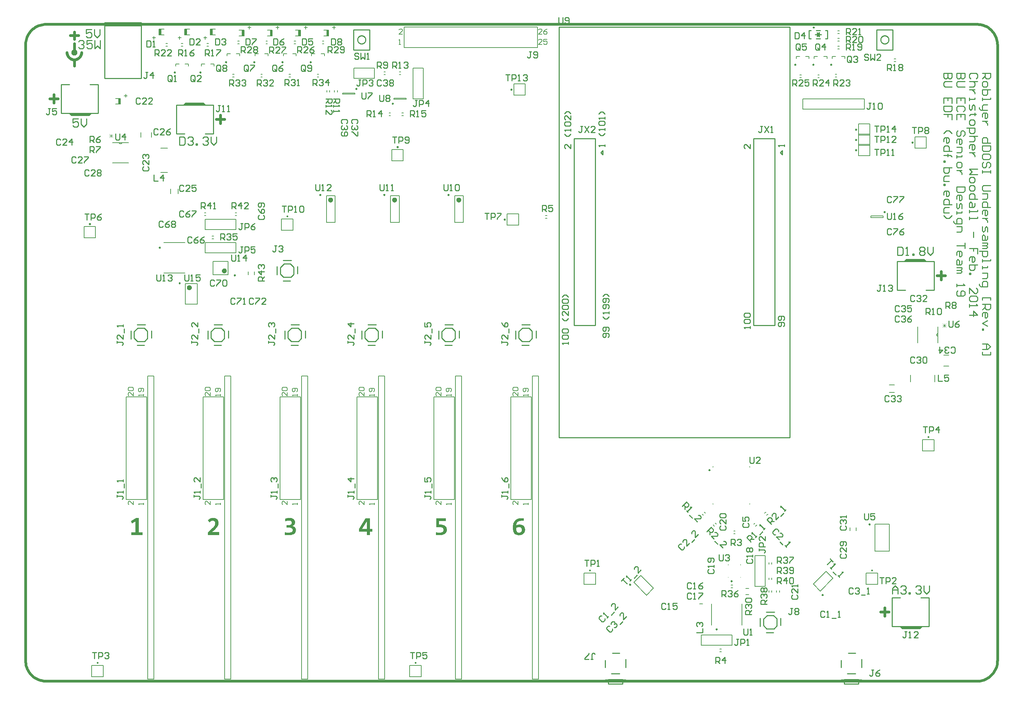
<source format=gto>
%FSTAX24Y24*%
%MOIN*%
%SFA1B1*%

%IPPOS*%
%ADD66C,0.008000*%
%ADD68C,0.010000*%
%ADD71C,0.020000*%
%ADD86C,0.025000*%
%ADD121C,0.009800*%
%ADD122C,0.006000*%
%ADD123C,0.023600*%
%ADD124C,0.007900*%
%ADD125C,0.003000*%
%ADD126R,0.021700X0.055100*%
%LNdsau-motherboard-reva-1*%
%LPD*%
G36*
X058554Y025627D02*
X058288D01*
X058256Y025624*
X058221Y025621*
X058182Y025615*
X058144Y025606*
X058106Y025597*
X058103*
X058092Y025591*
X058074Y025586*
X058054Y025577*
X058004Y025553*
X05798Y025536*
X057957Y025518*
X057954Y025515*
X057948Y025509*
X057936Y025498*
X057925Y025483*
X057913Y025466*
X057898Y025445*
X057884Y025419*
X057872Y025392*
Y025389*
X057866Y025381*
X057863Y025363*
X057857Y025345*
X057849Y025319*
X057843Y025293*
X057837Y025261*
X057834Y025228*
X057831Y025199*
X057834*
X057843Y025205*
X057857Y025211*
X057875Y025217*
X057898Y025225*
X057922Y025231*
X05798Y025249*
X057983*
X057995Y025252*
X058013Y025255*
X058033Y025261*
X058059Y025263*
X058092Y025266*
X058156Y025269*
X05818*
X058203Y025266*
X058235*
X05827Y025261*
X058308Y025255*
X058349Y025246*
X058387Y025234*
X058393Y025231*
X058405Y025228*
X058423Y02522*
X058446Y025208*
X058475Y025193*
X058502Y025178*
X058531Y025158*
X058557Y025135*
X05856Y025132*
X058569Y025123*
X058581Y025108*
X058595Y025091*
X05861Y025067*
X058628Y025041*
X058642Y025012*
X058657Y024976*
X05866Y024973*
X058663Y024959*
X058669Y024941*
X058675Y024915*
X05868Y024883*
X058686Y024848*
X058692Y024809*
Y024766*
Y02476*
Y024745*
X058689Y024722*
X058686Y024692*
X05868Y024657*
X058672Y024619*
X05866Y024578*
X058645Y02454*
X058642Y024537*
X058636Y024522*
X058628Y024505*
X058613Y024481*
X058595Y024455*
X058575Y024426*
X058549Y024396*
X058519Y024367*
X058516Y024364*
X058505Y024355*
X058487Y024344*
X058467Y024326*
X058437Y024309*
X058405Y024291*
X05837Y024273*
X058329Y024259*
X058323Y024256*
X058311Y024253*
X058288Y024247*
X058259Y024241*
X058223Y024232*
X058182Y024227*
X058136Y024224*
X058089Y024221*
X058062*
X058042Y024224*
X058018Y024227*
X057989Y02423*
X05796Y024235*
X057928Y024244*
X057854Y024265*
X057819Y024279*
X057781Y024297*
X057746Y024317*
X057711Y024341*
X057679Y024367*
X057649Y024399*
X057646Y024402*
X057644Y024408*
X057635Y02442*
X057626Y024435*
X057614Y024452*
X057603Y024476*
X057588Y024505*
X057576Y024537*
X057562Y024572*
X057547Y024613*
X057535Y02466*
X057523Y02471*
X057515Y024763*
X057506Y024821*
X057503Y024883*
X0575Y02495*
Y024953*
Y024956*
Y024973*
Y025*
X057503Y025032*
Y02507*
X057506Y025114*
X057515Y025205*
Y025211*
X057518Y025225*
X057523Y025249*
X057529Y025278*
X057535Y025313*
X057547Y025351*
X05757Y02543*
X057573Y025436*
X057576Y025448*
X057585Y025468*
X057597Y025495*
X057611Y025521*
X057629Y025553*
X057673Y025618*
X057676Y025621*
X057685Y025632*
X057699Y025647*
X057717Y025668*
X05774Y025691*
X057769Y025714*
X057799Y025738*
X057834Y025761*
X05784Y025764*
X057851Y02577*
X057872Y025782*
X057898Y025794*
X057931Y025808*
X057969Y025826*
X058013Y02584*
X058059Y025852*
X058062*
X058065Y025855*
X058083Y025858*
X058109Y025864*
X058147Y02587*
X058191Y025876*
X058244Y025879*
X058303Y025884*
X058554*
Y025627*
G37*
G36*
X043557Y024853D02*
X043806D01*
Y024584*
X043557*
Y02425*
X043259*
Y024584*
X0425*
Y024845*
X043136Y025884*
X043557*
Y024853*
G37*
G36*
X050975Y025597D02*
X050313D01*
Y025263*
X050477*
X050507Y025261*
X050545Y025258*
X050586Y025255*
X050671Y02524*
X050677*
X050691Y025234*
X050712Y025228*
X050738Y025222*
X05077Y025211*
X050805Y025196*
X050838Y025181*
X050873Y025161*
X050876Y025158*
X050887Y025152*
X050902Y025137*
X050923Y02512*
X050946Y025099*
X05097Y025073*
X050993Y025044*
X051013Y025009*
X051016Y025006*
X051022Y024991*
X051031Y024971*
X05104Y024944*
X051049Y024909*
X051057Y024868*
X051063Y024824*
X051066Y024771*
Y024766*
Y024748*
X051063Y024725*
X05106Y024692*
X051052Y024657*
X051043Y024616*
X051028Y024578*
X051011Y024537*
X051008Y024531*
X051002Y024519*
X050987Y024502*
X05097Y024478*
X050949Y024449*
X050923Y02442*
X05089Y024391*
X050855Y024364*
X050852Y024361*
X050838Y024353*
X050817Y024341*
X050791Y024326*
X050756Y024309*
X050718Y024291*
X050674Y024273*
X050624Y024259*
X050618*
X0506Y024253*
X050574Y024247*
X050539Y024241*
X050495Y024235*
X050448Y02423*
X050392Y024227*
X050337Y024224*
X050287*
X050255Y024227*
X050237*
X050228Y02423*
X050199Y024232*
X050164Y024235*
X050146*
X050138Y024238*
X050108Y024241*
X050076Y024244*
X05007*
X050053Y024247*
X050026Y02425*
X05Y024253*
Y024519*
X050003*
X050012Y024517*
X050026Y024514*
X050047Y024511*
X05007Y024505*
X050097Y024499*
X050129Y024496*
X050161Y02449*
X050179*
X050196Y024487*
X05022*
X050249Y024484*
X050281*
X050351Y024481*
X050384*
X050416Y024484*
X050457Y02449*
X050504Y024499*
X050551Y024511*
X050598Y024528*
X050639Y024552*
X050641Y024555*
X050653Y024566*
X050671Y024581*
X050688Y024604*
X050706Y024634*
X050723Y024666*
X050735Y024707*
X050738Y024751*
Y024754*
Y024757*
Y024774*
X050732Y024798*
X050726Y024827*
X050715Y024859*
X0507Y024891*
X050677Y024924*
X050644Y02495*
X050641Y024953*
X050627Y024959*
X050606Y024971*
X050574Y024982*
X050533Y024994*
X05048Y025006*
X050419Y025012*
X050349Y025014*
X050029*
Y025884*
X050975*
Y025597*
G37*
G36*
X021026Y024522D02*
X021386D01*
Y02425*
X020297*
Y024522*
X020713*
Y025571*
X02035Y025372*
X02025Y025621*
X020768Y025896*
X021026*
Y024522*
G37*
G36*
X028321Y025911D02*
X02835D01*
X028383Y025905*
X028421Y025899*
X028456Y025893*
X028494Y025881*
X0285*
X028512Y025876*
X028529Y02587*
X028553Y025858*
X028579Y025846*
X028605Y025832*
X028635Y025811*
X028661Y025791*
X028664Y025788*
X028673Y025779*
X028684Y025767*
X028702Y02575*
X028719Y025729*
X028737Y025703*
X028755Y025673*
X028769Y025641*
X028772Y025638*
X028775Y025627*
X028781Y025606*
X02879Y025583*
X028799Y02555*
X028804Y025515*
X028807Y025477*
X02881Y025433*
Y02543*
Y025416*
Y025398*
X028807Y025372*
X028804Y025345*
X028799Y025313*
X028784Y025249*
Y025246*
X028778Y025234*
X028772Y02522*
X028763Y025199*
X028752Y025173*
X02874Y025146*
X028705Y025085*
X028702Y025082*
X028696Y02507*
X028684Y025055*
X02867Y025035*
X028652Y025012*
X028632Y024982*
X028582Y024924*
X028579Y024921*
X02857Y024909*
X028555Y024894*
X028535Y024874*
X028512Y024848*
X028482Y024821*
X028453Y024789*
X028418Y024757*
X028181Y024531*
X028869*
Y02425*
X027759*
Y024473*
X028142Y024862*
X028148Y024868*
X02816Y02488*
X028181Y0249*
X028207Y024927*
X028233Y024956*
X028263Y024988*
X028292Y02502*
X028318Y02505*
X028321Y025053*
X02833Y025064*
X028342Y025079*
X028356Y025096*
X028389Y025143*
X028418Y02519*
X028421Y025193*
X028424Y025202*
X02843Y025214*
X028438Y025228*
X028456Y025263*
X028468Y025304*
Y025307*
X028471Y025313*
Y025325*
X028473Y025337*
X028476Y025372*
X028479Y025413*
Y025416*
Y025422*
Y02543*
X028476Y025442*
X028473Y025468*
X028462Y025501*
Y025504*
X028459Y025507*
X02845Y025524*
X028438Y025548*
X028418Y025571*
Y025574*
X028412Y025577*
X0284Y025589*
X028377Y025606*
X028348Y025621*
X028345*
X028339Y025624*
X02833Y025627*
X028318Y025632*
X028286Y025638*
X028245Y025641*
X028227*
X02821Y025638*
X028186Y025635*
X02816Y02563*
X028128Y025624*
X028099Y025612*
X028066Y025597*
X028063Y025594*
X028052Y025589*
X028037Y02558*
X028017Y025568*
X027993Y025553*
X027967Y025533*
X027937Y025512*
X027911Y025486*
X02775Y025694*
X027756Y0257*
X027768Y025712*
X027791Y025729*
X02782Y025753*
X027855Y025776*
X027894Y025802*
X02794Y025829*
X027987Y025852*
X02799*
X027993Y025855*
X028011Y025861*
X028037Y025873*
X028075Y025884*
X028116Y025893*
X028166Y025905*
X028222Y025911*
X028277Y025914*
X028298*
X028321Y025911*
G37*
G36*
X035795D02*
X035833Y025908D01*
X035871Y025902*
X035912Y025893*
X03595Y025884*
X035956*
X035968Y025879*
X035985Y025873*
X036012Y025864*
X036038Y025852*
X036067Y025838*
X036096Y02582*
X036123Y025799*
X036126Y025797*
X036135Y025791*
X036146Y025779*
X036164Y025764*
X036178Y025744*
X036196Y025723*
X036214Y025697*
X036228Y025671*
X036231Y025668*
X036234Y025656*
X03624Y025641*
X036246Y025621*
X036252Y025594*
X036258Y025568*
X036263Y025536*
Y025501*
Y025498*
Y025495*
Y025477*
X03626Y025448*
X036255Y025416*
X036246Y025375*
X036234Y025337*
X036217Y025296*
X036193Y025258*
X03619Y025255*
X036181Y025243*
X036167Y025225*
X036143Y025205*
X036117Y025184*
X036085Y025161*
X036047Y025137*
X036003Y025117*
X036006*
X036017Y025114*
X036032Y025111*
X03605Y025108*
X036073Y025102*
X036096Y025094*
X036146Y025073*
X036149*
X036158Y025067*
X03617Y025061*
X036184Y025053*
X036219Y025026*
X036255Y024994*
X036258Y024991*
X036263Y024985*
X036272Y024976*
X036281Y024962*
X036293Y024947*
X036304Y024927*
X036325Y024883*
Y02488*
X036328Y024871*
X036334Y024859*
X03634Y024842*
X036343Y024821*
X036348Y024798*
X036351Y024745*
Y024739*
Y024725*
X036348Y024701*
X036345Y024672*
X03634Y02464*
X036331Y024604*
X036319Y024566*
X036304Y024528*
X036302Y024525*
X036296Y024514*
X036287Y024493*
X036272Y024473*
X036252Y024446*
X036228Y024417*
X036199Y024388*
X036167Y024361*
X036164Y024358*
X036149Y02435*
X036129Y024338*
X036102Y024323*
X036067Y024306*
X036029Y024291*
X035982Y024273*
X035932Y024259*
X035927*
X035918Y024256*
X035909Y024253*
X035877Y024247*
X035839Y024241*
X035789Y024235*
X035733Y02423*
X035669Y024227*
X035599Y024224*
X035543*
X035511Y024227*
X035493*
X035481Y02423*
X035452*
X035417Y024232*
X035399*
X035388Y024235*
X035358Y024238*
X035326Y024241*
X03532*
X0353Y024244*
X035276Y024247*
X03525Y02425*
Y024517*
X035253*
X035265Y024514*
X035279Y024511*
X0353Y024508*
X035326Y024502*
X035355Y024499*
X035388Y024493*
X035423Y02449*
X03544*
X035461Y024487*
X035487*
X035517Y024484*
X035552*
X03559Y024481*
X035666*
X035692Y024484*
X035719*
X035748Y024487*
X035807Y024496*
X035809*
X035818Y024499*
X035833Y024505*
X03585Y024508*
X035891Y024525*
X035932Y024546*
X035935Y024549*
X035941Y024552*
X035962Y024569*
X035985Y024596*
X036006Y024628*
Y024631*
X036009Y024637*
X036014Y024648*
X036017Y02466*
X036026Y024695*
X036029Y024739*
Y024742*
Y024748*
Y02476*
X036026Y024771*
X036017Y024804*
X036003Y024836*
Y024839*
X036Y024845*
X035985Y024862*
X035962Y024886*
X03593Y024909*
X035927Y024912*
X035921Y024915*
X035912Y024921*
X035897Y024927*
X03588Y024935*
X035859Y024944*
X035833Y024953*
X035807Y024959*
X035804*
X035792Y024962*
X035777Y024965*
X035757Y024968*
X03573Y024971*
X035698Y024973*
X035666Y024976*
X035446*
Y025208*
X035645*
X035666Y025211*
X035692*
X035719Y025217*
X035745Y02522*
X035771Y025225*
X035774*
X035783Y025228*
X035795Y025234*
X035809Y02524*
X035842Y025258*
X035874Y025278*
X035877Y025281*
X03588Y025284*
X035894Y025299*
X035915Y025325*
X03593Y025354*
Y025357*
X035932Y025363*
X035935Y025372*
X035938Y025384*
X035944Y025413*
X035947Y025448*
Y025454*
Y025466*
X035944Y025483*
X035938Y025507*
X03593Y02553*
X035918Y025556*
X035903Y025583*
X03588Y025603*
X035877Y025606*
X035868Y025612*
X035853Y025621*
X03583Y02563*
X035804Y025638*
X035768Y025647*
X035727Y025653*
X035681Y025656*
X035645*
X035619Y025653*
X03559Y02565*
X035558Y025647*
X035487Y025635*
X035484*
X035473Y025632*
X035452Y025627*
X035429Y025621*
X035399Y025615*
X035367Y025606*
X035294Y025586*
Y025843*
X035297*
X035303Y025846*
X035314Y025849*
X035329Y025855*
X035361Y025864*
X035399Y025873*
X035402*
X035408Y025876*
X03542Y025879*
X035432Y025881*
X035464Y02589*
X035502Y025896*
X035505*
X035511Y025899*
X035522*
X035534Y025902*
X035566Y025905*
X035604Y025908*
X035613*
X035625Y025911*
X03564*
X035675Y025914*
X035763*
X035795Y025911*
G37*
%LNdsau-motherboard-reva-2*%
%LPC*%
G36*
X058109Y025014D02*
X058083D01*
X058057Y025012*
X058027Y025006*
X058021*
X058004Y025003*
X05798Y024997*
X057951Y024988*
X057948*
X057945Y024985*
X057931Y024982*
X057907Y024973*
X057881Y024965*
X057875Y024962*
X057863Y024956*
X057843Y024947*
X057825Y024938*
Y024932*
Y024918*
Y024894*
X057828Y024862*
Y02483*
X057831Y024792*
X057834Y024757*
X05784Y024722*
Y024719*
X057843Y024707*
X057849Y024692*
X057854Y024672*
X057869Y024628*
X057892Y024581*
X057895Y024578*
X057898Y024572*
X057907Y024563*
X057919Y024552*
X057948Y024525*
X057966Y024511*
X057983Y024502*
X057986*
X057992Y024499*
X058004Y024496*
X058018Y02449*
X058036Y024487*
X058057Y024481*
X058106Y024478*
X05813*
X058144Y024481*
X05818Y024487*
X058215Y024496*
X058218*
X058223Y024499*
X058232Y024505*
X058244Y024511*
X05827Y024528*
X0583Y024552*
X058303Y024555*
X058305Y024558*
X058311Y024566*
X05832Y024578*
X058338Y024604*
X058352Y02464*
Y024642*
X058355Y024648*
X058358Y02466*
X058364Y024675*
X05837Y02471*
X058373Y024754*
Y024757*
Y024763*
Y024774*
X05837Y024789*
X058367Y024821*
X058355Y024856*
Y024859*
X058352Y024865*
X058349Y024874*
X058344Y024886*
X058329Y024912*
X058308Y024938*
Y024941*
X058303Y024944*
X058285Y024959*
X058262Y024976*
X058226Y024994*
X058223*
X058218Y024997*
X058209Y025*
X058194Y025006*
X058177Y025009*
X058156Y025012*
X058109Y025014*
G37*
G36*
X043264Y025589D02*
X042799Y024853D01*
X043264*
Y025589*
G37*
%LNdsau-motherboard-reva-3*%
%LPD*%
G54D66*
X03Y0102D02*
Y03975D01*
X0294Y0102D02*
X03D01*
X0294D02*
Y03975D01*
X03*
X0219D02*
X0225D01*
X0219Y0102D02*
Y03975D01*
Y0102D02*
X0225D01*
Y03975*
X0369D02*
X0375D01*
X0369Y0102D02*
Y03975D01*
Y0102D02*
X0375D01*
Y03975*
X0444D02*
X045D01*
X0444Y0102D02*
Y03975D01*
Y0102D02*
X045D01*
Y03975*
X0519D02*
X0525D01*
X0519Y0102D02*
Y03975D01*
Y0102D02*
X0525D01*
Y03975*
X0594D02*
X06D01*
X0594Y0102D02*
Y03975D01*
Y0102D02*
X06D01*
Y03975*
X060333Y07305D02*
X06D01*
X060333Y073383*
Y073467*
X06025Y07355*
X060083*
X06Y073467*
X060833Y07355D02*
X060666Y073467D01*
X0605Y0733*
Y073133*
X060583Y07305*
X06075*
X060833Y073133*
Y073217*
X06075Y0733*
X0605*
X060333Y07205D02*
X06D01*
X060333Y072383*
Y072467*
X06025Y07255*
X060083*
X06Y072467*
X060833Y07255D02*
X0605D01*
Y0723*
X060666Y072383*
X06075*
X060833Y0723*
Y072133*
X06075Y07205*
X060583*
X0605Y072133*
X0464Y07205D02*
X046567D01*
X046483*
Y07255*
X0464Y072467*
X046733Y07305D02*
X0464D01*
X046733Y073383*
Y073467*
X04665Y07355*
X046483*
X0464Y073467*
X0205Y027533D02*
Y0272D01*
X020167Y027533*
X020083*
X02Y02745*
Y027283*
X020083Y0272*
X0215D02*
Y027367D01*
Y027283*
X021*
X021083Y0272*
X0215Y0378D02*
Y037967D01*
Y037883*
X021*
X021083Y0378*
X021417Y038217D02*
X0215Y0383D01*
Y038466*
X021417Y03855*
X021083*
X021Y038466*
Y0383*
X021083Y038217*
X021167*
X02125Y0383*
Y03855*
X0205Y038133D02*
Y0378D01*
X020167Y038133*
X020083*
X02Y03805*
Y037883*
X020083Y0378*
Y0383D02*
X02Y038383D01*
Y03855*
X020083Y038633*
X020417*
X0205Y03855*
Y038383*
X020417Y0383*
X020083*
X028Y027533D02*
Y0272D01*
X027667Y027533*
X027583*
X0275Y02745*
Y027283*
X027583Y0272*
X029D02*
Y027367D01*
Y027283*
X0285*
X028583Y0272*
X029Y0378D02*
Y037967D01*
Y037883*
X0285*
X028583Y0378*
X028917Y038217D02*
X029Y0383D01*
Y038466*
X028917Y03855*
X028583*
X0285Y038466*
Y0383*
X028583Y038217*
X028667*
X02875Y0383*
Y03855*
X028Y038133D02*
Y0378D01*
X027667Y038133*
X027583*
X0275Y03805*
Y037883*
X027583Y0378*
Y0383D02*
X0275Y038383D01*
Y03855*
X027583Y038633*
X027917*
X028Y03855*
Y038383*
X027917Y0383*
X027583*
X0355Y027533D02*
Y0272D01*
X035167Y027533*
X035083*
X035Y02745*
Y027283*
X035083Y0272*
X0365D02*
Y027367D01*
Y027283*
X036*
X036083Y0272*
X0365Y0378D02*
Y037967D01*
Y037883*
X036*
X036083Y0378*
X036417Y038217D02*
X0365Y0383D01*
Y038466*
X036417Y03855*
X036083*
X036Y038466*
Y0383*
X036083Y038217*
X036167*
X03625Y0383*
Y03855*
X0355Y038133D02*
Y0378D01*
X035167Y038133*
X035083*
X035Y03805*
Y037883*
X035083Y0378*
Y0383D02*
X035Y038383D01*
Y03855*
X035083Y038633*
X035417*
X0355Y03855*
Y038383*
X035417Y0383*
X035083*
X043Y027533D02*
Y0272D01*
X042667Y027533*
X042583*
X0425Y02745*
Y027283*
X042583Y0272*
X044D02*
Y027367D01*
Y027283*
X0435*
X043583Y0272*
X044Y0378D02*
Y037967D01*
Y037883*
X0435*
X043583Y0378*
X043917Y038217D02*
X044Y0383D01*
Y038466*
X043917Y03855*
X043583*
X0435Y038466*
Y0383*
X043583Y038217*
X043667*
X04375Y0383*
Y03855*
X043Y038133D02*
Y0378D01*
X042667Y038133*
X042583*
X0425Y03805*
Y037883*
X042583Y0378*
Y0383D02*
X0425Y038383D01*
Y03855*
X042583Y038633*
X042917*
X043Y03855*
Y038383*
X042917Y0383*
X042583*
X0505Y027533D02*
Y0272D01*
X050167Y027533*
X050083*
X05Y02745*
Y027283*
X050083Y0272*
X0515D02*
Y027367D01*
Y027283*
X051*
X051083Y0272*
X0515Y0378D02*
Y037967D01*
Y037883*
X051*
X051083Y0378*
X051417Y038217D02*
X0515Y0383D01*
Y038466*
X051417Y03855*
X051083*
X051Y038466*
Y0383*
X051083Y038217*
X051167*
X05125Y0383*
Y03855*
X0505Y038133D02*
Y0378D01*
X050167Y038133*
X050083*
X05Y03805*
Y037883*
X050083Y0378*
Y0383D02*
X05Y038383D01*
Y03855*
X050083Y038633*
X050417*
X0505Y03855*
Y038383*
X050417Y0383*
X050083*
X058Y027533D02*
Y0272D01*
X057667Y027533*
X057583*
X0575Y02745*
Y027283*
X057583Y0272*
X059D02*
Y027367D01*
Y027283*
X0585*
X058583Y0272*
X059Y0378D02*
Y037967D01*
Y037883*
X0585*
X058583Y0378*
X058917Y038217D02*
X059Y0383D01*
Y038466*
X058917Y03855*
X058583*
X0585Y038466*
Y0383*
X058583Y038217*
X058667*
X05875Y0383*
Y03855*
X058Y038133D02*
Y0378D01*
X057667Y038133*
X057583*
X0575Y03805*
Y037883*
X057583Y0378*
Y0383D02*
X0575Y038383D01*
Y03855*
X057583Y038633*
X057917*
X058Y03855*
Y038383*
X057917Y0383*
X057583*
G54D68*
X043144Y0725D02*
D01*
X043143Y072527*
X04314Y072554*
X043135Y072581*
X043128Y072608*
X04312Y072634*
X043109Y07266*
X043097Y072684*
X043084Y072708*
X043068Y072731*
X043051Y072753*
X043033Y072773*
X043013Y072792*
X042992Y07281*
X04297Y072826*
X042947Y072841*
X042922Y072854*
X042897Y072865*
X042871Y072874*
X042845Y072882*
X042818Y072888*
X042791Y072891*
X042763Y072893*
X042736*
X042708Y072891*
X042681Y072888*
X042654Y072882*
X042628Y072874*
X042602Y072865*
X042577Y072854*
X042553Y072841*
X042529Y072826*
X042507Y07281*
X042486Y072792*
X042466Y072773*
X042448Y072753*
X042431Y072731*
X042415Y072708*
X042402Y072684*
X04239Y07266*
X042379Y072634*
X042371Y072608*
X042364Y072581*
X042359Y072554*
X042356Y072527*
X042356Y0725*
X042356Y072472*
X042359Y072445*
X042364Y072418*
X042371Y072391*
X042379Y072365*
X04239Y072339*
X042402Y072315*
X042415Y072291*
X042431Y072268*
X042448Y072246*
X042466Y072226*
X042486Y072207*
X042507Y072189*
X042529Y072173*
X042553Y072158*
X042577Y072145*
X042602Y072134*
X042628Y072125*
X042654Y072117*
X042681Y072111*
X042708Y072108*
X042736Y072106*
X042763*
X042791Y072108*
X042818Y072111*
X042845Y072117*
X042871Y072125*
X042897Y072134*
X042922Y072145*
X042947Y072158*
X04297Y072173*
X042992Y072189*
X043013Y072207*
X043033Y072226*
X043051Y072246*
X043068Y072268*
X043084Y072291*
X043097Y072315*
X043109Y072339*
X04312Y072365*
X043128Y072391*
X043135Y072418*
X04314Y072445*
X043143Y072472*
X043144Y0725*
X094144D02*
D01*
X094143Y072527*
X09414Y072554*
X094135Y072581*
X094128Y072608*
X09412Y072634*
X094109Y07266*
X094097Y072684*
X094084Y072708*
X094068Y072731*
X094051Y072753*
X094033Y072773*
X094013Y072792*
X093992Y07281*
X09397Y072826*
X093947Y072841*
X093922Y072854*
X093897Y072865*
X093871Y072874*
X093845Y072882*
X093818Y072888*
X093791Y072891*
X093763Y072893*
X093736*
X093708Y072891*
X093681Y072888*
X093654Y072882*
X093628Y072874*
X093602Y072865*
X093577Y072854*
X093553Y072841*
X093529Y072826*
X093507Y07281*
X093486Y072792*
X093466Y072773*
X093448Y072753*
X093431Y072731*
X093415Y072708*
X093402Y072684*
X09339Y07266*
X093379Y072634*
X093371Y072608*
X093364Y072581*
X093359Y072554*
X093356Y072527*
X093356Y0725*
X093356Y072472*
X093359Y072445*
X093364Y072418*
X093371Y072391*
X093379Y072365*
X09339Y072339*
X093402Y072315*
X093415Y072291*
X093431Y072268*
X093448Y072246*
X093466Y072226*
X093486Y072207*
X093507Y072189*
X093529Y072173*
X093553Y072158*
X093577Y072145*
X093602Y072134*
X093628Y072125*
X093654Y072117*
X093681Y072111*
X093708Y072108*
X093736Y072106*
X093763*
X093791Y072108*
X093818Y072111*
X093845Y072117*
X093871Y072125*
X093897Y072134*
X093922Y072145*
X093947Y072158*
X09397Y072173*
X093992Y072189*
X094013Y072207*
X094033Y072226*
X094051Y072246*
X094068Y072268*
X094084Y072291*
X094097Y072315*
X094109Y072339*
X09412Y072365*
X094128Y072391*
X094135Y072418*
X09414Y072445*
X094143Y072472*
X094144Y0725*
X086856Y073709D02*
D01*
X086855Y073711*
X086855Y073714*
X086855Y073717*
X086854Y073719*
X086853Y073722*
X086852Y073724*
X086851Y073727*
X08685Y073729*
X086848Y073731*
X086846Y073734*
X086845Y073736*
X086843Y073737*
X086841Y073739*
X086838Y073741*
X086836Y073742*
X086834Y073744*
X086831Y073745*
X086829Y073746*
X086826Y073746*
X086823Y073747*
X086821Y073747*
X086818Y073747*
X086815*
X086812Y073747*
X08681Y073747*
X086807Y073746*
X086804Y073746*
X086802Y073745*
X086799Y073744*
X086797Y073742*
X086795Y073741*
X086792Y073739*
X08679Y073737*
X086788Y073736*
X086787Y073734*
X086785Y073731*
X086783Y073729*
X086782Y073727*
X086781Y073724*
X08678Y073722*
X086779Y073719*
X086778Y073717*
X086778Y073714*
X086778Y073711*
X086778Y073709*
X086778Y073706*
X086778Y073703*
X086778Y0737*
X086779Y073698*
X08678Y073695*
X086781Y073693*
X086782Y07369*
X086783Y073688*
X086785Y073686*
X086787Y073683*
X086788Y073681*
X08679Y07368*
X086792Y073678*
X086795Y073676*
X086797Y073675*
X086799Y073673*
X086802Y073672*
X086804Y073671*
X086807Y073671*
X08681Y07367*
X086812Y07367*
X086815Y07367*
X086818*
X086821Y07367*
X086823Y07367*
X086826Y073671*
X086829Y073671*
X086831Y073672*
X086834Y073673*
X086836Y073675*
X086838Y073676*
X086841Y073678*
X086843Y07368*
X086845Y073681*
X086846Y073683*
X086848Y073686*
X08685Y073688*
X086851Y07369*
X086852Y073693*
X086853Y073695*
X086854Y073698*
X086855Y0737*
X086855Y073703*
X086855Y073706*
X086856Y073709*
X0816Y01535D02*
Y01615D01*
X0822Y01475D02*
X0829D01*
X0836Y01545D02*
Y01615D01*
X0822Y01675D02*
X083D01*
X082285Y016419D02*
X082915D01*
X08323Y016104*
Y015396D02*
Y016104D01*
X082954Y01512D02*
X08323Y015396D01*
X082246Y01512D02*
X082954D01*
X081931Y015435D02*
X082246Y01512D01*
X081931Y015435D02*
Y016065D01*
X082285Y016419*
X034831Y050315D02*
X035185Y050669D01*
X034831Y049685D02*
Y050315D01*
Y049685D02*
X035146Y04937D01*
X035854*
X03613Y049646*
Y050354*
X035815Y050669D02*
X03613Y050354D01*
X035185Y050669D02*
X035815D01*
X0351Y051D02*
X0359D01*
X0365Y0497D02*
Y0504D01*
X0351Y049D02*
X0358D01*
X0345Y0496D02*
Y0504D01*
X05775Y04335D02*
Y04415D01*
X05835Y04275D02*
X05905D01*
X05975Y04345D02*
Y04415D01*
X05835Y04475D02*
X05915D01*
X058435Y044419D02*
X059065D01*
X05938Y044104*
Y043396D02*
Y044104D01*
X059104Y04312D02*
X05938Y043396D01*
X058396Y04312D02*
X059104D01*
X058081Y043435D02*
X058396Y04312D01*
X058081Y043435D02*
Y044065D01*
X058435Y044419*
X050581Y044065D02*
X050935Y044419D01*
X050581Y043435D02*
Y044065D01*
Y043435D02*
X050896Y04312D01*
X051604*
X05188Y043396*
Y044104*
X051565Y044419D02*
X05188Y044104D01*
X050935Y044419D02*
X051565D01*
X05085Y04475D02*
X05165D01*
X05225Y04345D02*
Y04415D01*
X05085Y04275D02*
X05155D01*
X05025Y04335D02*
Y04415D01*
X04275Y04335D02*
Y04415D01*
X04335Y04275D02*
X04405D01*
X04475Y04345D02*
Y04415D01*
X04335Y04475D02*
X04415D01*
X043435Y044419D02*
X044065D01*
X04438Y044104*
Y043396D02*
Y044104D01*
X044104Y04312D02*
X04438Y043396D01*
X043396Y04312D02*
X044104D01*
X043081Y043435D02*
X043396Y04312D01*
X043081Y043435D02*
Y044065D01*
X043435Y044419*
X035581Y044065D02*
X035935Y044419D01*
X035581Y043435D02*
Y044065D01*
Y043435D02*
X035896Y04312D01*
X036604*
X03688Y043396*
Y044104*
X036565Y044419D02*
X03688Y044104D01*
X035935Y044419D02*
X036565D01*
X03585Y04475D02*
X03665D01*
X03725Y04345D02*
Y04415D01*
X03585Y04275D02*
X03655D01*
X03525Y04335D02*
Y04415D01*
X02775Y04335D02*
Y04415D01*
X02835Y04275D02*
X02905D01*
X02975Y04345D02*
Y04415D01*
X02835Y04475D02*
X02915D01*
X028435Y044419D02*
X029065D01*
X02938Y044104*
Y043396D02*
Y044104D01*
X029104Y04312D02*
X02938Y043396D01*
X028396Y04312D02*
X029104D01*
X028081Y043435D02*
X028396Y04312D01*
X028081Y043435D02*
Y044065D01*
X028435Y044419*
X020581Y044065D02*
X020935Y044419D01*
X020581Y043435D02*
Y044065D01*
Y043435D02*
X020896Y04312D01*
X021604*
X02188Y043396*
Y044104*
X021565Y044419D02*
X02188Y044104D01*
X020935Y044419D02*
X021565D01*
X02085Y04475D02*
X02165D01*
X02225Y04345D02*
Y04415D01*
X02085Y04275D02*
X02155D01*
X02025Y04335D02*
Y04415D01*
X068209Y00975D02*
Y010175D01*
X066791Y00975D02*
X068209D01*
X066791Y010175D02*
X068209D01*
X0671Y01075D02*
X0679D01*
X0665Y01135D02*
Y01205D01*
X0672Y01275D02*
X0679D01*
X0685Y01135D02*
Y01215D01*
X0665Y01015D02*
X0685D01*
X0665D02*
X0685D01*
X066791Y00975D02*
Y010175D01*
X089791Y00975D02*
Y010175D01*
X0895Y01015D02*
X0915D01*
X0895D02*
X0915D01*
Y01135D02*
Y01215D01*
X0902Y01275D02*
X0909D01*
X0895Y01135D02*
Y01205D01*
X0901Y01075D02*
X0909D01*
X089791Y010175D02*
X091209D01*
X089791Y00975D02*
X091209D01*
Y010175*
X09445Y01745D02*
Y01815D01*
X09525*
X09725D02*
X09805D01*
Y01745D02*
Y01815D01*
X09525Y01535D02*
X09735D01*
X09445D02*
Y01605D01*
Y01535D02*
X09525D01*
X09545Y01515*
X09715*
X09735Y01535*
X09745*
X09805*
Y01605*
X09445D02*
Y01745D01*
X09805Y01735D02*
Y01745D01*
Y01605D02*
Y01735D01*
X017728Y073868D02*
X021272D01*
X0177Y068731D02*
Y074173D01*
X021272Y068731D02*
Y074173D01*
X017728D02*
X021272D01*
X0177Y068731D02*
X021272D01*
X09855Y0481D02*
Y0488D01*
X09775Y0481D02*
X09855D01*
X09495D02*
X09575D01*
X09495D02*
Y0488D01*
X09565Y0509D02*
X09775D01*
X09855Y0502D02*
Y0509D01*
X09775D02*
X09855D01*
X09755Y0511D02*
X09775Y0509D01*
X09585Y0511D02*
X09755D01*
X09565Y0509D02*
X09585Y0511D01*
X09555Y0509D02*
X09565D01*
X09495D02*
X09555D01*
X09495Y0502D02*
Y0509D01*
X09855Y0488D02*
Y0502D01*
X09495Y0488D02*
Y0489D01*
Y0502*
X041963Y071516D02*
X043537D01*
X041963D02*
Y073484D01*
X043537*
Y071516D02*
Y073484D01*
X0283Y06335D02*
Y06405D01*
X0275Y06335D02*
X0283D01*
X0247D02*
X0255D01*
X0247D02*
Y06405D01*
X0254Y06615D02*
X0275D01*
X0283Y06545D02*
Y06615D01*
X0275D02*
X0283D01*
X0273Y06635D02*
X0275Y06615D01*
X0256Y06635D02*
X0273D01*
X0254Y06615D02*
X0256Y06635D01*
X0253Y06615D02*
X0254D01*
X0247D02*
X0253D01*
X0247Y06545D02*
Y06615D01*
X0283Y06405D02*
Y06545D01*
X0247Y06405D02*
Y06415D01*
Y06545*
X01345Y06745D02*
Y06815D01*
X01425*
X01625D02*
X01705D01*
Y06745D02*
Y06815D01*
X01425Y06535D02*
X01635D01*
X01345D02*
Y06605D01*
Y06535D02*
X01425D01*
X01445Y06515*
X01615*
X01635Y06535*
X01645*
X01705*
Y06605*
X01345D02*
Y06745D01*
X01705Y06735D02*
Y06745D01*
Y06605D02*
Y06735D01*
X080981Y044689D02*
Y061933D01*
Y044689D02*
X081139D01*
X083029D01*
Y046067*
Y062878*
X080981D02*
X083029D01*
X080981D02*
D01*
Y061894D02*
Y062878D01*
X08358Y0615D02*
D01*
X083777Y061697*
Y061303D02*
Y061697D01*
X08358Y0615D02*
X083777Y061303D01*
X08358Y0615D02*
D01*
X066075D02*
D01*
X066272Y061303*
Y061697*
X066075Y0615D02*
X066272Y061697D01*
X066075Y0615D02*
D01*
X063476Y061894D02*
Y062878D01*
X065524*
Y046067D02*
Y062878D01*
Y044689D02*
Y046067D01*
X063634Y044689D02*
X065524D01*
X063476D02*
X063634D01*
X063476D02*
Y061933D01*
X062Y073744D02*
X0845D01*
Y033744D02*
Y073744D01*
X062Y033744D02*
X0845D01*
X062D02*
Y073744D01*
X092963Y071516D02*
X094537D01*
X092963D02*
Y073484D01*
X094537*
Y071516D02*
Y073484D01*
X08705Y0734D02*
X08745D01*
X08705Y0726D02*
X08745D01*
X08635D02*
X08655D01*
X08635D02*
Y0734D01*
X08655*
X08795D02*
X08815D01*
Y0726D02*
Y0734D01*
X08795Y0726D02*
X08815D01*
X08715Y0728D02*
Y073D01*
Y0728D02*
Y0732D01*
Y073D02*
Y0732D01*
Y073D02*
X08735Y0728D01*
Y0732*
X08715Y073D02*
X08735Y0732D01*
X08715Y073D02*
X08725D01*
X08735Y0731*
Y0729D02*
Y0731D01*
X08725Y0729D02*
X08735D01*
X08725D02*
X08735Y073D01*
X08755*
X08695D02*
X08755D01*
X094Y0556D02*
Y0551D01*
X0941Y055*
X0943*
X0944Y0551*
Y0556*
X0946Y055D02*
X0948D01*
X0947*
Y0556*
X0946Y0555*
X0955Y0556D02*
X0953Y0555D01*
X0951Y0553*
Y0551*
X0952Y055*
X0954*
X0955Y0551*
Y0552*
X0954Y0553*
X0951*
X0944Y05715D02*
X0943Y05725D01*
X0941*
X094Y05715*
Y05675*
X0941Y05665*
X0943*
X0944Y05675*
X0946Y05725D02*
X095D01*
Y05715*
X0946Y05675*
Y05665*
X0952Y05725D02*
X095599D01*
Y05715*
X0952Y05675*
Y05665*
X0944Y054D02*
X0943Y0541D01*
X0941*
X094Y054*
Y0536*
X0941Y0535*
X0943*
X0944Y0536*
X0946Y0541D02*
X095D01*
Y054*
X0946Y0536*
Y0535*
X095599Y0541D02*
X0954Y054D01*
X0952Y0538*
Y0536*
X0953Y0535*
X0955*
X095599Y0536*
Y0537*
X0955Y0538*
X0952*
X066179Y016386D02*
X066038D01*
X065897Y016245*
Y016103*
X066179Y015821*
X066321*
X066462Y015962*
Y016103*
X066674Y016174D02*
X066816Y016315D01*
X066745Y016245*
X066321Y016669*
Y016528*
X067098Y016457D02*
X067381Y01674D01*
X067734Y017234D02*
X067452Y016952D01*
Y017517*
X067381Y017588*
X06724*
X067098Y017447*
Y017305*
X083386Y024571D02*
Y024712D01*
X083245Y024853*
X083103*
X082821Y024571*
Y024429*
X082962Y024288*
X083103*
X083457Y023793D02*
X083174Y024076D01*
X08374*
X08381Y024147*
Y024288*
X083669Y024429*
X083528*
Y023581D02*
X08381Y023298D01*
X084022Y023228D02*
X084164Y023086D01*
X084093Y023157*
X084517Y023581*
X084376*
X073929Y023386D02*
X073788D01*
X073647Y023245*
Y023103*
X073929Y022821*
X074071*
X074212Y022962*
Y023103*
X074707Y023457D02*
X074424Y023174D01*
Y02374*
X074353Y02381*
X074212*
X074071Y023669*
Y023528*
X074919D02*
X075202Y02381D01*
X075555Y024305D02*
X075272Y024022D01*
Y024588*
X075202Y024659*
X07506*
X074919Y024517*
Y024376*
X066929Y015386D02*
X066788D01*
X066647Y015245*
Y015103*
X066929Y014821*
X067071*
X067212Y014962*
Y015103*
X067071Y015528D02*
Y015669D01*
X067212Y01581*
X067353*
X067424Y01574*
Y015598*
X067353Y015528*
X067424Y015598*
X067565*
X067636Y015528*
Y015386*
X067495Y015245*
X067353*
X067919Y015528D02*
X068202Y01581D01*
X068555Y016305D02*
X068272Y016022D01*
Y016588*
X068202Y016659*
X06806*
X067919Y016517*
Y016376*
X08Y0254D02*
X0799Y0253D01*
Y0251*
X08Y025*
X0804*
X0805Y0251*
Y0253*
X0804Y0254*
X0799Y026D02*
Y0256D01*
X0802*
X0801Y0258*
Y0259*
X0802Y026*
X0804*
X0805Y0259*
Y0257*
X0804Y0256*
X0724Y0175D02*
X0723Y0176D01*
X0721*
X072Y0175*
Y0171*
X0721Y017*
X0723*
X0724Y0171*
X0726Y017D02*
X0728D01*
X0727*
Y0176*
X0726Y0175*
X0735Y0176D02*
X0731D01*
Y0173*
X0733Y0174*
X0734*
X0735Y0173*
Y0171*
X0734Y017*
X0732*
X0731Y0171*
X0749Y0195D02*
X0748Y0196D01*
X0746*
X0745Y0195*
Y0191*
X0746Y019*
X0748*
X0749Y0191*
X0751Y019D02*
X0753D01*
X0752*
Y0196*
X0751Y0195*
X076Y0196D02*
X0758Y0195D01*
X0756Y0193*
Y0191*
X0757Y019*
X0759*
X076Y0191*
Y0192*
X0759Y0193*
X0756*
X0749Y0185D02*
X0748Y0186D01*
X0746*
X0745Y0185*
Y0181*
X0746Y018*
X0748*
X0749Y0181*
X0751Y018D02*
X0753D01*
X0752*
Y0186*
X0751Y0185*
X0756Y0186D02*
X076D01*
Y0185*
X0756Y0181*
Y018*
X08035Y0219D02*
X08025Y0218D01*
Y0216*
X08035Y0215*
X08075*
X08085Y0216*
Y0218*
X08075Y0219*
X08085Y0221D02*
Y0223D01*
Y0222*
X08025*
X08035Y0221*
Y0226D02*
X08025Y0227D01*
Y0229*
X08035Y023*
X08045*
X08055Y0229*
X08065Y023*
X08075*
X08085Y0229*
Y0227*
X08075Y0226*
X08065*
X08055Y0227*
X08045Y0226*
X08035*
X08055Y0227D02*
Y0229D01*
X0766Y0209D02*
X0765Y0208D01*
Y0206*
X0766Y0205*
X077*
X0771Y0206*
Y0208*
X077Y0209*
X0771Y0211D02*
Y0213D01*
Y0212*
X0765*
X0766Y0211*
X077Y0216D02*
X0771Y0217D01*
Y0219*
X077Y022*
X0766*
X0765Y0219*
Y0217*
X0766Y0216*
X0767*
X0768Y0217*
Y022*
X07775Y02515D02*
X07765Y02505D01*
Y02485*
X07775Y02475*
X07815*
X07825Y02485*
Y02505*
X07815Y02515*
X07825Y02575D02*
Y02535D01*
X07785Y02575*
X07775*
X07765Y02565*
Y02545*
X07775Y02535*
Y02595D02*
X07765Y02605D01*
Y02625*
X07775Y026349*
X07815*
X07825Y02625*
Y02605*
X07815Y02595*
X07775*
X08475Y0184D02*
X08465Y0183D01*
Y0181*
X08475Y018*
X08515*
X08525Y0181*
Y0183*
X08515Y0184*
X08525Y019D02*
Y0186D01*
X08485Y019*
X08475*
X08465Y0189*
Y0187*
X08475Y0186*
X08525Y0192D02*
Y0194D01*
Y0193*
X08465*
X08475Y0192*
X02115Y06675D02*
X02105Y06685D01*
X02085*
X02075Y06675*
Y06635*
X02085Y06625*
X02105*
X02115Y06635*
X02175Y06625D02*
X02135D01*
X02175Y06665*
Y06675*
X02165Y06685*
X02145*
X02135Y06675*
X022349Y06625D02*
X02195D01*
X022349Y06665*
Y06675*
X02225Y06685*
X02205*
X02195Y06675*
X0215Y06015D02*
X0214Y06005D01*
Y05985*
X0215Y05975*
X0219*
X022Y05985*
Y06005*
X0219Y06015*
X022Y06075D02*
Y06035D01*
X0216Y06075*
X0215*
X0214Y06065*
Y06045*
X0215Y06035*
Y06095D02*
X0214Y06105D01*
Y06125*
X0215Y061349*
X0216*
X0217Y06125*
Y06115*
Y06125*
X0218Y061349*
X0219*
X022Y06125*
Y06105*
X0219Y06095*
X0134Y06275D02*
X0133Y06285D01*
X0131*
X013Y06275*
Y06235*
X0131Y06225*
X0133*
X0134Y06235*
X014Y06225D02*
X0136D01*
X014Y06265*
Y06275*
X0139Y06285*
X0137*
X0136Y06275*
X0145Y06225D02*
Y06285D01*
X0142Y06255*
X014599*
X0254Y05825D02*
X0253Y05835D01*
X0251*
X025Y05825*
Y05785*
X0251Y05775*
X0253*
X0254Y05785*
X026Y05775D02*
X0256D01*
X026Y05815*
Y05825*
X0259Y05835*
X0257*
X0256Y05825*
X026599Y05835D02*
X0262D01*
Y05805*
X0264Y05815*
X0265*
X026599Y05805*
Y05785*
X0265Y05775*
X0263*
X0262Y05785*
X0229Y06375D02*
X0228Y06385D01*
X0226*
X0225Y06375*
Y06335*
X0226Y06325*
X0228*
X0229Y06335*
X0235Y06325D02*
X0231D01*
X0235Y06365*
Y06375*
X0234Y06385*
X0232*
X0231Y06375*
X024099Y06385D02*
X0239Y06375D01*
X0237Y06355*
Y06335*
X0238Y06325*
X024*
X024099Y06335*
Y06345*
X024Y06355*
X0237*
X0149Y061D02*
X0148Y0611D01*
X0146*
X0145Y061*
Y0606*
X0146Y0605*
X0148*
X0149Y0606*
X0155Y0605D02*
X0151D01*
X0155Y0609*
Y061*
X0154Y0611*
X0152*
X0151Y061*
X0157Y0611D02*
X016099D01*
Y061*
X0157Y0606*
Y0605*
X01615Y05975D02*
X01605Y05985D01*
X01585*
X01575Y05975*
Y05935*
X01585Y05925*
X01605*
X01615Y05935*
X01675Y05925D02*
X01635D01*
X01675Y05965*
Y05975*
X01665Y05985*
X01645*
X01635Y05975*
X01695D02*
X01705Y05985D01*
X01725*
X017349Y05975*
Y05965*
X01725Y05955*
X017349Y05945*
Y05935*
X01725Y05925*
X01705*
X01695Y05935*
Y05945*
X01705Y05955*
X01695Y05965*
Y05975*
X01705Y05955D02*
X01725D01*
X0895Y0224D02*
X0894Y0223D01*
Y0221*
X0895Y022*
X0899*
X09Y0221*
Y0223*
X0899Y0224*
X09Y023D02*
Y0226D01*
X0896Y023*
X0895*
X0894Y0229*
Y0227*
X0895Y0226*
X0899Y0232D02*
X09Y0233D01*
Y0235*
X0899Y023599*
X0895*
X0894Y0235*
Y0233*
X0895Y0232*
X0896*
X0897Y0233*
Y023599*
X09665Y0415D02*
X09655Y0416D01*
X09635*
X09625Y0415*
Y0411*
X09635Y041*
X09655*
X09665Y0411*
X09685Y0415D02*
X09695Y0416D01*
X09715*
X09725Y0415*
Y0414*
X09715Y0413*
X09705*
X09715*
X09725Y0412*
Y0411*
X09715Y041*
X09695*
X09685Y0411*
X09745Y0415D02*
X09755Y0416D01*
X09775*
X097849Y0415*
Y0411*
X09775Y041*
X09755*
X09745Y0411*
Y0415*
X0895Y02515D02*
X0894Y02505D01*
Y02485*
X0895Y02475*
X0899*
X09Y02485*
Y02505*
X0899Y02515*
X0895Y02535D02*
X0894Y02545D01*
Y02565*
X0895Y02575*
X0896*
X0897Y02565*
Y02555*
Y02565*
X0898Y02575*
X0899*
X09Y02565*
Y02545*
X0899Y02535*
X09Y02595D02*
Y02615D01*
Y02605*
X0894*
X0895Y02595*
X09665Y0475D02*
X09655Y0476D01*
X09635*
X09625Y0475*
Y0471*
X09635Y047*
X09655*
X09665Y0471*
X09685Y0475D02*
X09695Y0476D01*
X09715*
X09725Y0475*
Y0474*
X09715Y0473*
X09705*
X09715*
X09725Y0472*
Y0471*
X09715Y047*
X09695*
X09685Y0471*
X097849Y047D02*
X09745D01*
X097849Y0474*
Y0475*
X09775Y0476*
X09755*
X09745Y0475*
X09415Y03775D02*
X09405Y03785D01*
X09385*
X09375Y03775*
Y03735*
X09385Y03725*
X09405*
X09415Y03735*
X09435Y03775D02*
X09445Y03785D01*
X09465*
X09475Y03775*
Y03765*
X09465Y03755*
X09455*
X09465*
X09475Y03745*
Y03735*
X09465Y03725*
X09445*
X09435Y03735*
X09495Y03775D02*
X09505Y03785D01*
X09525*
X095349Y03775*
Y03765*
X09525Y03755*
X09515*
X09525*
X095349Y03745*
Y03735*
X09525Y03725*
X09505*
X09495Y03735*
X100204Y04209D02*
X100304Y04199D01*
X100504*
X100604Y04209*
Y04249*
X100504Y04259*
X100304*
X100204Y04249*
X100004Y04209D02*
X099904Y04199D01*
X099704*
X099604Y04209*
Y04219*
X099704Y04229*
X099804*
X099704*
X099604Y04239*
Y04249*
X099704Y04259*
X099904*
X100004Y04249*
X099104Y04259D02*
Y04199D01*
X099404Y04229*
X099004*
X09515Y0465D02*
X09505Y0466D01*
X09485*
X09475Y0465*
Y0461*
X09485Y046*
X09505*
X09515Y0461*
X09535Y0465D02*
X09545Y0466D01*
X09565*
X09575Y0465*
Y0464*
X09565Y0463*
X09555*
X09565*
X09575Y0462*
Y0461*
X09565Y046*
X09545*
X09535Y0461*
X096349Y0466D02*
X09595D01*
Y0463*
X09615Y0464*
X09625*
X096349Y0463*
Y0461*
X09625Y046*
X09605*
X09595Y0461*
X09515Y0455D02*
X09505Y0456D01*
X09485*
X09475Y0455*
Y0451*
X09485Y045*
X09505*
X09515Y0451*
X09535Y0455D02*
X09545Y0456D01*
X09565*
X09575Y0455*
Y0454*
X09565Y0453*
X09555*
X09565*
X09575Y0452*
Y0451*
X09565Y045*
X09545*
X09535Y0451*
X096349Y0456D02*
X09615Y0455D01*
X09595Y0453*
Y0451*
X09605Y045*
X09625*
X096349Y0451*
Y0452*
X09625Y0453*
X09595*
X04225Y06435D02*
X04235Y06445D01*
Y06465*
X04225Y06475*
X04185*
X04175Y06465*
Y06445*
X04185Y06435*
X04225Y06415D02*
X04235Y06405D01*
Y06385*
X04225Y06375*
X04215*
X04205Y06385*
Y06395*
Y06385*
X04195Y06375*
X04185*
X04175Y06385*
Y06405*
X04185Y06415*
X04235Y06355D02*
Y063151D01*
X04225*
X04185Y06355*
X04175*
X04465Y0685D02*
X04455Y0686D01*
X04435*
X04425Y0685*
Y0681*
X04435Y068*
X04455*
X04465Y0681*
X04485Y0685D02*
X04495Y0686D01*
X04515*
X04525Y0685*
Y0684*
X04515Y0683*
X04505*
X04515*
X04525Y0682*
Y0681*
X04515Y068*
X04495*
X04485Y0681*
X04545Y0685D02*
X04555Y0686D01*
X04575*
X045849Y0685*
Y0684*
X04575Y0683*
X045849Y0682*
Y0681*
X04575Y068*
X04555*
X04545Y0681*
Y0682*
X04555Y0683*
X04545Y0684*
Y0685*
X04555Y0683D02*
X04575D01*
X04125Y06435D02*
X04135Y06445D01*
Y06465*
X04125Y06475*
X04085*
X04075Y06465*
Y06445*
X04085Y06435*
X04125Y06415D02*
X04135Y06405D01*
Y06385*
X04125Y06375*
X04115*
X04105Y06385*
Y06395*
Y06385*
X04095Y06375*
X04085*
X04075Y06385*
Y06405*
X04085Y06415*
Y06355D02*
X04075Y06345D01*
Y06325*
X04085Y063151*
X04125*
X04135Y06325*
Y06345*
X04125Y06355*
X04115*
X04105Y06345*
Y063151*
X0262Y0532D02*
X0261Y0533D01*
X0259*
X0258Y0532*
Y0528*
X0259Y0527*
X0261*
X0262Y0528*
X0268Y0533D02*
X0266Y0532D01*
X0264Y053*
Y0528*
X0265Y0527*
X0267*
X0268Y0528*
Y0529*
X0267Y053*
X0264*
X027399Y0533D02*
X0272Y0532D01*
X027Y053*
Y0528*
X0271Y0527*
X0273*
X027399Y0528*
Y0529*
X0273Y053*
X027*
X0254Y05575D02*
X0253Y05585D01*
X0251*
X025Y05575*
Y05535*
X0251Y05525*
X0253*
X0254Y05535*
X026Y05585D02*
X0258Y05575D01*
X0256Y05555*
Y05535*
X0257Y05525*
X0259*
X026Y05535*
Y05545*
X0259Y05555*
X0256*
X0262Y05585D02*
X026599D01*
Y05575*
X0262Y05535*
Y05525*
X0234Y05475D02*
X0233Y05485D01*
X0231*
X023Y05475*
Y05435*
X0231Y05425*
X0233*
X0234Y05435*
X024Y05485D02*
X0238Y05475D01*
X0236Y05455*
Y05435*
X0237Y05425*
X0239*
X024Y05435*
Y05445*
X0239Y05455*
X0236*
X0242Y05475D02*
X0243Y05485D01*
X0245*
X024599Y05475*
Y05465*
X0245Y05455*
X024599Y05445*
Y05435*
X0245Y05425*
X0243*
X0242Y05435*
Y05445*
X0243Y05455*
X0242Y05465*
Y05475*
X0243Y05455D02*
X0245D01*
X03275Y0554D02*
X03265Y0553D01*
Y0551*
X03275Y055*
X03315*
X03325Y0551*
Y0553*
X03315Y0554*
X03265Y056D02*
X03275Y0558D01*
X03295Y0556*
X03315*
X03325Y0557*
Y0559*
X03315Y056*
X03305*
X03295Y0559*
Y0556*
X03315Y0562D02*
X03325Y0563D01*
Y0565*
X03315Y056599*
X03275*
X03265Y0565*
Y0563*
X03275Y0562*
X03285*
X03295Y0563*
Y056599*
X0284Y049D02*
X0283Y0491D01*
X0281*
X028Y049*
Y0486*
X0281Y0485*
X0283*
X0284Y0486*
X0286Y0491D02*
X029D01*
Y049*
X0286Y0486*
Y0485*
X0292Y049D02*
X0293Y0491D01*
X0295*
X029599Y049*
Y0486*
X0295Y0485*
X0293*
X0292Y0486*
Y049*
X0304Y04725D02*
X0303Y04735D01*
X0301*
X03Y04725*
Y04685*
X0301Y04675*
X0303*
X0304Y04685*
X0306Y04735D02*
X031D01*
Y04725*
X0306Y04685*
Y04675*
X0312D02*
X0314D01*
X0313*
Y04735*
X0312Y04725*
X0322D02*
X0321Y04735D01*
X0319*
X0318Y04725*
Y04685*
X0319Y04675*
X0321*
X0322Y04685*
X0324Y04735D02*
X0328D01*
Y04725*
X0324Y04685*
Y04675*
X033399D02*
X033D01*
X033399Y04715*
Y04725*
X0333Y04735*
X0331*
X033Y04725*
X0218Y0724D02*
Y0718D01*
X0221*
X0222Y0719*
Y0723*
X0221Y0724*
X0218*
X0224Y0718D02*
X0226D01*
X0225*
Y0724*
X0224Y0723*
X026Y0726D02*
Y072D01*
X0263*
X0264Y0721*
Y0725*
X0263Y0726*
X026*
X027Y072D02*
X0266D01*
X027Y0724*
Y0725*
X0269Y0726*
X0267*
X0266Y0725*
X0285Y0726D02*
Y072D01*
X0288*
X0289Y0721*
Y0725*
X0288Y0726*
X0285*
X0291Y0725D02*
X0292Y0726D01*
X0294*
X0295Y0725*
Y0724*
X0294Y0723*
X0293*
X0294*
X0295Y0722*
Y0721*
X0294Y072*
X0292*
X0291Y0721*
X085Y0732D02*
Y0726D01*
X0853*
X0854Y0727*
Y0731*
X0853Y0732*
X085*
X0859Y0726D02*
Y0732D01*
X0856Y0729*
X086*
X03695Y0726D02*
Y072D01*
X03725*
X03735Y0721*
Y0725*
X03725Y0726*
X03695*
X03795D02*
X03755D01*
Y0723*
X03775Y0724*
X03785*
X03795Y0723*
Y0721*
X03785Y072*
X03765*
X03755Y0721*
X03415Y0726D02*
Y072D01*
X03445*
X03455Y0721*
Y0725*
X03445Y0726*
X03415*
X03515D02*
X03495Y0725D01*
X03475Y0723*
Y0721*
X03485Y072*
X03505*
X03515Y0721*
Y0722*
X03505Y0723*
X03475*
X03145Y0726D02*
Y072D01*
X03175*
X03185Y0721*
Y0725*
X03175Y0726*
X03145*
X03205D02*
X03245D01*
Y0725*
X03205Y0721*
Y072*
X0398Y0726D02*
Y072D01*
X0401*
X0402Y0721*
Y0725*
X0401Y0726*
X0398*
X0404Y0725D02*
X0405Y0726D01*
X0407*
X0408Y0725*
Y0724*
X0407Y0723*
X0408Y0722*
Y0721*
X0407Y072*
X0405*
X0404Y0721*
Y0722*
X0405Y0723*
X0404Y0724*
Y0725*
X0405Y0723D02*
X0407D01*
X0189Y02815D02*
Y02795D01*
Y02805*
X0194*
X0195Y02795*
Y02785*
X0194Y02775*
X0195Y02835D02*
Y02855D01*
Y02845*
X0189*
X019Y02835*
X0196Y02885D02*
Y02925D01*
X0195Y029449D02*
Y029649D01*
Y029549*
X0189*
X019Y029449*
X0264Y02815D02*
Y02795D01*
Y02805*
X0269*
X027Y02795*
Y02785*
X0269Y02775*
X027Y02835D02*
Y02855D01*
Y02845*
X0264*
X0265Y02835*
X0271Y02885D02*
Y02925D01*
X027Y029849D02*
Y029449D01*
X0266Y029849*
X0265*
X0264Y029749*
Y029549*
X0265Y029449*
X0339Y02815D02*
Y02795D01*
Y02805*
X0344*
X0345Y02795*
Y02785*
X0344Y02775*
X0345Y02835D02*
Y02855D01*
Y02845*
X0339*
X034Y02835*
X0346Y02885D02*
Y02925D01*
X034Y029449D02*
X0339Y029549D01*
Y029749*
X034Y029849*
X0341*
X0342Y029749*
Y029649*
Y029749*
X0343Y029849*
X0344*
X0345Y029749*
Y029549*
X0344Y029449*
X0414Y02815D02*
Y02795D01*
Y02805*
X0419*
X042Y02795*
Y02785*
X0419Y02775*
X042Y02835D02*
Y02855D01*
Y02845*
X0414*
X0415Y02835*
X0421Y02885D02*
Y02925D01*
X042Y029749D02*
X0414D01*
X0417Y029449*
Y029849*
X0489Y02815D02*
Y02795D01*
Y02805*
X0494*
X0495Y02795*
Y02785*
X0494Y02775*
X0495Y02835D02*
Y02855D01*
Y02845*
X0489*
X049Y02835*
X0496Y02885D02*
Y02925D01*
X0489Y029849D02*
Y029449D01*
X0492*
X0491Y029649*
Y029749*
X0492Y029849*
X0494*
X0495Y029749*
Y029549*
X0494Y029449*
X0564Y02815D02*
Y02795D01*
Y02805*
X0569*
X057Y02795*
Y02785*
X0569Y02775*
X057Y02835D02*
Y02855D01*
Y02845*
X0564*
X0565Y02835*
X0571Y02885D02*
Y02925D01*
X0564Y029849D02*
X0565Y029649D01*
X0567Y029449*
X0569*
X057Y029549*
Y029749*
X0569Y029849*
X0568*
X0567Y029749*
Y029449*
X0189Y04315D02*
Y04295D01*
Y04305*
X0194*
X0195Y04295*
Y04285*
X0194Y04275*
X0195Y04375D02*
Y04335D01*
X0191Y04375*
X019*
X0189Y04365*
Y04345*
X019Y04335*
X0196Y04395D02*
Y044349D01*
X0195Y044549D02*
Y044749D01*
Y044649*
X0189*
X019Y044549*
X02615Y04315D02*
Y04295D01*
Y04305*
X02665*
X02675Y04295*
Y04285*
X02665Y04275*
X02675Y04375D02*
Y04335D01*
X02635Y04375*
X02625*
X02615Y04365*
Y04345*
X02625Y04335*
X02685Y04395D02*
Y044349D01*
X02675Y044949D02*
Y044549D01*
X02635Y044949*
X02625*
X02615Y044849*
Y044649*
X02625Y044549*
X03365Y04315D02*
Y04295D01*
Y04305*
X03415*
X03425Y04295*
Y04285*
X03415Y04275*
X03425Y04375D02*
Y04335D01*
X03385Y04375*
X03375*
X03365Y04365*
Y04345*
X03375Y04335*
X03435Y04395D02*
Y044349D01*
X03375Y044549D02*
X03365Y044649D01*
Y044849*
X03375Y044949*
X03385*
X03395Y044849*
Y044749*
Y044849*
X03405Y044949*
X03415*
X03425Y044849*
Y044649*
X03415Y044549*
X0414Y04315D02*
Y04295D01*
Y04305*
X0419*
X042Y04295*
Y04285*
X0419Y04275*
X042Y04375D02*
Y04335D01*
X0416Y04375*
X0415*
X0414Y04365*
Y04345*
X0415Y04335*
X0421Y04395D02*
Y044349D01*
X042Y044849D02*
X0414D01*
X0417Y044549*
Y044949*
X0489Y04315D02*
Y04295D01*
Y04305*
X0494*
X0495Y04295*
Y04285*
X0494Y04275*
X0495Y04375D02*
Y04335D01*
X0491Y04375*
X049*
X0489Y04365*
Y04345*
X049Y04335*
X0496Y04395D02*
Y044349D01*
X0489Y044949D02*
Y044549D01*
X0492*
X0491Y044749*
Y044849*
X0492Y044949*
X0494*
X0495Y044849*
Y044649*
X0494Y044549*
X0564Y04315D02*
Y04295D01*
Y04305*
X0569*
X057Y04295*
Y04285*
X0569Y04275*
X057Y04375D02*
Y04335D01*
X0566Y04375*
X0565*
X0564Y04365*
Y04345*
X0565Y04335*
X0571Y04395D02*
Y044349D01*
X0564Y044949D02*
X0565Y044749D01*
X0567Y044549*
X0569*
X057Y044649*
Y044849*
X0569Y044949*
X0568*
X0567Y044849*
Y044549*
X03445Y05245D02*
X03425D01*
X03435*
Y05195*
X03425Y05185*
X03415*
X03405Y05195*
X03465Y05235D02*
X03475Y05245D01*
X03495*
X03505Y05235*
Y05225*
X03495Y05215*
X03485*
X03495*
X03505Y05205*
Y05195*
X03495Y05185*
X03475*
X03465Y05195*
X0219Y06935D02*
X0217D01*
X0218*
Y06885*
X0217Y06875*
X0216*
X0215Y06885*
X0224Y06875D02*
Y06935D01*
X0221Y06905*
X0225*
X0124Y0658D02*
X0122D01*
X0123*
Y0653*
X0122Y0652*
X0121*
X012Y0653*
X013Y0658D02*
X0126D01*
Y0655*
X0128Y0656*
X0129*
X013Y0655*
Y0653*
X0129Y0652*
X0127*
X0126Y0653*
X09265Y0111D02*
X09245D01*
X09255*
Y0106*
X09245Y0105*
X09235*
X09225Y0106*
X09325Y0111D02*
X09305Y011D01*
X09285Y0108*
Y0106*
X09295Y0105*
X09315*
X09325Y0106*
Y0107*
X09315Y0108*
X09285*
X08475Y0171D02*
X08455D01*
X08465*
Y0166*
X08455Y0165*
X08445*
X08435Y0166*
X08495Y017D02*
X08505Y0171D01*
X08525*
X08535Y017*
Y0169*
X08525Y0168*
X08535Y0167*
Y0166*
X08525Y0165*
X08505*
X08495Y0166*
Y0167*
X08505Y0168*
X08495Y0169*
Y017*
X08505Y0168D02*
X08525D01*
X0593Y07135D02*
X0591D01*
X0592*
Y07085*
X0591Y07075*
X059*
X0589Y07085*
X0595D02*
X0596Y07075D01*
X0598*
X0599Y07085*
Y07125*
X0598Y07135*
X0596*
X0595Y07125*
Y07115*
X0596Y07105*
X0599*
X0924Y06635D02*
X0922D01*
X0923*
Y06585*
X0922Y06575*
X0921*
X092Y06585*
X0926Y06575D02*
X0928D01*
X0927*
Y06635*
X0926Y06625*
X0931D02*
X0932Y06635D01*
X0934*
X0935Y06625*
Y06585*
X0934Y06575*
X0932*
X0931Y06585*
Y06625*
X02895Y0661D02*
X02875D01*
X02885*
Y0656*
X02875Y0655*
X02865*
X02855Y0656*
X02915Y0655D02*
X02935D01*
X02925*
Y0661*
X02915Y066*
X02965Y0655D02*
X02985D01*
X02975*
Y0661*
X02965Y066*
X0959Y01485D02*
X0957D01*
X0958*
Y01435*
X0957Y01425*
X0956*
X0955Y01435*
X0961Y01425D02*
X0963D01*
X0962*
Y01485*
X0961Y01475*
X097Y01425D02*
X0966D01*
X097Y01465*
Y01475*
X0969Y01485*
X0967*
X0966Y01475*
X0934Y0486D02*
X0932D01*
X0933*
Y0481*
X0932Y048*
X0931*
X093Y0481*
X0936Y048D02*
X0938D01*
X0937*
Y0486*
X0936Y0485*
X0941D02*
X0942Y0486D01*
X0944*
X0945Y0485*
Y0484*
X0944Y0483*
X0943*
X0944*
X0945Y0482*
Y0481*
X0944Y048*
X0942*
X0941Y0481*
X0795Y0141D02*
X0793D01*
X0794*
Y0136*
X0793Y0135*
X0792*
X0791Y0136*
X0797Y0135D02*
Y0141D01*
X08*
X0801Y014*
Y0138*
X08Y0137*
X0797*
X0803Y0135D02*
X0805D01*
X0804*
Y0141*
X0803Y014*
X0815Y0229D02*
Y0227D01*
Y0228*
X082*
X0821Y0227*
Y0226*
X082Y0225*
X0821Y0231D02*
X0815D01*
Y0234*
X0816Y0235*
X0818*
X0819Y0234*
Y0231*
X0821Y024099D02*
Y0237D01*
X0817Y024099*
X0816*
X0815Y024*
Y0238*
X0816Y0237*
X04265Y0686D02*
X04245D01*
X04255*
Y0681*
X04245Y068*
X04235*
X04225Y0681*
X04285Y068D02*
Y0686D01*
X04315*
X04325Y0685*
Y0683*
X04315Y0682*
X04285*
X04345Y0685D02*
X04355Y0686D01*
X04375*
X043849Y0685*
Y0684*
X04375Y0683*
X04365*
X04375*
X043849Y0682*
Y0681*
X04375Y068*
X04355*
X04345Y0681*
X04815Y0666D02*
X04795D01*
X04805*
Y0661*
X04795Y066*
X04785*
X04775Y0661*
X04835Y066D02*
Y0666D01*
X04865*
X04875Y0665*
Y0663*
X04865Y0662*
X04835*
X04925Y066D02*
Y0666D01*
X04895Y0663*
X049349*
X03115Y05235D02*
X03095D01*
X03105*
Y05185*
X03095Y05175*
X03085*
X03075Y05185*
X03135Y05175D02*
Y05235D01*
X03165*
X03175Y05225*
Y05205*
X03165Y05195*
X03135*
X032349Y05235D02*
X03195D01*
Y05205*
X03215Y05215*
X03225*
X032349Y05205*
Y05185*
X03225Y05175*
X03205*
X03195Y05185*
X03115Y0546D02*
X03095D01*
X03105*
Y0541*
X03095Y054*
X03085*
X03075Y0541*
X03135Y054D02*
Y0546D01*
X03165*
X03175Y0545*
Y0543*
X03165Y0542*
X03135*
X032349Y0546D02*
X03215Y0545D01*
X03195Y0543*
Y0541*
X03205Y054*
X03225*
X032349Y0541*
Y0542*
X03225Y0543*
X03195*
X0754Y01475D02*
X076D01*
Y01515*
X0755Y01535D02*
X0754Y01545D01*
Y01565*
X0755Y01575*
X0756*
X0757Y01565*
Y01555*
Y01565*
X0758Y01575*
X0759*
X076Y01565*
Y01545*
X0759Y01535*
X0225Y05935D02*
Y05875D01*
X0229*
X0234D02*
Y05935D01*
X0231Y05905*
X0235*
X09895Y039853D02*
Y039254D01*
X09935*
X09995Y039853D02*
X09955D01*
Y039553*
X09975Y039653*
X09985*
X09995Y039553*
Y039354*
X09985Y039254*
X09965*
X09955Y039354*
X02425Y06855D02*
Y06895D01*
X02415Y06905*
X02395*
X02385Y06895*
Y06855*
X02395Y06845*
X02415*
X02405Y06865D02*
X02425Y06845D01*
X02415D02*
X02425Y06855D01*
X02445Y06845D02*
X02465D01*
X02455*
Y06905*
X02445Y06895*
X0265Y06855D02*
Y06895D01*
X0264Y06905*
X0262*
X0261Y06895*
Y06855*
X0262Y06845*
X0264*
X0263Y06865D02*
X0265Y06845D01*
X0264D02*
X0265Y06855D01*
X0271Y06845D02*
X0267D01*
X0271Y06885*
Y06895*
X027Y06905*
X0268*
X0267Y06895*
X0905Y0704D02*
Y0708D01*
X0904Y0709*
X0902*
X0901Y0708*
Y0704*
X0902Y0703*
X0904*
X0903Y0705D02*
X0905Y0703D01*
X0904D02*
X0905Y0704D01*
X0907Y0708D02*
X0908Y0709D01*
X091*
X0911Y0708*
Y0707*
X091Y0706*
X0909*
X091*
X0911Y0705*
Y0704*
X091Y0703*
X0908*
X0907Y0704*
X0874Y0716D02*
Y072D01*
X0873Y0721*
X0871*
X087Y072*
Y0716*
X0871Y0715*
X0873*
X0872Y0717D02*
X0874Y0715D01*
X0873D02*
X0874Y0716D01*
X0879Y0715D02*
Y0721D01*
X0876Y0718*
X088*
X0855Y0716D02*
Y072D01*
X0854Y0721*
X0852*
X0851Y072*
Y0716*
X0852Y0715*
X0854*
X0853Y0717D02*
X0855Y0715D01*
X0854D02*
X0855Y0716D01*
X0861Y0721D02*
X0857D01*
Y0718*
X0859Y0719*
X086*
X0861Y0718*
Y0716*
X086Y0715*
X0858*
X0857Y0716*
X03445Y06955D02*
Y06995D01*
X03435Y07005*
X03415*
X03405Y06995*
Y06955*
X03415Y06945*
X03435*
X03425Y06965D02*
X03445Y06945D01*
X03435D02*
X03445Y06955D01*
X03505Y07005D02*
X03485Y06995D01*
X03465Y06975*
Y06955*
X03475Y06945*
X03495*
X03505Y06955*
Y06965*
X03495Y06975*
X03465*
X0317Y06955D02*
Y06995D01*
X0316Y07005*
X0314*
X0313Y06995*
Y06955*
X0314Y06945*
X0316*
X0315Y06965D02*
X0317Y06945D01*
X0316D02*
X0317Y06955D01*
X0319Y07005D02*
X0323D01*
Y06995*
X0319Y06955*
Y06945*
X029Y06955D02*
Y06995D01*
X0289Y07005*
X0287*
X0286Y06995*
Y06955*
X0287Y06945*
X0289*
X0288Y06965D02*
X029Y06945D01*
X0289D02*
X029Y06955D01*
X0292Y06995D02*
X0293Y07005D01*
X0295*
X0296Y06995*
Y06985*
X0295Y06975*
X0296Y06965*
Y06955*
X0295Y06945*
X0293*
X0292Y06955*
Y06965*
X0293Y06975*
X0292Y06985*
Y06995*
X0293Y06975D02*
X0295D01*
X03725Y06955D02*
Y06995D01*
X03715Y07005*
X03695*
X03685Y06995*
Y06955*
X03695Y06945*
X03715*
X03705Y06965D02*
X03725Y06945D01*
X03715D02*
X03725Y06955D01*
X03745D02*
X03755Y06945D01*
X03775*
X03785Y06955*
Y06995*
X03775Y07005*
X03755*
X03745Y06995*
Y06985*
X03755Y06975*
X03785*
X080715Y023573D02*
X080291Y023997D01*
X080503Y024209*
X080645*
X080786Y024067*
Y023926*
X080574Y023714*
X080715Y023855D02*
X080998D01*
X08114Y023997D02*
X081281Y024138D01*
X08121Y024067*
X080786Y024492*
Y02435*
X081564Y024279D02*
X081846Y024562D01*
X081917Y024774D02*
X082058Y024916D01*
X081988Y024845*
X081564Y025269*
Y025128*
X073998Y027037D02*
X074422Y027462D01*
X074635Y02725*
Y027108*
X074493Y026967*
X074352*
X07414Y027179*
X074281Y027037D02*
Y026755D01*
X074422Y026613D02*
X074564Y026472D01*
X074493Y026543*
X074917Y026967*
X074776*
X074705Y026189D02*
X074988Y025906D01*
X075483Y025553D02*
X0752Y025836D01*
X075766*
X075836Y025906*
Y026048*
X075695Y026189*
X075553*
X082695Y025303D02*
X082271Y025727D01*
X082483Y025939*
X082625*
X082766Y025797*
Y025656*
X082554Y025444*
X082695Y025585D02*
X082978D01*
X083402Y026009D02*
X083119Y025727D01*
Y026292*
X083049Y026363*
X082907*
X082766Y026221*
Y02608*
X083614D02*
X083897Y026363D01*
X083968Y026575D02*
X084109Y026716D01*
X084038Y026646*
X083614Y02707*
Y026928*
X076404Y024568D02*
X076828Y024993D01*
X07704Y024781*
Y024639*
X076898Y024498*
X076757*
X076545Y02471*
X076686Y024568D02*
Y024286D01*
X07711Y023862D02*
X076828Y024144D01*
X077393*
X077464Y024215*
Y024356*
X077323Y024498*
X077181*
Y023649D02*
X077464Y023367D01*
X077959Y023013D02*
X077676Y023296D01*
X078241*
X078312Y023367*
Y023508*
X078171Y023649*
X078029*
X07875Y02325D02*
Y02385D01*
X07905*
X07915Y02375*
Y02355*
X07905Y02345*
X07875*
X07895D02*
X07915Y02325D01*
X07935Y02375D02*
X07945Y02385D01*
X07965*
X07975Y02375*
Y02365*
X07965Y02355*
X07955*
X07965*
X07975Y02345*
Y02335*
X07965Y02325*
X07945*
X07935Y02335*
X07725Y01175D02*
Y01235D01*
X07755*
X07765Y01225*
Y01205*
X07755Y01195*
X07725*
X07745D02*
X07765Y01175D01*
X07815D02*
Y01235D01*
X07785Y01205*
X07825*
X06036Y05579D02*
Y05639D01*
X06066*
X06076Y05629*
Y05609*
X06066Y05599*
X06036*
X06056D02*
X06076Y05579D01*
X06136Y05639D02*
X06096D01*
Y05609*
X06116Y05619*
X06126*
X06136Y05609*
Y05589*
X06126Y05579*
X06106*
X06096Y05589*
X01625Y0625D02*
Y0631D01*
X01655*
X01665Y063*
Y0628*
X01655Y0627*
X01625*
X01645D02*
X01665Y0625D01*
X01725Y0631D02*
X01705Y063D01*
X01685Y0628*
Y0626*
X01695Y0625*
X01715*
X01725Y0626*
Y0627*
X01715Y0628*
X01685*
X0997Y04635D02*
Y04695D01*
X1*
X1001Y04685*
Y04665*
X1Y04655*
X0997*
X0999D02*
X1001Y04635D01*
X1003Y04685D02*
X1004Y04695D01*
X1006*
X1007Y04685*
Y04675*
X1006Y04665*
X1007Y04655*
Y04645*
X1006Y04635*
X1004*
X1003Y04645*
Y04655*
X1004Y04665*
X1003Y04675*
Y04685*
X1004Y04665D02*
X1006D01*
X04425Y06975D02*
Y07035D01*
X04455*
X04465Y07025*
Y07005*
X04455Y06995*
X04425*
X04445D02*
X04465Y06975D01*
X04485Y06985D02*
X04495Y06975D01*
X04515*
X04525Y06985*
Y07025*
X04515Y07035*
X04495*
X04485Y07025*
Y07015*
X04495Y07005*
X04525*
X04Y06675D02*
X0406D01*
Y06645*
X0405Y06635*
X0403*
X0402Y06645*
Y06675*
Y06655D02*
X04Y06635D01*
Y06615D02*
Y06595D01*
Y06605*
X0406*
X0405Y06615*
X04Y06565D02*
Y06545D01*
Y06555*
X0406*
X0405Y06565*
X03925Y06675D02*
X03985D01*
Y06645*
X03975Y06635*
X03955*
X03945Y06645*
Y06675*
Y06655D02*
X03925Y06635D01*
Y06615D02*
Y06595D01*
Y06605*
X03985*
X03975Y06615*
X03925Y06525D02*
Y06565D01*
X03965Y06525*
X03975*
X03985Y06535*
Y06555*
X03975Y06565*
X04575Y06975D02*
Y07035D01*
X04605*
X04615Y07025*
Y07005*
X04605Y06995*
X04575*
X04595D02*
X04615Y06975D01*
X04635D02*
X04655D01*
X04645*
Y07035*
X04635Y07025*
X04685D02*
X04695Y07035D01*
X04715*
X04725Y07025*
Y07015*
X04715Y07005*
X04705*
X04715*
X04725Y06995*
Y06985*
X04715Y06975*
X04695*
X04685Y06985*
X04325Y065D02*
Y0656D01*
X04355*
X04365Y0655*
Y0653*
X04355Y0652*
X04325*
X04345D02*
X04365Y065D01*
X04385D02*
X04405D01*
X04395*
Y0656*
X04385Y0655*
X04465Y065D02*
Y0656D01*
X04435Y0653*
X04475*
X0475Y065D02*
Y0656D01*
X0478*
X0479Y0655*
Y0653*
X0478Y0652*
X0475*
X0477D02*
X0479Y065D01*
X0481D02*
X0483D01*
X0482*
Y0656*
X0481Y0655*
X049Y0656D02*
X0486D01*
Y0653*
X0488Y0654*
X0489*
X049Y0653*
Y0651*
X0489Y065*
X0487*
X0486Y0651*
X0249Y07095D02*
Y07155D01*
X0252*
X0253Y07145*
Y07125*
X0252Y07115*
X0249*
X0251D02*
X0253Y07095D01*
X0255D02*
X0257D01*
X0256*
Y07155*
X0255Y07145*
X0264Y07155D02*
X0262Y07145D01*
X026Y07125*
Y07105*
X0261Y07095*
X0263*
X0264Y07105*
Y07115*
X0263Y07125*
X026*
X0275Y07095D02*
Y07155D01*
X0278*
X0279Y07145*
Y07125*
X0278Y07115*
X0275*
X0277D02*
X0279Y07095D01*
X0281D02*
X0283D01*
X0282*
Y07155*
X0281Y07145*
X0286Y07155D02*
X029D01*
Y07145*
X0286Y07105*
Y07095*
X094Y0695D02*
Y0701D01*
X0943*
X0944Y07*
Y0698*
X0943Y0697*
X094*
X0942D02*
X0944Y0695D01*
X0946D02*
X0948D01*
X0947*
Y0701*
X0946Y07*
X0951D02*
X0952Y0701D01*
X0954*
X0955Y07*
Y0699*
X0954Y0698*
X0955Y0697*
Y0696*
X0954Y0695*
X0952*
X0951Y0696*
Y0697*
X0952Y0698*
X0951Y0699*
Y07*
X0952Y0698D02*
X0954D01*
X09Y0715D02*
Y0721D01*
X0903*
X0904Y072*
Y0718*
X0903Y0717*
X09*
X0902D02*
X0904Y0715D01*
X0906D02*
X0908D01*
X0907*
Y0721*
X0906Y072*
X0911Y0716D02*
X0912Y0715D01*
X0914*
X0915Y0716*
Y072*
X0914Y0721*
X0912*
X0911Y072*
Y0719*
X0912Y0718*
X0915*
X09Y07225D02*
Y07285D01*
X0903*
X0904Y07275*
Y07255*
X0903Y07245*
X09*
X0902D02*
X0904Y07225D01*
X091D02*
X0906D01*
X091Y07265*
Y07275*
X0909Y07285*
X0907*
X0906Y07275*
X0912D02*
X0913Y07285D01*
X0915*
X091599Y07275*
Y07235*
X0915Y07225*
X0913*
X0912Y07235*
Y07275*
X09Y073D02*
Y0736D01*
X0903*
X0904Y0735*
Y0733*
X0903Y0732*
X09*
X0902D02*
X0904Y073D01*
X091D02*
X0906D01*
X091Y0734*
Y0735*
X0909Y0736*
X0907*
X0906Y0735*
X0912Y073D02*
X0914D01*
X0913*
Y0736*
X0912Y0735*
X0226Y07095D02*
Y07155D01*
X0229*
X023Y07145*
Y07125*
X0229Y07115*
X0226*
X0228D02*
X023Y07095D01*
X0236D02*
X0232D01*
X0236Y07135*
Y07145*
X0235Y07155*
X0233*
X0232Y07145*
X024199Y07095D02*
X0238D01*
X024199Y07135*
Y07145*
X0241Y07155*
X0239*
X0238Y07145*
X08875Y068D02*
Y0686D01*
X08905*
X08915Y0685*
Y0683*
X08905Y0682*
X08875*
X08895D02*
X08915Y068D01*
X08975D02*
X08935D01*
X08975Y0684*
Y0685*
X08965Y0686*
X08945*
X08935Y0685*
X08995D02*
X09005Y0686D01*
X09025*
X090349Y0685*
Y0684*
X09025Y0683*
X09015*
X09025*
X090349Y0682*
Y0681*
X09025Y068*
X09005*
X08995Y0681*
X08675Y068D02*
Y0686D01*
X08705*
X08715Y0685*
Y0683*
X08705Y0682*
X08675*
X08695D02*
X08715Y068D01*
X08775D02*
X08735D01*
X08775Y0684*
Y0685*
X08765Y0686*
X08745*
X08735Y0685*
X08825Y068D02*
Y0686D01*
X08795Y0683*
X088349*
X08475Y068D02*
Y0686D01*
X08505*
X08515Y0685*
Y0683*
X08505Y0682*
X08475*
X08495D02*
X08515Y068D01*
X08575D02*
X08535D01*
X08575Y0684*
Y0685*
X08565Y0686*
X08545*
X08535Y0685*
X086349Y0686D02*
X08595D01*
Y0683*
X08615Y0684*
X08625*
X086349Y0683*
Y0681*
X08625Y068*
X08605*
X08595Y0681*
X0365Y07125D02*
Y07185D01*
X0368*
X0369Y07175*
Y07155*
X0368Y07145*
X0365*
X0367D02*
X0369Y07125D01*
X0375D02*
X0371D01*
X0375Y07165*
Y07175*
X0374Y07185*
X0372*
X0371Y07175*
X038099Y07185D02*
X0379Y07175D01*
X0377Y07155*
Y07135*
X0378Y07125*
X038*
X038099Y07135*
Y07145*
X038Y07155*
X0377*
X03375Y0712D02*
Y0718D01*
X03405*
X03415Y0717*
Y0715*
X03405Y0714*
X03375*
X03395D02*
X03415Y0712D01*
X03475D02*
X03435D01*
X03475Y0716*
Y0717*
X03465Y0718*
X03445*
X03435Y0717*
X03495Y0718D02*
X035349D01*
Y0717*
X03495Y0713*
Y0712*
X031Y07125D02*
Y07185D01*
X0313*
X0314Y07175*
Y07155*
X0313Y07145*
X031*
X0312D02*
X0314Y07125D01*
X032D02*
X0316D01*
X032Y07165*
Y07175*
X0319Y07185*
X0317*
X0316Y07175*
X0322D02*
X0323Y07185D01*
X0325*
X032599Y07175*
Y07165*
X0325Y07155*
X032599Y07145*
Y07135*
X0325Y07125*
X0323*
X0322Y07135*
Y07145*
X0323Y07155*
X0322Y07165*
Y07175*
X0323Y07155D02*
X0325D01*
X03945Y07125D02*
Y07185D01*
X03975*
X03985Y07175*
Y07155*
X03975Y07145*
X03945*
X03965D02*
X03985Y07125D01*
X04045D02*
X04005D01*
X04045Y07165*
Y07175*
X04035Y07185*
X04015*
X04005Y07175*
X04065Y07135D02*
X04075Y07125D01*
X04095*
X041049Y07135*
Y07175*
X04095Y07185*
X04075*
X04065Y07175*
Y07165*
X04075Y07155*
X041049*
X08075Y0165D02*
X08015D01*
Y0168*
X08025Y0169*
X08045*
X08055Y0168*
Y0165*
Y0167D02*
X08075Y0169D01*
X08025Y0171D02*
X08015Y0172D01*
Y0174*
X08025Y0175*
X08035*
X08045Y0174*
Y0173*
Y0174*
X08055Y0175*
X08065*
X08075Y0174*
Y0172*
X08065Y0171*
X08025Y0177D02*
X08015Y0178D01*
Y018*
X08025Y018099*
X08065*
X08075Y018*
Y0178*
X08065Y0177*
X08025*
X03525Y06805D02*
Y06865D01*
X03555*
X03565Y06855*
Y06835*
X03555Y06825*
X03525*
X03545D02*
X03565Y06805D01*
X03585Y06855D02*
X03595Y06865D01*
X03615*
X03625Y06855*
Y06845*
X03615Y06835*
X03605*
X03615*
X03625Y06825*
Y06815*
X03615Y06805*
X03595*
X03585Y06815*
X03645Y06805D02*
X03665D01*
X03655*
Y06865*
X03645Y06855*
X03255Y068D02*
Y0686D01*
X03285*
X03295Y0685*
Y0683*
X03285Y0682*
X03255*
X03275D02*
X03295Y068D01*
X03315Y0685D02*
X03325Y0686D01*
X03345*
X03355Y0685*
Y0684*
X03345Y0683*
X03335*
X03345*
X03355Y0682*
Y0681*
X03345Y068*
X03325*
X03315Y0681*
X034149Y068D02*
X03375D01*
X034149Y0684*
Y0685*
X03405Y0686*
X03385*
X03375Y0685*
X02985Y068D02*
Y0686D01*
X03015*
X03025Y0685*
Y0683*
X03015Y0682*
X02985*
X03005D02*
X03025Y068D01*
X03045Y0685D02*
X03055Y0686D01*
X03075*
X03085Y0685*
Y0684*
X03075Y0683*
X03065*
X03075*
X03085Y0682*
Y0681*
X03075Y068*
X03055*
X03045Y0681*
X03105Y0685D02*
X03115Y0686D01*
X03135*
X031449Y0685*
Y0684*
X03135Y0683*
X03125*
X03135*
X031449Y0682*
Y0681*
X03135Y068*
X03115*
X03105Y0681*
X038Y06805D02*
Y06865D01*
X0383*
X0384Y06855*
Y06835*
X0383Y06825*
X038*
X0382D02*
X0384Y06805D01*
X0386Y06855D02*
X0387Y06865D01*
X0389*
X039Y06855*
Y06845*
X0389Y06835*
X0388*
X0389*
X039Y06825*
Y06815*
X0389Y06805*
X0387*
X0386Y06815*
X0395Y06805D02*
Y06865D01*
X0392Y06835*
X039599*
X029Y053D02*
Y0536D01*
X0293*
X0294Y0535*
Y0533*
X0293Y0532*
X029*
X0292D02*
X0294Y053D01*
X0296Y0535D02*
X0297Y0536D01*
X0299*
X03Y0535*
Y0534*
X0299Y0533*
X0298*
X0299*
X03Y0532*
Y0531*
X0299Y053*
X0297*
X0296Y0531*
X030599Y0536D02*
X0302D01*
Y0533*
X0304Y0534*
X0305*
X030599Y0533*
Y0531*
X0305Y053*
X0303*
X0302Y0531*
X07785Y01825D02*
Y01885D01*
X07815*
X07825Y01875*
Y01855*
X07815Y01845*
X07785*
X07805D02*
X07825Y01825D01*
X07845Y01875D02*
X07855Y01885D01*
X07875*
X07885Y01875*
Y01865*
X07875Y01855*
X07865*
X07875*
X07885Y01845*
Y01835*
X07875Y01825*
X07855*
X07845Y01835*
X079449Y01885D02*
X07925Y01875D01*
X07905Y01855*
Y01835*
X07915Y01825*
X07935*
X079449Y01835*
Y01845*
X07935Y01855*
X07905*
X08325Y0215D02*
Y0221D01*
X08355*
X08365Y022*
Y0218*
X08355Y0217*
X08325*
X08345D02*
X08365Y0215D01*
X08385Y022D02*
X08395Y0221D01*
X08415*
X08425Y022*
Y0219*
X08415Y0218*
X08405*
X08415*
X08425Y0217*
Y0216*
X08415Y0215*
X08395*
X08385Y0216*
X08445Y0221D02*
X084849D01*
Y022*
X08445Y0216*
Y0215*
X08225Y0175D02*
X08165D01*
Y0178*
X08175Y0179*
X08195*
X08205Y0178*
Y0175*
Y0177D02*
X08225Y0179D01*
X08175Y0181D02*
X08165Y0182D01*
Y0184*
X08175Y0185*
X08185*
X08195Y0184*
Y0183*
Y0184*
X08205Y0185*
X08215*
X08225Y0184*
Y0182*
X08215Y0181*
X08175Y0187D02*
X08165Y0188D01*
Y019*
X08175Y019099*
X08185*
X08195Y019*
X08205Y019099*
X08215*
X08225Y019*
Y0188*
X08215Y0187*
X08205*
X08195Y0188*
X08185Y0187*
X08175*
X08195Y0188D02*
Y019D01*
X08325Y0205D02*
Y0211D01*
X08355*
X08365Y021*
Y0208*
X08355Y0207*
X08325*
X08345D02*
X08365Y0205D01*
X08385Y021D02*
X08395Y0211D01*
X08415*
X08425Y021*
Y0209*
X08415Y0208*
X08405*
X08415*
X08425Y0207*
Y0206*
X08415Y0205*
X08395*
X08385Y0206*
X08445D02*
X08455Y0205D01*
X08475*
X084849Y0206*
Y021*
X08475Y0211*
X08455*
X08445Y021*
Y0209*
X08455Y0208*
X084849*
X08325Y0195D02*
Y0201D01*
X08355*
X08365Y02*
Y0198*
X08355Y0197*
X08325*
X08345D02*
X08365Y0195D01*
X08415D02*
Y0201D01*
X08385Y0198*
X08425*
X08445Y02D02*
X08455Y0201D01*
X08475*
X084849Y02*
Y0196*
X08475Y0195*
X08455*
X08445Y0196*
Y02*
X02711Y05604D02*
Y05664D01*
X02741*
X02751Y05654*
Y05634*
X02741Y05624*
X02711*
X02731D02*
X02751Y05604D01*
X02801D02*
Y05664D01*
X02771Y05634*
X02811*
X02831Y05604D02*
X02851D01*
X02841*
Y05664*
X02831Y05654*
X03011Y05604D02*
Y05664D01*
X03041*
X03051Y05654*
Y05634*
X03041Y05624*
X03011*
X03031D02*
X03051Y05604D01*
X03101D02*
Y05664D01*
X03071Y05634*
X03111*
X031709Y05604D02*
X03131D01*
X031709Y05644*
Y05654*
X03161Y05664*
X03141*
X03131Y05654*
X03325Y049D02*
X03265D01*
Y0493*
X03275Y0494*
X03295*
X03305Y0493*
Y049*
Y0492D02*
X03325Y0494D01*
Y0499D02*
X03265D01*
X03295Y0496*
Y05*
X03275Y0502D02*
X03265Y0503D01*
Y0505*
X03275Y050599*
X03285*
X03295Y0505*
Y0504*
Y0505*
X03305Y050599*
X03315*
X03325Y0505*
Y0503*
X03315Y0502*
X04245Y0711D02*
X04235Y0712D01*
X04215*
X04205Y0711*
Y071*
X04215Y0709*
X04235*
X04245Y0708*
Y0707*
X04235Y0706*
X04215*
X04205Y0707*
X04265Y0712D02*
Y0706D01*
X04285Y0708*
X04305Y0706*
Y0712*
X04325Y0706D02*
X04345D01*
X04335*
Y0712*
X04325Y0711*
X09215Y071D02*
X09205Y0711D01*
X09185*
X09175Y071*
Y0709*
X09185Y0708*
X09205*
X09215Y0707*
Y0706*
X09205Y0705*
X09185*
X09175Y0706*
X09235Y0711D02*
Y0705D01*
X09255Y0707*
X09275Y0705*
Y0711*
X093349Y0705D02*
X09295D01*
X093349Y0709*
Y071*
X09325Y0711*
X09305*
X09295Y071*
X088424Y021924D02*
X088707Y021641D01*
X088566Y021783*
X088141Y021359*
X088424Y021076D02*
X088566Y020935D01*
X088495Y021005*
X088919Y021429*
X088778*
X088707Y020652D02*
X08899Y020369D01*
X089202Y020298D02*
X089343Y020157D01*
X089272Y020228*
X089697Y020652*
X089555*
X068058Y019774D02*
X068341Y020057D01*
X068199Y019915*
X068624Y019491*
X068906Y019774D02*
X069048Y019915D01*
X068977Y019845*
X068553Y020269*
Y020128*
X06933Y020057D02*
X069613Y02034D01*
X069967Y020834D02*
X069684Y020552D01*
Y021117*
X069613Y021188*
X069472*
X06933Y021047*
Y020905*
X064505Y021805D02*
X064905D01*
X064705*
Y021205*
X065105D02*
Y021805D01*
X065405*
X065505Y021705*
Y021505*
X065405Y021405*
X065105*
X065705Y021205D02*
X065905D01*
X065805*
Y021805*
X065705Y021705*
X09325Y0201D02*
X09365D01*
X09345*
Y0195*
X09385D02*
Y0201D01*
X09415*
X09425Y02*
Y0198*
X09415Y0197*
X09385*
X094849Y0195D02*
X09445D01*
X094849Y0199*
Y02*
X09475Y0201*
X09455*
X09445Y02*
X016505Y012805D02*
X016905D01*
X016705*
Y012205*
X017105D02*
Y012805D01*
X017405*
X017505Y012705*
Y012505*
X017405Y012405*
X017105*
X017705Y012705D02*
X017805Y012805D01*
X018005*
X018104Y012705*
Y012605*
X018005Y012505*
X017905*
X018005*
X018104Y012405*
Y012305*
X018005Y012205*
X017805*
X017705Y012305*
X097505Y034805D02*
X097905D01*
X097705*
Y034205*
X098105D02*
Y034805D01*
X098405*
X098505Y034705*
Y034505*
X098405Y034405*
X098105*
X099005Y034205D02*
Y034805D01*
X098705Y034505*
X099104*
X047505Y012805D02*
X047905D01*
X047705*
Y012205*
X048105D02*
Y012805D01*
X048405*
X048505Y012705*
Y012505*
X048405Y012405*
X048105*
X049104Y012805D02*
X048705D01*
Y012505*
X048905Y012605*
X049005*
X049104Y012505*
Y012305*
X049005Y012205*
X048805*
X048705Y012305*
X015755Y055555D02*
X016155D01*
X015955*
Y054955*
X016355D02*
Y055555D01*
X016655*
X016755Y055455*
Y055255*
X016655Y055155*
X016355*
X017354Y055555D02*
X017155Y055455D01*
X016955Y055255*
Y055055*
X017055Y054955*
X017255*
X017354Y055055*
Y055155*
X017255Y055255*
X016955*
X05475Y0556D02*
X05515D01*
X05495*
Y055*
X05535D02*
Y0556D01*
X05565*
X05575Y0555*
Y0553*
X05565Y0552*
X05535*
X05595Y0556D02*
X056349D01*
Y0555*
X05595Y0551*
Y055*
X09644Y06399D02*
X09684D01*
X09664*
Y06339*
X09704D02*
Y06399D01*
X09734*
X09744Y06389*
Y06369*
X09734Y06359*
X09704*
X09764Y06389D02*
X09774Y06399D01*
X09794*
X098039Y06389*
Y06379*
X09794Y06369*
X098039Y06359*
Y06349*
X09794Y06339*
X09774*
X09764Y06349*
Y06359*
X09774Y06369*
X09764Y06379*
Y06389*
X09774Y06369D02*
X09794D01*
X045755Y063055D02*
X046155D01*
X045955*
Y062455*
X046355D02*
Y063055D01*
X046655*
X046755Y062955*
Y062755*
X046655Y062655*
X046355*
X046955Y062555D02*
X047055Y062455D01*
X047255*
X047354Y062555*
Y062955*
X047255Y063055*
X047055*
X046955Y062955*
Y062855*
X047055Y062755*
X047354*
X035005Y056305D02*
X035405D01*
X035205*
Y055705*
X035605D02*
Y056305D01*
X035905*
X036005Y056205*
Y056005*
X035905Y055905*
X035605*
X036205Y055705D02*
X036405D01*
X036305*
Y056305*
X036205Y056205*
X036704D02*
X036804Y056305D01*
X037004*
X037104Y056205*
Y055805*
X037004Y055705*
X036804*
X036704Y055805*
Y056205*
X09275Y06185D02*
X09315D01*
X09295*
Y06125*
X09335D02*
Y06185D01*
X09365*
X09375Y06175*
Y06155*
X09365Y06145*
X09335*
X09395Y06125D02*
X09415D01*
X09405*
Y06185*
X09395Y06175*
X094449Y06125D02*
X094649D01*
X094549*
Y06185*
X094449Y06175*
X09275Y0631D02*
X09315D01*
X09295*
Y0625*
X09335D02*
Y0631D01*
X09365*
X09375Y063*
Y0628*
X09365Y0627*
X09335*
X09395Y0625D02*
X09415D01*
X09405*
Y0631*
X09395Y063*
X094849Y0625D02*
X094449D01*
X094849Y0629*
Y063*
X094749Y0631*
X094549*
X094449Y063*
X0568Y0691D02*
X0572D01*
X057*
Y0685*
X0574D02*
Y0691D01*
X0577*
X0578Y069*
Y0688*
X0577Y0687*
X0574*
X058Y0685D02*
X0582D01*
X0581*
Y0691*
X058Y069*
X058499D02*
X058599Y0691D01*
X058799*
X058899Y069*
Y0689*
X058799Y0688*
X058699*
X058799*
X058899Y0687*
Y0686*
X058799Y0685*
X058599*
X058499Y0686*
X09275Y0641D02*
X09315D01*
X09295*
Y0635*
X09335D02*
Y0641D01*
X09365*
X09375Y064*
Y0638*
X09365Y0637*
X09335*
X09395Y0635D02*
X09415D01*
X09405*
Y0641*
X09395Y064*
X094749Y0635D02*
Y0641D01*
X094449Y0638*
X094849*
X08Y0151D02*
Y0146D01*
X0801Y0145*
X0803*
X0804Y0146*
Y0151*
X0806Y0145D02*
X0808D01*
X0807*
Y0151*
X0806Y015*
Y03185D02*
Y03135D01*
X0807Y03125*
X0809*
X081Y03135*
Y03185*
X0816Y03125D02*
X0812D01*
X0816Y03165*
Y03175*
X0815Y03185*
X0813*
X0812Y03175*
X0776Y02235D02*
Y02185D01*
X0777Y02175*
X0779*
X078Y02185*
Y02235*
X0782Y02225D02*
X0783Y02235D01*
X0785*
X0786Y02225*
Y02215*
X0785Y02205*
X0784*
X0785*
X0786Y02195*
Y02185*
X0785Y02175*
X0783*
X0782Y02185*
X01875Y06335D02*
Y06285D01*
X01885Y06275*
X01905*
X01915Y06285*
Y06335*
X01965Y06275D02*
Y06335D01*
X01935Y06305*
X01975*
X09175Y02635D02*
Y02585D01*
X09185Y02575*
X09205*
X09215Y02585*
Y02635*
X09275D02*
X09235D01*
Y02605*
X09255Y02615*
X09265*
X09275Y02605*
Y02585*
X09265Y02575*
X09245*
X09235Y02585*
X1Y0451D02*
Y0446D01*
X1001Y0445*
X1003*
X1004Y0446*
Y0451*
X101D02*
X1008Y045D01*
X1006Y0448*
Y0446*
X1007Y0445*
X1009*
X101Y0446*
Y0447*
X1009Y0448*
X1006*
X04275Y06735D02*
Y06685D01*
X04285Y06675*
X04305*
X04315Y06685*
Y06735*
X04335D02*
X04375D01*
Y06725*
X04335Y06685*
Y06675*
X0445Y0671D02*
Y0666D01*
X0446Y0665*
X0448*
X0449Y0666*
Y0671*
X0451Y067D02*
X0452Y0671D01*
X0454*
X0455Y067*
Y0669*
X0454Y0668*
X0455Y0667*
Y0666*
X0454Y0665*
X0452*
X0451Y0666*
Y0667*
X0452Y0668*
X0451Y0669*
Y067*
X0452Y0668D02*
X0454D01*
X06196Y07469D02*
Y07419D01*
X06206Y07409*
X06226*
X06236Y07419*
Y07469*
X06256Y07419D02*
X06266Y07409D01*
X06286*
X06296Y07419*
Y07459*
X06286Y07469*
X06266*
X06256Y07459*
Y07449*
X06266Y07439*
X06296*
X050775Y058395D02*
Y057895D01*
X050875Y057795*
X051075*
X051175Y057895*
Y058395*
X051375Y057795D02*
X051575D01*
X051475*
Y058395*
X051375Y058295*
X051875D02*
X051975Y058395D01*
X052175*
X052275Y058295*
Y057895*
X052175Y057795*
X051975*
X051875Y057895*
Y058295*
X044525Y058395D02*
Y057895D01*
X044625Y057795*
X044825*
X044925Y057895*
Y058395*
X045125Y057795D02*
X045325D01*
X045225*
Y058395*
X045125Y058295*
X045625Y057795D02*
X045825D01*
X045725*
Y058395*
X045625Y058295*
X038275Y058395D02*
Y057895D01*
X038375Y057795*
X038575*
X038675Y057895*
Y058395*
X038875Y057795D02*
X039075D01*
X038975*
Y058395*
X038875Y058295*
X039775Y057795D02*
X039375D01*
X039775Y058195*
Y058295*
X039675Y058395*
X039475*
X039375Y058295*
X02275Y0496D02*
Y0491D01*
X02285Y049*
X02305*
X02315Y0491*
Y0496*
X02335Y049D02*
X02355D01*
X02345*
Y0496*
X02335Y0495*
X02385D02*
X02395Y0496D01*
X02415*
X02425Y0495*
Y0494*
X02415Y0493*
X02405*
X02415*
X02425Y0492*
Y0491*
X02415Y049*
X02395*
X02385Y0491*
X03005Y05155D02*
Y05105D01*
X03015Y05095*
X03035*
X03045Y05105*
Y05155*
X03065Y05095D02*
X03085D01*
X03075*
Y05155*
X03065Y05145*
X03145Y05095D02*
Y05155D01*
X03115Y05125*
X03155*
X0255Y0496D02*
Y0491D01*
X0256Y049*
X0258*
X0259Y0491*
Y0496*
X0261Y049D02*
X0263D01*
X0262*
Y0496*
X0261Y0495*
X027Y0496D02*
X0266D01*
Y0493*
X0268Y0494*
X0269*
X027Y0493*
Y0491*
X0269Y049*
X0267*
X0266Y0491*
X01625Y0615D02*
Y0621D01*
X01655*
X01665Y062*
Y0618*
X01655Y0617*
X01625*
X01645D02*
X01665Y0615D01*
X01685Y0621D02*
X01725D01*
Y062*
X01685Y0616*
Y0615*
X09775Y04575D02*
Y04635D01*
X09805*
X09815Y04625*
Y04605*
X09805Y04595*
X09775*
X09795D02*
X09815Y04575D01*
X09835D02*
X09855D01*
X09845*
Y04635*
X09835Y04625*
X09885D02*
X09895Y04635D01*
X09915*
X09925Y04625*
Y04585*
X09915Y04575*
X09895*
X09885Y04585*
Y04625*
X0879Y01675D02*
X0878Y01685D01*
X0876*
X0875Y01675*
Y01635*
X0876Y01625*
X0878*
X0879Y01635*
X0881Y01625D02*
X0883D01*
X0882*
Y01685*
X0881Y01675*
X0886Y01615D02*
X089D01*
X089199Y01625D02*
X089399D01*
X089299*
Y01685*
X089199Y01675*
X09065Y019D02*
X09055Y0191D01*
X09035*
X09025Y019*
Y0186*
X09035Y0185*
X09055*
X09065Y0186*
X09085Y019D02*
X09095Y0191D01*
X09115*
X09125Y019*
Y0189*
X09115Y0188*
X09105*
X09115*
X09125Y0187*
Y0186*
X09115Y0185*
X09095*
X09085Y0186*
X09145Y0184D02*
X091849D01*
X092049Y0185D02*
X092249D01*
X092149*
Y0191*
X092049Y019*
X0651Y01215D02*
X0653D01*
X0652*
Y01265*
X0653Y01275*
X0654*
X0655Y01265*
X0649Y01215D02*
X0645D01*
Y01225*
X0649Y01265*
Y01275*
X10155Y06925D02*
X10075D01*
Y06885*
X100883Y068717*
X101017*
X10115Y06885*
Y06925*
Y06885*
X101283Y068717*
X101416*
X10155Y06885*
Y06925*
Y06845D02*
X100883D01*
X10075Y068317*
Y06805*
X100883Y067917*
X10155*
Y066318D02*
Y066851D01*
X10075*
Y066318*
X10115Y066851D02*
Y066584D01*
X101416Y065518D02*
X10155Y065651D01*
Y065918*
X101416Y066051*
X100883*
X10075Y065918*
Y065651*
X100883Y065518*
X10155Y064718D02*
Y065251D01*
X10075*
Y064718*
X10115Y065251D02*
Y064985D01*
X101416Y063119D02*
X10155Y063252D01*
Y063519*
X101416Y063652*
X101283*
X10115Y063519*
Y063252*
X101017Y063119*
X100883*
X10075Y063252*
Y063519*
X100883Y063652*
X10075Y062452D02*
Y062719D01*
X100883Y062852*
X10115*
X101283Y062719*
Y062452*
X10115Y062319*
X101017*
Y062852*
X10075Y062052D02*
X101283D01*
Y061652*
X10115Y061519*
X10075*
Y061253D02*
Y060986D01*
Y061119*
X101283*
Y061253*
X10075Y060453D02*
Y060186D01*
X100883Y060053*
X10115*
X101283Y060186*
Y060453*
X10115Y060586*
X100883*
X10075Y060453*
X101283Y059786D02*
X10075D01*
X101017*
X10115Y059653*
X101283Y05952*
Y059387*
X10155Y058187D02*
X10075D01*
Y057787*
X100883Y057654*
X101416*
X10155Y057787*
Y058187*
X10075Y056987D02*
Y057254D01*
X100883Y057387*
X10115*
X101283Y057254*
Y056987*
X10115Y056854*
X101017*
Y057387*
X10075Y056587D02*
Y056188D01*
X100883Y056054*
X101017Y056188*
Y056454*
X10115Y056587*
X101283Y056454*
Y056054*
X10075Y055788D02*
Y055521D01*
Y055654*
X101283*
Y055788*
X100483Y054855D02*
Y054721D01*
X100617Y054588*
X101283*
Y054988*
X10115Y055121*
X100883*
X10075Y054988*
Y054588*
Y054321D02*
X101283D01*
Y053922*
X10115Y053788*
X10075*
X10155Y052722D02*
Y052189D01*
Y052455*
X10075*
Y051522D02*
Y051789D01*
X100883Y051922*
X10115*
X101283Y051789*
Y051522*
X10115Y051389*
X101017*
Y051922*
X101283Y050989D02*
Y050723D01*
X10115Y050589*
X10075*
Y050989*
X100883Y051123*
X101017Y050989*
Y050589*
X10075Y050323D02*
X101283D01*
Y05019*
X10115Y050056*
X10075*
X10115*
X101283Y049923*
X10115Y04979*
X10075*
Y048723D02*
Y048457D01*
Y04859*
X10155*
X101416Y048723*
X100883Y048057D02*
X10075Y047924D01*
Y047657*
X100883Y047524*
X101416*
X10155Y047657*
Y047924*
X101416Y048057*
X101283*
X10115Y047924*
Y047524*
X10325Y06925D02*
X10405D01*
Y06885*
X103916Y068717*
X10365*
X103517Y06885*
Y06925*
Y068983D02*
X10325Y068717D01*
Y068317D02*
Y06805D01*
X103383Y067917*
X10365*
X103783Y06805*
Y068317*
X10365Y06845*
X103383*
X10325Y068317*
X10405Y067651D02*
X10325D01*
Y067251*
X103383Y067117*
X103517*
X10365*
X103783Y067251*
Y067651*
X10325Y066851D02*
Y066584D01*
Y066717*
X10405*
Y066851*
X103783Y066184D02*
X103383D01*
X10325Y066051*
Y065651*
X103117*
X102983Y065784*
Y065918*
X10325Y065651D02*
X103783D01*
X10325Y064985D02*
Y065251D01*
X103383Y065385*
X10365*
X103783Y065251*
Y064985*
X10365Y064851*
X103517*
Y065385*
X103783Y064585D02*
X10325D01*
X103517*
X10365Y064452*
X103783Y064318*
Y064185*
X10405Y062452D02*
X10325D01*
Y062852*
X103383Y062985*
X10365*
X103783Y062852*
Y062452*
X10405Y062186D02*
X10325D01*
Y061786*
X103383Y061652*
X103916*
X10405Y061786*
Y062186*
Y060986D02*
Y061253D01*
X103916Y061386*
X103383*
X10325Y061253*
Y060986*
X103383Y060853*
X103916*
X10405Y060986*
X103916Y060053D02*
X10405Y060186D01*
Y060453*
X103916Y060586*
X103783*
X10365Y060453*
Y060186*
X103517Y060053*
X103383*
X10325Y060186*
Y060453*
X103383Y060586*
X10405Y059786D02*
Y05952D01*
Y059653*
X10325*
Y059786*
Y05952*
X10405Y05832D02*
X103383D01*
X10325Y058187*
Y05792*
X103383Y057787*
X10405*
X10325Y05752D02*
X103783D01*
Y057121*
X10365Y056987*
X10325*
X10405Y056188D02*
X10325D01*
Y056587*
X103383Y056721*
X10365*
X103783Y056587*
Y056188*
X10325Y055521D02*
Y055788D01*
X103383Y055921*
X10365*
X103783Y055788*
Y055521*
X10365Y055388*
X103517*
Y055921*
X103783Y055121D02*
X10325D01*
X103517*
X10365Y054988*
X103783Y054855*
Y054721*
X10325Y054321D02*
Y053922D01*
X103383Y053788*
X103517Y053922*
Y054188*
X10365Y054321*
X103783Y054188*
Y053788*
Y053388D02*
Y053122D01*
X10365Y052989*
X10325*
Y053388*
X103383Y053522*
X103517Y053388*
Y052989*
X10325Y052722D02*
X103783D01*
Y052589*
X10365Y052455*
X10325*
X10365*
X103783Y052322*
X10365Y052189*
X10325*
X102983Y051922D02*
X103783D01*
Y051522*
X10365Y051389*
X103383*
X10325Y051522*
Y051922*
Y051123D02*
Y050856D01*
Y050989*
X10405*
Y051123*
X10325Y050456D02*
Y05019D01*
Y050323*
X103783*
Y050456*
X10325Y04979D02*
X103783D01*
Y04939*
X10365Y049256*
X10325*
X102983Y048723D02*
Y04859D01*
X103117Y048457*
X103783*
Y048857*
X10365Y04899*
X103383*
X10325Y048857*
Y048457*
Y047124D02*
Y04739D01*
X10405*
Y047124*
X10325Y046724D02*
X10405D01*
Y046324*
X103916Y046191*
X10365*
X103517Y046324*
Y046724*
Y046457D02*
X10325Y046191D01*
Y045524D02*
Y045791D01*
X103383Y045924*
X10365*
X103783Y045791*
Y045524*
X10365Y045391*
X103517*
Y045924*
X103783Y045124D02*
X10325Y044858D01*
X103783Y044591*
X10325Y044325D02*
X103383D01*
Y044191*
X10325*
Y044325*
Y042859D02*
X103783D01*
X10405Y042592*
X103783Y042325*
X10325*
X10365*
Y042859*
X10325Y042059D02*
Y041792D01*
X10405*
Y042059*
X102666Y068717D02*
X1028Y06885D01*
Y069117*
X102666Y06925*
X102133*
X102Y069117*
Y06885*
X102133Y068717*
X1028Y06845D02*
X102D01*
X1024*
X102533Y068317*
Y06805*
X1024Y067917*
X102*
X102533Y067651D02*
X102D01*
X102267*
X1024Y067517*
X102533Y067384*
Y067251*
X102Y066851D02*
Y066584D01*
Y066717*
X102533*
Y066851*
X102Y066184D02*
Y065784D01*
X102133Y065651*
X102267Y065784*
Y066051*
X1024Y066184*
X102533Y066051*
Y065651*
X102666Y065251D02*
X102533D01*
Y065385*
Y065118*
Y065251*
X102133*
X102Y065118*
Y064585D02*
Y064318D01*
X102133Y064185*
X1024*
X102533Y064318*
Y064585*
X1024Y064718*
X102133*
X102Y064585*
X101733Y063918D02*
X102533D01*
Y063519*
X1024Y063385*
X102133*
X102Y063519*
Y063918*
X1028Y063119D02*
X102D01*
X1024*
X102533Y062985*
Y062719*
X1024Y062585*
X102*
Y061919D02*
Y062186D01*
X102133Y062319*
X1024*
X102533Y062186*
Y061919*
X1024Y061786*
X102267*
Y062319*
X102533Y061519D02*
X102D01*
X102267*
X1024Y061386*
X102533Y061253*
Y061119*
X1028Y05992D02*
X102D01*
X102267Y059653*
X102Y059387*
X1028*
X102Y058987D02*
Y05872D01*
X102133Y058587*
X1024*
X102533Y05872*
Y058987*
X1024Y05912*
X102133*
X102Y058987*
Y058187D02*
Y05792D01*
X102133Y057787*
X1024*
X102533Y05792*
Y058187*
X1024Y05832*
X102133*
X102Y058187*
X1028Y056987D02*
X102D01*
Y057387*
X102133Y05752*
X1024*
X102533Y057387*
Y056987*
Y056587D02*
Y056321D01*
X1024Y056188*
X102*
Y056587*
X102133Y056721*
X102267Y056587*
Y056188*
X102Y055921D02*
Y055654D01*
Y055788*
X1028*
Y055921*
X102Y055255D02*
Y054988D01*
Y055121*
X1028*
Y055255*
X1024Y053788D02*
Y053255D01*
X1028Y051656D02*
Y052189D01*
X1024*
Y051922*
Y052189*
X102*
Y050989D02*
Y051256D01*
X102133Y051389*
X1024*
X102533Y051256*
Y050989*
X1024Y050856*
X102267*
Y051389*
X1028Y050589D02*
X102D01*
Y050189*
X102133Y050056*
X102267*
X1024*
X102533Y050189*
Y050589*
X102Y04979D02*
X102133D01*
Y049656*
X102*
Y04979*
Y04779D02*
Y048323D01*
X102533Y04779*
X102666*
X1028Y047924*
Y04819*
X102666Y048323*
Y047524D02*
X1028Y04739D01*
Y047124*
X102666Y046991*
X102133*
X102Y047124*
Y04739*
X102133Y047524*
X102666*
X102Y046724D02*
Y046457D01*
Y046591*
X1028*
X102666Y046724*
X102Y045658D02*
X1028D01*
X1024Y046058*
Y045524*
X1003Y06925D02*
X0995D01*
Y06885*
X099633Y068717*
X099767*
X0999Y06885*
Y06925*
Y06885*
X100033Y068717*
X100166*
X1003Y06885*
Y06925*
Y06845D02*
X099633D01*
X0995Y068317*
Y06805*
X099633Y067917*
X1003*
Y066318D02*
Y066851D01*
X0995*
Y066318*
X0999Y066851D02*
Y066584D01*
X1003Y066051D02*
X0995D01*
Y065651*
X099633Y065518*
X100166*
X1003Y065651*
Y066051*
Y064718D02*
Y065251D01*
X0999*
Y064985*
Y065251*
X0995*
Y063385D02*
X099767Y063652D01*
X100033*
X1003Y063385*
X0995Y062585D02*
Y062852D01*
X099633Y062985*
X0999*
X100033Y062852*
Y062585*
X0999Y062452*
X099767*
Y062985*
X1003Y061652D02*
X0995D01*
Y062052*
X099633Y062186*
X0999*
X100033Y062052*
Y061652*
X0995Y061253D02*
X100166D01*
X0999*
Y061386*
Y061119*
Y061253*
X100166*
X1003Y061119*
X0995Y060719D02*
X099633D01*
Y060586*
X0995*
Y060719*
X1003Y060053D02*
X0995D01*
Y059653*
X099633Y05952*
X099767*
X0999*
X100033Y059653*
Y060053*
Y059253D02*
X099633D01*
X0995Y05912*
Y05872*
X100033*
X0995Y058453D02*
X099633D01*
Y05832*
X0995*
Y058453*
Y057387D02*
Y057654D01*
X099633Y057787*
X0999*
X100033Y057654*
Y057387*
X0999Y057254*
X099767*
Y057787*
X1003Y056454D02*
X0995D01*
Y056854*
X099633Y056987*
X0999*
X100033Y056854*
Y056454*
Y056188D02*
X099633D01*
X0995Y056054*
Y055654*
X100033*
X0995Y055388D02*
X099767Y055121D01*
X100033*
X1003Y055388*
X083974Y062091D02*
Y06229D01*
Y062191*
X083374*
X083474Y062091*
X080627Y062294D02*
Y061894D01*
X080227Y062294*
X080127*
X080027Y062194*
Y061994*
X080127Y061894*
X080627Y044374D02*
Y044574D01*
Y044474*
X080027*
X080127Y044374*
Y044874D02*
X080027Y044974D01*
Y045174*
X080127Y045274*
X080527*
X080627Y045174*
Y044974*
X080527Y044874*
X080127*
Y045474D02*
X080027Y045574D01*
Y045774*
X080127Y045874*
X080527*
X080627Y045774*
Y045574*
X080527Y045474*
X080127*
X083874Y044571D02*
X083974Y044671D01*
Y044871*
X083874Y044971*
X083474*
X083374Y044871*
Y044671*
X083474Y044571*
X083574*
X083674Y044671*
Y044971*
X083874Y045171D02*
X083974Y045271D01*
Y045471*
X083874Y045571*
X083474*
X083374Y045471*
Y045271*
X083474Y045171*
X083574*
X083674Y045271*
Y045571*
X06675Y0435D02*
X06685Y0436D01*
Y0438*
X06675Y0439*
X06635*
X06625Y0438*
Y0436*
X06635Y0435*
X06645*
X06655Y0436*
Y0439*
X06675Y0441D02*
X06685Y0442D01*
Y0444*
X06675Y0445*
X06635*
X06625Y0444*
Y0442*
X06635Y0441*
X06645*
X06655Y0442*
Y0445*
X06685Y045499D02*
X06665Y045299D01*
X06645*
X06625Y045499*
X06685Y045799D02*
Y045999D01*
Y045899*
X06625*
X06635Y045799*
X06675Y046299D02*
X06685Y046399D01*
Y046599*
X06675Y046699*
X06635*
X06625Y046599*
Y046399*
X06635Y046299*
X06645*
X06655Y046399*
Y046699*
X06675Y046899D02*
X06685Y046999D01*
Y047199*
X06675Y047299*
X06635*
X06625Y047199*
Y046999*
X06635Y046899*
X06645*
X06655Y046999*
Y047299*
X06685Y047499D02*
X06665Y047699D01*
X06645*
X06625Y047499*
X0629Y04285D02*
Y04305D01*
Y04295*
X0623*
X0624Y04285*
Y04335D02*
X0623Y04345D01*
Y04365*
X0624Y04375*
X0628*
X0629Y04365*
Y04345*
X0628Y04335*
X0624*
Y04395D02*
X0623Y04405D01*
Y04425*
X0624Y04435*
X0628*
X0629Y04425*
Y04405*
X0628Y04395*
X0624*
X0629Y045349D02*
X0627Y045149D01*
X0625*
X0623Y045349*
X0629Y046049D02*
Y045649D01*
X0625Y046049*
X0624*
X0623Y045949*
Y045749*
X0624Y045649*
Y046249D02*
X0623Y046349D01*
Y046549*
X0624Y046649*
X0628*
X0629Y046549*
Y046349*
X0628Y046249*
X0624*
Y046849D02*
X0623Y046949D01*
Y047149*
X0624Y047249*
X0628*
X0629Y047149*
Y046949*
X0628Y046849*
X0624*
X0629Y047449D02*
X0627Y047648D01*
X0625*
X0623Y047449*
X063122Y062294D02*
Y061894D01*
X062722Y062294*
X062622*
X062522Y062194*
Y061994*
X062622Y061894*
X063122Y063293D02*
X062922Y063093D01*
X062722*
X062522Y063293*
X063122Y063593D02*
Y063793D01*
Y063693*
X062522*
X062622Y063593*
Y064093D02*
X062522Y064193D01*
Y064393*
X062622Y064493*
X063022*
X063122Y064393*
Y064193*
X063022Y064093*
X062622*
X063122Y065093D02*
Y064693D01*
X062722Y065093*
X062622*
X062522Y064993*
Y064793*
X062622Y064693*
X063122Y065293D02*
X062922Y065493D01*
X062722*
X062522Y065293*
X066469Y062091D02*
Y06229D01*
Y062191*
X065869*
X065969Y062091*
X066469Y06339D02*
X066269Y06319D01*
X066069*
X065869Y06339*
X066469Y06369D02*
Y06389D01*
Y06379*
X065869*
X065969Y06369*
Y06419D02*
X065869Y06429D01*
Y06449*
X065969Y06459*
X066369*
X066469Y06449*
Y06429*
X066369Y06419*
X065969*
X066469Y06479D02*
Y06499D01*
Y06489*
X065869*
X065969Y06479*
X066469Y06529D02*
X066269Y065489D01*
X066069*
X065869Y06529*
X081829Y064068D02*
X081629D01*
X081729*
Y063568*
X081629Y063468*
X081529*
X081429Y063568*
X082029Y064068D02*
X082429Y063468D01*
Y064068D02*
X082029Y063468D01*
X082629D02*
X082829D01*
X082729*
Y064068*
X082629Y063968*
X064309Y064068D02*
X064109D01*
X064209*
Y063568*
X064109Y063468*
X064009*
X063909Y063568*
X064509Y064068D02*
X064909Y063468D01*
Y064068D02*
X064509Y063468D01*
X065509D02*
X065109D01*
X065509Y063868*
Y063968*
X065409Y064068*
X065209*
X065109Y063968*
X015133Y0648D02*
X0146D01*
Y0644*
X014867Y064533*
X015*
X015133Y0644*
Y064133*
X015Y064*
X014733*
X0146Y064133*
X0154Y0648D02*
Y064267D01*
X015666Y064*
X015933Y064267*
Y0648*
X025Y06305D02*
Y06225D01*
X0254*
X025533Y062383*
Y062916*
X0254Y06305*
X025*
X0258Y062916D02*
X025933Y06305D01*
X0262*
X026333Y062916*
Y062783*
X0262Y06265*
X026066*
X0262*
X026333Y062517*
Y062383*
X0262Y06225*
X025933*
X0258Y062383*
X026599Y06225D02*
Y062383D01*
X026733*
Y06225*
X026599*
X027266Y062916D02*
X027399Y06305D01*
X027666*
X027799Y062916*
Y062783*
X027666Y06265*
X027533*
X027666*
X027799Y062517*
Y062383*
X027666Y06225*
X027399*
X027266Y062383*
X028066Y06305D02*
Y062517D01*
X028332Y06225*
X028599Y062517*
Y06305*
X095Y0523D02*
Y0515D01*
X0954*
X095533Y051633*
Y052166*
X0954Y0523*
X095*
X0958Y0515D02*
X096066D01*
X095933*
Y0523*
X0958Y052166*
X096466Y0515D02*
Y051633D01*
X096599*
Y0515*
X096466*
X097133Y052166D02*
X097266Y0523D01*
X097533*
X097666Y052166*
Y052033*
X097533Y0519*
X097666Y051767*
Y051633*
X097533Y0515*
X097266*
X097133Y051633*
Y051767*
X097266Y0519*
X097133Y052033*
Y052166*
X097266Y0519D02*
X097533D01*
X097932Y0523D02*
Y051767D01*
X098199Y0515*
X098466Y051767*
Y0523*
X0945Y0185D02*
Y019033D01*
X094767Y0193*
X095033Y019033*
Y0185*
Y0189*
X0945*
X0953Y019166D02*
X095433Y0193D01*
X0957*
X095833Y019166*
Y019033*
X0957Y0189*
X095566*
X0957*
X095833Y018767*
Y018633*
X0957Y0185*
X095433*
X0953Y018633*
X096099Y0185D02*
Y018633D01*
X096233*
Y0185*
X096099*
X096766Y019166D02*
X096899Y0193D01*
X097166*
X097299Y019166*
Y019033*
X097166Y0189*
X097033*
X097166*
X097299Y018767*
Y018633*
X097166Y0185*
X096899*
X096766Y018633*
X097566Y0193D02*
Y018767D01*
X097832Y0185*
X098099Y018767*
Y0193*
X016433Y0735D02*
X0159D01*
Y0731*
X016167Y073233*
X0163*
X016433Y0731*
Y072833*
X0163Y0727*
X016033*
X0159Y072833*
X0167Y0735D02*
Y072967D01*
X016966Y0727*
X017233Y072967*
Y0735*
X01515Y072316D02*
X015283Y07245D01*
X01555*
X015683Y072316*
Y072183*
X01555Y07205*
X015417*
X01555*
X015683Y071917*
Y071783*
X01555Y07165*
X015283*
X01515Y071783*
X016483Y07245D02*
X01595D01*
Y07205*
X016216Y072183*
X01635*
X016483Y07205*
Y071783*
X01635Y07165*
X016083*
X01595Y071783*
X016749Y07245D02*
Y07165D01*
X017016Y071917*
X017283Y07165*
Y07245*
G54D71*
X09545Y01525D02*
X09715D01*
X09585Y051D02*
X09755D01*
X0256Y06625D02*
X0273D01*
X01445Y06525D02*
X01615D01*
G54D86*
X0149Y07125D02*
D01*
X014899Y07126*
X014898Y07127*
X014896Y071281*
X014894Y071291*
X01489Y071301*
X014887Y071311*
X014882Y07132*
X014877Y071329*
X014871Y071338*
X014864Y071346*
X014857Y071354*
X01485Y071361*
X014842Y071368*
X014833Y071374*
X014825Y071379*
X014815Y071384*
X014806Y071389*
X014796Y071392*
X014786Y071395*
X014776Y071397*
X014765Y071399*
X014755Y071399*
X014744*
X014734Y071399*
X014723Y071397*
X014713Y071395*
X014703Y071392*
X014693Y071389*
X014684Y071384*
X014675Y071379*
X014666Y071374*
X014657Y071368*
X014649Y071361*
X014642Y071354*
X014635Y071346*
X014628Y071338*
X014622Y071329*
X014617Y07132*
X014612Y071311*
X014609Y071301*
X014605Y071291*
X014603Y071281*
X014601Y07127*
X0146Y07126*
X0146Y07125*
X0146Y071239*
X014601Y071229*
X014603Y071218*
X014605Y071208*
X014609Y071198*
X014612Y071188*
X014617Y071179*
X014622Y07117*
X014628Y071161*
X014635Y071153*
X014642Y071145*
X014649Y071138*
X014657Y071131*
X014666Y071125*
X014675Y07112*
X014684Y071115*
X014693Y07111*
X014703Y071107*
X014713Y071104*
X014723Y071102*
X014734Y0711*
X014744Y0711*
X014755*
X014765Y0711*
X014776Y071102*
X014786Y071104*
X014796Y071107*
X014806Y07111*
X014815Y071115*
X014825Y07112*
X014833Y071125*
X014842Y071131*
X01485Y071138*
X014857Y071145*
X014864Y071153*
X014871Y071161*
X014877Y07117*
X014882Y071179*
X014887Y071188*
X01489Y071198*
X014894Y071208*
X014896Y071218*
X014898Y071229*
X014899Y071239*
X0149Y07125*
X014043D02*
D01*
X014044Y0712*
X014049Y071151*
X014058Y071103*
X01407Y071055*
X014085Y071008*
X014104Y070962*
X014125Y070918*
X01415Y070875*
X014178Y070834*
X014208Y070795*
X014241Y070758*
X014276Y070724*
X014314Y070692*
X014354Y070663*
X014396Y070637*
X01444Y070614*
X014485Y070594*
X014531Y070577*
X014578Y070564*
X014627Y070553*
X014676Y070546*
X014725Y070543*
X014774*
X014823Y070546*
X014872Y070553*
X014921Y070564*
X014968Y070577*
X015014Y070594*
X015059Y070614*
X015103Y070637*
X015145Y070663*
X015185Y070692*
X015223Y070724*
X015258Y070758*
X015291Y070795*
X015321Y070834*
X015349Y070875*
X015374Y070918*
X015395Y070962*
X015414Y071008*
X015429Y071055*
X015441Y071103*
X01545Y071151*
X015455Y0712*
X015457Y07125*
X09375Y01675D02*
X09415D01*
X09375D02*
Y01715D01*
Y01635D02*
Y01715D01*
Y01635D02*
Y01675D01*
X09335D02*
X09375D01*
X09335D02*
X09405D01*
X09885Y0495D02*
X09925D01*
Y0491D02*
Y0495D01*
Y0491D02*
Y0499D01*
Y0495D02*
Y0499D01*
Y0495D02*
X09965D01*
X09895D02*
X09965D01*
X0286Y06475D02*
X029D01*
Y06435D02*
Y06475D01*
Y06435D02*
Y06515D01*
Y06475D02*
Y06515D01*
Y06475D02*
X0294D01*
X0287D02*
X0294D01*
X01275Y06675D02*
X01315D01*
X01275D02*
Y06715D01*
Y06635D02*
Y06715D01*
Y06635D02*
Y06675D01*
X01235D02*
X01275D01*
X01235D02*
X01305D01*
X01475Y07125D02*
Y0721D01*
Y06995D02*
Y0705D01*
X01435Y0729D02*
X01515D01*
X01475Y0728D02*
Y07325D01*
Y07255D02*
Y07325D01*
X012Y074D02*
D01*
X01186Y073995*
X011721Y07398*
X011584Y073956*
X011448Y073922*
X011315Y073879*
X011186Y073827*
X011061Y073765*
X01094Y073696*
X010824Y073618*
X010714Y073532*
X01061Y073438*
X010513Y073338*
X010423Y073231*
X010341Y073118*
X010267Y073*
X010202Y072876*
X010145Y072749*
X010097Y072618*
X010059Y072483*
X01003Y072347*
X01001Y072209*
X010001Y072069*
X01Y072*
Y012D02*
D01*
X010004Y01186*
X010019Y011721*
X010043Y011584*
X010077Y011448*
X01012Y011315*
X010172Y011186*
X010234Y011061*
X010303Y01094*
X010381Y010824*
X010467Y010714*
X010561Y01061*
X010661Y010513*
X010768Y010423*
X010881Y010341*
X011Y010267*
X011123Y010202*
X01125Y010145*
X011381Y010097*
X011516Y010059*
X011652Y01003*
X01179Y01001*
X01193Y010001*
X012Y01*
Y074D02*
D01*
X01186Y073995*
X011721Y07398*
X011584Y073956*
X011448Y073922*
X011315Y073879*
X011186Y073827*
X011061Y073765*
X01094Y073696*
X010824Y073618*
X010714Y073532*
X01061Y073438*
X010513Y073338*
X010423Y073231*
X010341Y073118*
X010267Y073*
X010202Y072876*
X010145Y072749*
X010097Y072618*
X010059Y072483*
X01003Y072347*
X01001Y072209*
X010001Y072069*
X01Y072*
X10475D02*
D01*
X104745Y072139*
X10473Y072278*
X104706Y072415*
X104672Y072551*
X104629Y072684*
X104577Y072813*
X104515Y072938*
X104446Y073059*
X104368Y073175*
X104282Y073285*
X104188Y073389*
X104088Y073486*
X103981Y073576*
X103868Y073658*
X10375Y073732*
X103626Y073797*
X103499Y073854*
X103368Y073902*
X103233Y07394*
X103097Y073969*
X102959Y073989*
X102819Y073998*
X10275Y074*
Y01D02*
D01*
X102889Y010004*
X103028Y010019*
X103165Y010043*
X103301Y010077*
X103434Y01012*
X103563Y010172*
X103688Y010234*
X103809Y010303*
X103925Y010381*
X104035Y010467*
X104139Y010561*
X104236Y010661*
X104326Y010768*
X104408Y010881*
X104482Y011*
X104547Y011123*
X104604Y01125*
X104652Y011381*
X10469Y011516*
X104719Y011652*
X104739Y01179*
X104748Y01193*
X10475Y012*
X01Y071D02*
Y072D01*
Y012D02*
Y071D01*
X012Y074D02*
X10275D01*
X012Y01D02*
X068D01*
X10275*
X10475Y027D02*
Y057D01*
X01Y071D02*
Y072D01*
X10475Y012D02*
Y027D01*
Y057D02*
Y072D01*
G54D121*
X078854Y019766D02*
D01*
X078853Y019769*
X078853Y019772*
X078852Y019776*
X078852Y019779*
X078851Y019782*
X078849Y019785*
X078848Y019789*
X078846Y019791*
X078844Y019794*
X078842Y019797*
X07884Y0198*
X078837Y019802*
X078835Y019804*
X078832Y019806*
X078829Y019808*
X078826Y01981*
X078823Y019811*
X07882Y019812*
X078816Y019813*
X078813Y019814*
X07881Y019814*
X078806Y019814*
X078803*
X078799Y019814*
X078796Y019814*
X078793Y019813*
X078789Y019812*
X078786Y019811*
X078783Y01981*
X07878Y019808*
X078777Y019806*
X078774Y019804*
X078772Y019802*
X078769Y0198*
X078767Y019797*
X078765Y019794*
X078763Y019791*
X078761Y019789*
X07876Y019785*
X078758Y019782*
X078757Y019779*
X078757Y019776*
X078756Y019772*
X078756Y019769*
X078756Y019766*
X078756Y019762*
X078756Y019759*
X078757Y019755*
X078757Y019752*
X078758Y019749*
X07876Y019746*
X078761Y019742*
X078763Y01974*
X078765Y019737*
X078767Y019734*
X078769Y019731*
X078772Y019729*
X078774Y019727*
X078777Y019725*
X07878Y019723*
X078783Y019721*
X078786Y01972*
X078789Y019719*
X078793Y019718*
X078796Y019717*
X078799Y019717*
X078803Y019717*
X078806*
X07881Y019717*
X078813Y019717*
X078816Y019718*
X07882Y019719*
X078823Y01972*
X078826Y019721*
X078829Y019723*
X078832Y019725*
X078835Y019727*
X078837Y019729*
X07884Y019731*
X078842Y019734*
X078844Y019737*
X078846Y01974*
X078848Y019742*
X078849Y019746*
X078851Y019749*
X078852Y019752*
X078852Y019755*
X078853Y019759*
X078853Y019762*
X078854Y019766*
X076704Y030576D02*
D01*
X076703Y030579*
X076703Y030582*
X076702Y030586*
X076702Y030589*
X076701Y030592*
X076699Y030595*
X076698Y030599*
X076696Y030601*
X076694Y030604*
X076692Y030607*
X07669Y03061*
X076687Y030612*
X076685Y030614*
X076682Y030616*
X076679Y030618*
X076676Y03062*
X076673Y030621*
X07667Y030622*
X076666Y030623*
X076663Y030624*
X07666Y030624*
X076656Y030624*
X076653*
X076649Y030624*
X076646Y030624*
X076643Y030623*
X076639Y030622*
X076636Y030621*
X076633Y03062*
X07663Y030618*
X076627Y030616*
X076624Y030614*
X076622Y030612*
X076619Y03061*
X076617Y030607*
X076615Y030604*
X076613Y030601*
X076611Y030599*
X07661Y030595*
X076608Y030592*
X076607Y030589*
X076607Y030586*
X076606Y030582*
X076606Y030579*
X076606Y030576*
X076606Y030572*
X076606Y030569*
X076607Y030565*
X076607Y030562*
X076608Y030559*
X07661Y030556*
X076611Y030552*
X076613Y03055*
X076615Y030547*
X076617Y030544*
X076619Y030541*
X076622Y030539*
X076624Y030537*
X076627Y030535*
X07663Y030533*
X076633Y030531*
X076636Y03053*
X076639Y030529*
X076643Y030528*
X076646Y030527*
X076649Y030527*
X076653Y030527*
X076656*
X07666Y030527*
X076663Y030527*
X076666Y030528*
X07667Y030529*
X076673Y03053*
X076676Y030531*
X076679Y030533*
X076682Y030535*
X076685Y030537*
X076687Y030539*
X07669Y030541*
X076692Y030544*
X076694Y030547*
X076696Y03055*
X076698Y030552*
X076699Y030556*
X076701Y030559*
X076702Y030562*
X076702Y030565*
X076703Y030569*
X076703Y030572*
X076704Y030576*
X092549Y020807D02*
D01*
X092548Y02081*
X092548Y020813*
X092547Y020817*
X092547Y02082*
X092546Y020823*
X092544Y020826*
X092543Y02083*
X092541Y020832*
X092539Y020835*
X092537Y020838*
X092535Y020841*
X092532Y020843*
X09253Y020845*
X092527Y020847*
X092524Y020849*
X092521Y020851*
X092518Y020852*
X092515Y020853*
X092511Y020854*
X092508Y020855*
X092505Y020855*
X092501Y020855*
X092498*
X092494Y020855*
X092491Y020855*
X092488Y020854*
X092484Y020853*
X092481Y020852*
X092478Y020851*
X092475Y020849*
X092472Y020847*
X092469Y020845*
X092467Y020843*
X092464Y020841*
X092462Y020838*
X09246Y020835*
X092458Y020832*
X092456Y02083*
X092455Y020826*
X092453Y020823*
X092452Y02082*
X092452Y020817*
X092451Y020813*
X092451Y02081*
X092451Y020807*
X092451Y020803*
X092451Y0208*
X092452Y020796*
X092452Y020793*
X092453Y02079*
X092455Y020787*
X092456Y020783*
X092458Y020781*
X09246Y020778*
X092462Y020775*
X092464Y020772*
X092467Y02077*
X092469Y020768*
X092472Y020766*
X092475Y020764*
X092478Y020762*
X092481Y020761*
X092484Y02076*
X092488Y020759*
X092491Y020758*
X092494Y020758*
X092498Y020758*
X092501*
X092505Y020758*
X092508Y020758*
X092511Y020759*
X092515Y02076*
X092518Y020761*
X092521Y020762*
X092524Y020764*
X092527Y020766*
X09253Y020768*
X092532Y02077*
X092535Y020772*
X092537Y020775*
X092539Y020778*
X092541Y020781*
X092543Y020783*
X092544Y020787*
X092546Y02079*
X092547Y020793*
X092547Y020796*
X092548Y0208*
X092548Y020803*
X092549Y020807*
X092309Y025299D02*
D01*
X092308Y025302*
X092308Y025305*
X092307Y025309*
X092307Y025312*
X092306Y025315*
X092304Y025318*
X092303Y025322*
X092301Y025324*
X092299Y025327*
X092297Y02533*
X092295Y025333*
X092292Y025335*
X09229Y025337*
X092287Y025339*
X092284Y025341*
X092281Y025343*
X092278Y025344*
X092275Y025345*
X092271Y025346*
X092268Y025347*
X092265Y025347*
X092261Y025347*
X092258*
X092254Y025347*
X092251Y025347*
X092248Y025346*
X092244Y025345*
X092241Y025344*
X092238Y025343*
X092235Y025341*
X092232Y025339*
X092229Y025337*
X092227Y025335*
X092224Y025333*
X092222Y02533*
X09222Y025327*
X092218Y025324*
X092216Y025322*
X092215Y025318*
X092213Y025315*
X092212Y025312*
X092212Y025309*
X092211Y025305*
X092211Y025302*
X092211Y025299*
X092211Y025295*
X092211Y025292*
X092212Y025288*
X092212Y025285*
X092213Y025282*
X092215Y025279*
X092216Y025275*
X092218Y025273*
X09222Y02527*
X092222Y025267*
X092224Y025264*
X092227Y025262*
X092229Y02526*
X092232Y025258*
X092235Y025256*
X092238Y025254*
X092241Y025253*
X092244Y025252*
X092248Y025251*
X092251Y02525*
X092254Y02525*
X092258Y02525*
X092261*
X092265Y02525*
X092268Y02525*
X092271Y025251*
X092275Y025252*
X092278Y025253*
X092281Y025254*
X092284Y025256*
X092287Y025258*
X09229Y02526*
X092292Y025262*
X092295Y025264*
X092297Y025267*
X092299Y02527*
X092301Y025273*
X092303Y025275*
X092304Y025279*
X092306Y025282*
X092307Y025285*
X092307Y025288*
X092308Y025292*
X092308Y025295*
X092309Y025299*
X093778Y055722D02*
D01*
X093777Y055725*
X093777Y055728*
X093776Y055732*
X093776Y055735*
X093775Y055738*
X093773Y055741*
X093772Y055745*
X09377Y055747*
X093768Y05575*
X093766Y055753*
X093764Y055756*
X093761Y055758*
X093759Y05576*
X093756Y055762*
X093753Y055764*
X09375Y055766*
X093747Y055767*
X093744Y055768*
X09374Y055769*
X093737Y05577*
X093734Y05577*
X09373Y05577*
X093727*
X093723Y05577*
X09372Y05577*
X093717Y055769*
X093713Y055768*
X09371Y055767*
X093707Y055766*
X093704Y055764*
X093701Y055762*
X093698Y05576*
X093696Y055758*
X093693Y055756*
X093691Y055753*
X093689Y05575*
X093687Y055747*
X093685Y055745*
X093684Y055741*
X093682Y055738*
X093681Y055735*
X093681Y055732*
X09368Y055728*
X09368Y055725*
X09368Y055722*
X09368Y055718*
X09368Y055715*
X093681Y055711*
X093681Y055708*
X093682Y055705*
X093684Y055702*
X093685Y055698*
X093687Y055696*
X093689Y055693*
X093691Y05569*
X093693Y055687*
X093696Y055685*
X093698Y055683*
X093701Y055681*
X093704Y055679*
X093707Y055677*
X09371Y055676*
X093713Y055675*
X093717Y055674*
X09372Y055673*
X093723Y055673*
X093727Y055673*
X09373*
X093734Y055673*
X093737Y055673*
X09374Y055674*
X093744Y055675*
X093747Y055676*
X09375Y055677*
X093753Y055679*
X093756Y055681*
X093759Y055683*
X093761Y055685*
X093764Y055687*
X093766Y05569*
X093768Y055693*
X09377Y055696*
X093772Y055698*
X093773Y055702*
X093775Y055705*
X093776Y055708*
X093776Y055711*
X093777Y055715*
X093777Y055718*
X093778Y055722*
X056742Y055D02*
D01*
X056741Y055003*
X056741Y055006*
X05674Y05501*
X05674Y055013*
X056739Y055016*
X056737Y055019*
X056736Y055023*
X056734Y055025*
X056732Y055028*
X05673Y055031*
X056728Y055034*
X056725Y055036*
X056723Y055038*
X05672Y05504*
X056717Y055042*
X056714Y055044*
X056711Y055045*
X056708Y055046*
X056704Y055047*
X056701Y055048*
X056698Y055048*
X056694Y055048*
X056691*
X056687Y055048*
X056684Y055048*
X056681Y055047*
X056677Y055046*
X056674Y055045*
X056671Y055044*
X056668Y055042*
X056665Y05504*
X056662Y055038*
X05666Y055036*
X056657Y055034*
X056655Y055031*
X056653Y055028*
X056651Y055025*
X056649Y055023*
X056648Y055019*
X056646Y055016*
X056645Y055013*
X056645Y05501*
X056644Y055006*
X056644Y055003*
X056644Y055*
X056644Y054996*
X056644Y054993*
X056645Y054989*
X056645Y054986*
X056646Y054983*
X056648Y05498*
X056649Y054976*
X056651Y054974*
X056653Y054971*
X056655Y054968*
X056657Y054965*
X05666Y054963*
X056662Y054961*
X056665Y054959*
X056668Y054957*
X056671Y054955*
X056674Y054954*
X056677Y054953*
X056681Y054952*
X056684Y054951*
X056687Y054951*
X056691Y054951*
X056694*
X056698Y054951*
X056701Y054951*
X056704Y054952*
X056708Y054953*
X056711Y054954*
X056714Y054955*
X056717Y054957*
X05672Y054959*
X056723Y054961*
X056725Y054963*
X056728Y054965*
X05673Y054968*
X056732Y054971*
X056734Y054974*
X056736Y054976*
X056737Y05498*
X056739Y054983*
X05674Y054986*
X05674Y054989*
X056741Y054993*
X056741Y054996*
X056742Y055*
X057392Y06765D02*
D01*
X057391Y067653*
X057391Y067656*
X05739Y06766*
X05739Y067663*
X057389Y067666*
X057387Y067669*
X057386Y067673*
X057384Y067675*
X057382Y067678*
X05738Y067681*
X057378Y067684*
X057375Y067686*
X057373Y067688*
X05737Y06769*
X057367Y067692*
X057364Y067694*
X057361Y067695*
X057358Y067696*
X057354Y067697*
X057351Y067698*
X057348Y067698*
X057344Y067698*
X057341*
X057337Y067698*
X057334Y067698*
X057331Y067697*
X057327Y067696*
X057324Y067695*
X057321Y067694*
X057318Y067692*
X057315Y06769*
X057312Y067688*
X05731Y067686*
X057307Y067684*
X057305Y067681*
X057303Y067678*
X057301Y067675*
X057299Y067673*
X057298Y067669*
X057296Y067666*
X057295Y067663*
X057295Y06766*
X057294Y067656*
X057294Y067653*
X057294Y06765*
X057294Y067646*
X057294Y067643*
X057295Y067639*
X057295Y067636*
X057296Y067633*
X057298Y06763*
X057299Y067626*
X057301Y067624*
X057303Y067621*
X057305Y067618*
X057307Y067615*
X05731Y067613*
X057312Y067611*
X057315Y067609*
X057318Y067607*
X057321Y067605*
X057324Y067604*
X057327Y067603*
X057331Y067602*
X057334Y067601*
X057337Y067601*
X057341Y067601*
X057344*
X057348Y067601*
X057351Y067601*
X057354Y067602*
X057358Y067603*
X057361Y067604*
X057364Y067605*
X057367Y067607*
X05737Y067609*
X057373Y067611*
X057375Y067613*
X057378Y067615*
X05738Y067618*
X057382Y067621*
X057384Y067624*
X057386Y067626*
X057387Y06763*
X057389Y067633*
X05739Y067636*
X05739Y067639*
X057391Y067643*
X057391Y067646*
X057392Y06765*
X090992Y06275D02*
D01*
X090991Y062753*
X090991Y062756*
X09099Y06276*
X09099Y062763*
X090989Y062766*
X090987Y062769*
X090986Y062773*
X090984Y062775*
X090982Y062778*
X09098Y062781*
X090978Y062784*
X090975Y062786*
X090973Y062788*
X09097Y06279*
X090967Y062792*
X090964Y062794*
X090961Y062795*
X090958Y062796*
X090954Y062797*
X090951Y062798*
X090948Y062798*
X090944Y062798*
X090941*
X090937Y062798*
X090934Y062798*
X090931Y062797*
X090927Y062796*
X090924Y062795*
X090921Y062794*
X090918Y062792*
X090915Y06279*
X090912Y062788*
X09091Y062786*
X090907Y062784*
X090905Y062781*
X090903Y062778*
X090901Y062775*
X090899Y062773*
X090898Y062769*
X090896Y062766*
X090895Y062763*
X090895Y06276*
X090894Y062756*
X090894Y062753*
X090894Y06275*
X090894Y062746*
X090894Y062743*
X090895Y062739*
X090895Y062736*
X090896Y062733*
X090898Y06273*
X090899Y062726*
X090901Y062724*
X090903Y062721*
X090905Y062718*
X090907Y062715*
X09091Y062713*
X090912Y062711*
X090915Y062709*
X090918Y062707*
X090921Y062705*
X090924Y062704*
X090927Y062703*
X090931Y062702*
X090934Y062701*
X090937Y062701*
X090941Y062701*
X090944*
X090948Y062701*
X090951Y062701*
X090954Y062702*
X090958Y062703*
X090961Y062704*
X090964Y062705*
X090967Y062707*
X09097Y062709*
X090973Y062711*
X090975Y062713*
X090978Y062715*
X09098Y062718*
X090982Y062721*
X090984Y062724*
X090986Y062726*
X090987Y06273*
X090989Y062733*
X09099Y062736*
X09099Y062739*
X090991Y062743*
X090991Y062746*
X090992Y06275*
Y06375D02*
D01*
X090991Y063753*
X090991Y063756*
X09099Y06376*
X09099Y063763*
X090989Y063766*
X090987Y063769*
X090986Y063773*
X090984Y063775*
X090982Y063778*
X09098Y063781*
X090978Y063784*
X090975Y063786*
X090973Y063788*
X09097Y06379*
X090967Y063792*
X090964Y063794*
X090961Y063795*
X090958Y063796*
X090954Y063797*
X090951Y063798*
X090948Y063798*
X090944Y063798*
X090941*
X090937Y063798*
X090934Y063798*
X090931Y063797*
X090927Y063796*
X090924Y063795*
X090921Y063794*
X090918Y063792*
X090915Y06379*
X090912Y063788*
X09091Y063786*
X090907Y063784*
X090905Y063781*
X090903Y063778*
X090901Y063775*
X090899Y063773*
X090898Y063769*
X090896Y063766*
X090895Y063763*
X090895Y06376*
X090894Y063756*
X090894Y063753*
X090894Y06375*
X090894Y063746*
X090894Y063743*
X090895Y063739*
X090895Y063736*
X090896Y063733*
X090898Y06373*
X090899Y063726*
X090901Y063724*
X090903Y063721*
X090905Y063718*
X090907Y063715*
X09091Y063713*
X090912Y063711*
X090915Y063709*
X090918Y063707*
X090921Y063705*
X090924Y063704*
X090927Y063703*
X090931Y063702*
X090934Y063701*
X090937Y063701*
X090941Y063701*
X090944*
X090948Y063701*
X090951Y063701*
X090954Y063702*
X090958Y063703*
X090961Y063704*
X090964Y063705*
X090967Y063707*
X09097Y063709*
X090973Y063711*
X090975Y063713*
X090978Y063715*
X09098Y063718*
X090982Y063721*
X090984Y063724*
X090986Y063726*
X090987Y06373*
X090989Y063733*
X09099Y063736*
X09099Y063739*
X090991Y063743*
X090991Y063746*
X090992Y06375*
Y06175D02*
D01*
X090991Y061753*
X090991Y061756*
X09099Y06176*
X09099Y061763*
X090989Y061766*
X090987Y061769*
X090986Y061773*
X090984Y061775*
X090982Y061778*
X09098Y061781*
X090978Y061784*
X090975Y061786*
X090973Y061788*
X09097Y06179*
X090967Y061792*
X090964Y061794*
X090961Y061795*
X090958Y061796*
X090954Y061797*
X090951Y061798*
X090948Y061798*
X090944Y061798*
X090941*
X090937Y061798*
X090934Y061798*
X090931Y061797*
X090927Y061796*
X090924Y061795*
X090921Y061794*
X090918Y061792*
X090915Y06179*
X090912Y061788*
X09091Y061786*
X090907Y061784*
X090905Y061781*
X090903Y061778*
X090901Y061775*
X090899Y061773*
X090898Y061769*
X090896Y061766*
X090895Y061763*
X090895Y06176*
X090894Y061756*
X090894Y061753*
X090894Y06175*
X090894Y061746*
X090894Y061743*
X090895Y061739*
X090895Y061736*
X090896Y061733*
X090898Y06173*
X090899Y061726*
X090901Y061724*
X090903Y061721*
X090905Y061718*
X090907Y061715*
X09091Y061713*
X090912Y061711*
X090915Y061709*
X090918Y061707*
X090921Y061705*
X090924Y061704*
X090927Y061703*
X090931Y061702*
X090934Y061701*
X090937Y061701*
X090941Y061701*
X090944*
X090948Y061701*
X090951Y061701*
X090954Y061702*
X090958Y061703*
X090961Y061704*
X090964Y061705*
X090967Y061707*
X09097Y061709*
X090973Y061711*
X090975Y061713*
X090978Y061715*
X09098Y061718*
X090982Y061721*
X090984Y061724*
X090986Y061726*
X090987Y06173*
X090989Y061733*
X09099Y061736*
X09099Y061739*
X090991Y061743*
X090991Y061746*
X090992Y06175*
X029571Y070327D02*
D01*
X02957Y07033*
X02957Y070333*
X029569Y070337*
X029569Y07034*
X029568Y070343*
X029566Y070346*
X029565Y07035*
X029563Y070352*
X029561Y070355*
X029559Y070358*
X029557Y070361*
X029554Y070363*
X029552Y070365*
X029549Y070367*
X029546Y070369*
X029543Y070371*
X02954Y070372*
X029537Y070373*
X029533Y070374*
X02953Y070375*
X029527Y070375*
X029523Y070375*
X02952*
X029516Y070375*
X029513Y070375*
X02951Y070374*
X029506Y070373*
X029503Y070372*
X0295Y070371*
X029497Y070369*
X029494Y070367*
X029491Y070365*
X029489Y070363*
X029486Y070361*
X029484Y070358*
X029482Y070355*
X02948Y070352*
X029478Y07035*
X029477Y070346*
X029475Y070343*
X029474Y07034*
X029474Y070337*
X029473Y070333*
X029473Y07033*
X029473Y070327*
X029473Y070323*
X029473Y07032*
X029474Y070316*
X029474Y070313*
X029475Y07031*
X029477Y070307*
X029478Y070303*
X02948Y070301*
X029482Y070298*
X029484Y070295*
X029486Y070292*
X029489Y07029*
X029491Y070288*
X029494Y070286*
X029497Y070284*
X0295Y070282*
X029503Y070281*
X029506Y07028*
X02951Y070279*
X029513Y070278*
X029516Y070278*
X02952Y070278*
X029523*
X029527Y070278*
X02953Y070278*
X029533Y070279*
X029537Y07028*
X02954Y070281*
X029543Y070282*
X029546Y070284*
X029549Y070286*
X029552Y070288*
X029554Y07029*
X029557Y070292*
X029559Y070295*
X029561Y070298*
X029563Y070301*
X029565Y070303*
X029566Y070307*
X029568Y07031*
X029569Y070313*
X029569Y070316*
X02957Y07032*
X02957Y070323*
X029571Y070327*
X032321D02*
D01*
X03232Y07033*
X03232Y070333*
X032319Y070337*
X032319Y07034*
X032318Y070343*
X032316Y070346*
X032315Y07035*
X032313Y070352*
X032311Y070355*
X032309Y070358*
X032307Y070361*
X032304Y070363*
X032302Y070365*
X032299Y070367*
X032296Y070369*
X032293Y070371*
X03229Y070372*
X032287Y070373*
X032283Y070374*
X03228Y070375*
X032277Y070375*
X032273Y070375*
X03227*
X032266Y070375*
X032263Y070375*
X03226Y070374*
X032256Y070373*
X032253Y070372*
X03225Y070371*
X032247Y070369*
X032244Y070367*
X032241Y070365*
X032239Y070363*
X032236Y070361*
X032234Y070358*
X032232Y070355*
X03223Y070352*
X032228Y07035*
X032227Y070346*
X032225Y070343*
X032224Y07034*
X032224Y070337*
X032223Y070333*
X032223Y07033*
X032223Y070327*
X032223Y070323*
X032223Y07032*
X032224Y070316*
X032224Y070313*
X032225Y07031*
X032227Y070307*
X032228Y070303*
X03223Y070301*
X032232Y070298*
X032234Y070295*
X032236Y070292*
X032239Y07029*
X032241Y070288*
X032244Y070286*
X032247Y070284*
X03225Y070282*
X032253Y070281*
X032256Y07028*
X03226Y070279*
X032263Y070278*
X032266Y070278*
X03227Y070278*
X032273*
X032277Y070278*
X03228Y070278*
X032283Y070279*
X032287Y07028*
X03229Y070281*
X032293Y070282*
X032296Y070284*
X032299Y070286*
X032302Y070288*
X032304Y07029*
X032307Y070292*
X032309Y070295*
X032311Y070298*
X032313Y070301*
X032315Y070303*
X032316Y070307*
X032318Y07031*
X032319Y070313*
X032319Y070316*
X03232Y07032*
X03232Y070323*
X032321Y070327*
X035071D02*
D01*
X03507Y07033*
X03507Y070333*
X035069Y070337*
X035069Y07034*
X035068Y070343*
X035066Y070346*
X035065Y07035*
X035063Y070352*
X035061Y070355*
X035059Y070358*
X035057Y070361*
X035054Y070363*
X035052Y070365*
X035049Y070367*
X035046Y070369*
X035043Y070371*
X03504Y070372*
X035037Y070373*
X035033Y070374*
X03503Y070375*
X035027Y070375*
X035023Y070375*
X03502*
X035016Y070375*
X035013Y070375*
X03501Y070374*
X035006Y070373*
X035003Y070372*
X035Y070371*
X034997Y070369*
X034994Y070367*
X034991Y070365*
X034989Y070363*
X034986Y070361*
X034984Y070358*
X034982Y070355*
X03498Y070352*
X034978Y07035*
X034977Y070346*
X034975Y070343*
X034974Y07034*
X034974Y070337*
X034973Y070333*
X034973Y07033*
X034973Y070327*
X034973Y070323*
X034973Y07032*
X034974Y070316*
X034974Y070313*
X034975Y07031*
X034977Y070307*
X034978Y070303*
X03498Y070301*
X034982Y070298*
X034984Y070295*
X034986Y070292*
X034989Y07029*
X034991Y070288*
X034994Y070286*
X034997Y070284*
X035Y070282*
X035003Y070281*
X035006Y07028*
X03501Y070279*
X035013Y070278*
X035016Y070278*
X03502Y070278*
X035023*
X035027Y070278*
X03503Y070278*
X035033Y070279*
X035037Y07028*
X03504Y070281*
X035043Y070282*
X035046Y070284*
X035049Y070286*
X035052Y070288*
X035054Y07029*
X035057Y070292*
X035059Y070295*
X035061Y070298*
X035063Y070301*
X035065Y070303*
X035066Y070307*
X035068Y07031*
X035069Y070313*
X035069Y070316*
X03507Y07032*
X03507Y070323*
X035071Y070327*
X037821D02*
D01*
X03782Y07033*
X03782Y070333*
X037819Y070337*
X037819Y07034*
X037818Y070343*
X037816Y070346*
X037815Y07035*
X037813Y070352*
X037811Y070355*
X037809Y070358*
X037807Y070361*
X037804Y070363*
X037802Y070365*
X037799Y070367*
X037796Y070369*
X037793Y070371*
X03779Y070372*
X037787Y070373*
X037783Y070374*
X03778Y070375*
X037777Y070375*
X037773Y070375*
X03777*
X037766Y070375*
X037763Y070375*
X03776Y070374*
X037756Y070373*
X037753Y070372*
X03775Y070371*
X037747Y070369*
X037744Y070367*
X037741Y070365*
X037739Y070363*
X037736Y070361*
X037734Y070358*
X037732Y070355*
X03773Y070352*
X037728Y07035*
X037727Y070346*
X037725Y070343*
X037724Y07034*
X037724Y070337*
X037723Y070333*
X037723Y07033*
X037723Y070327*
X037723Y070323*
X037723Y07032*
X037724Y070316*
X037724Y070313*
X037725Y07031*
X037727Y070307*
X037728Y070303*
X03773Y070301*
X037732Y070298*
X037734Y070295*
X037736Y070292*
X037739Y07029*
X037741Y070288*
X037744Y070286*
X037747Y070284*
X03775Y070282*
X037753Y070281*
X037756Y07028*
X03776Y070279*
X037763Y070278*
X037766Y070278*
X03777Y070278*
X037773*
X037777Y070278*
X03778Y070278*
X037783Y070279*
X037787Y07028*
X03779Y070281*
X037793Y070282*
X037796Y070284*
X037799Y070286*
X037802Y070288*
X037804Y07029*
X037807Y070292*
X037809Y070295*
X037811Y070298*
X037813Y070301*
X037815Y070303*
X037816Y070307*
X037818Y07031*
X037819Y070313*
X037819Y070316*
X03782Y07032*
X03782Y070323*
X037821Y070327*
X086821Y070077D02*
D01*
X08682Y07008*
X08682Y070083*
X086819Y070087*
X086819Y07009*
X086818Y070093*
X086816Y070096*
X086815Y0701*
X086813Y070102*
X086811Y070105*
X086809Y070108*
X086807Y070111*
X086804Y070113*
X086802Y070115*
X086799Y070117*
X086796Y070119*
X086793Y070121*
X08679Y070122*
X086787Y070123*
X086783Y070124*
X08678Y070125*
X086777Y070125*
X086773Y070125*
X08677*
X086766Y070125*
X086763Y070125*
X08676Y070124*
X086756Y070123*
X086753Y070122*
X08675Y070121*
X086747Y070119*
X086744Y070117*
X086741Y070115*
X086739Y070113*
X086736Y070111*
X086734Y070108*
X086732Y070105*
X08673Y070102*
X086728Y0701*
X086727Y070096*
X086725Y070093*
X086724Y07009*
X086724Y070087*
X086723Y070083*
X086723Y07008*
X086723Y070077*
X086723Y070073*
X086723Y07007*
X086724Y070066*
X086724Y070063*
X086725Y07006*
X086727Y070057*
X086728Y070053*
X08673Y070051*
X086732Y070048*
X086734Y070045*
X086736Y070042*
X086739Y07004*
X086741Y070038*
X086744Y070036*
X086747Y070034*
X08675Y070032*
X086753Y070031*
X086756Y07003*
X08676Y070029*
X086763Y070028*
X086766Y070028*
X08677Y070028*
X086773*
X086777Y070028*
X08678Y070028*
X086783Y070029*
X086787Y07003*
X08679Y070031*
X086793Y070032*
X086796Y070034*
X086799Y070036*
X086802Y070038*
X086804Y07004*
X086807Y070042*
X086809Y070045*
X086811Y070048*
X086813Y070051*
X086815Y070053*
X086816Y070057*
X086818Y07006*
X086819Y070063*
X086819Y070066*
X08682Y07007*
X08682Y070073*
X086821Y070077*
X085071D02*
D01*
X08507Y07008*
X08507Y070083*
X085069Y070087*
X085069Y07009*
X085068Y070093*
X085066Y070096*
X085065Y0701*
X085063Y070102*
X085061Y070105*
X085059Y070108*
X085057Y070111*
X085054Y070113*
X085052Y070115*
X085049Y070117*
X085046Y070119*
X085043Y070121*
X08504Y070122*
X085037Y070123*
X085033Y070124*
X08503Y070125*
X085027Y070125*
X085023Y070125*
X08502*
X085016Y070125*
X085013Y070125*
X08501Y070124*
X085006Y070123*
X085003Y070122*
X085Y070121*
X084997Y070119*
X084994Y070117*
X084991Y070115*
X084989Y070113*
X084986Y070111*
X084984Y070108*
X084982Y070105*
X08498Y070102*
X084978Y0701*
X084977Y070096*
X084975Y070093*
X084974Y07009*
X084974Y070087*
X084973Y070083*
X084973Y07008*
X084973Y070077*
X084973Y070073*
X084973Y07007*
X084974Y070066*
X084974Y070063*
X084975Y07006*
X084977Y070057*
X084978Y070053*
X08498Y070051*
X084982Y070048*
X084984Y070045*
X084986Y070042*
X084989Y07004*
X084991Y070038*
X084994Y070036*
X084997Y070034*
X085Y070032*
X085003Y070031*
X085006Y07003*
X08501Y070029*
X085013Y070028*
X085016Y070028*
X08502Y070028*
X085023*
X085027Y070028*
X08503Y070028*
X085033Y070029*
X085037Y07003*
X08504Y070031*
X085043Y070032*
X085046Y070034*
X085049Y070036*
X085052Y070038*
X085054Y07004*
X085057Y070042*
X085059Y070045*
X085061Y070048*
X085063Y070051*
X085065Y070053*
X085066Y070057*
X085068Y07006*
X085069Y070063*
X085069Y070066*
X08507Y07007*
X08507Y070073*
X085071Y070077*
X088571D02*
D01*
X08857Y07008*
X08857Y070083*
X088569Y070087*
X088569Y07009*
X088568Y070093*
X088566Y070096*
X088565Y0701*
X088563Y070102*
X088561Y070105*
X088559Y070108*
X088557Y070111*
X088554Y070113*
X088552Y070115*
X088549Y070117*
X088546Y070119*
X088543Y070121*
X08854Y070122*
X088537Y070123*
X088533Y070124*
X08853Y070125*
X088527Y070125*
X088523Y070125*
X08852*
X088516Y070125*
X088513Y070125*
X08851Y070124*
X088506Y070123*
X088503Y070122*
X0885Y070121*
X088497Y070119*
X088494Y070117*
X088491Y070115*
X088489Y070113*
X088486Y070111*
X088484Y070108*
X088482Y070105*
X08848Y070102*
X088478Y0701*
X088477Y070096*
X088475Y070093*
X088474Y07009*
X088474Y070087*
X088473Y070083*
X088473Y07008*
X088473Y070077*
X088473Y070073*
X088473Y07007*
X088474Y070066*
X088474Y070063*
X088475Y07006*
X088477Y070057*
X088478Y070053*
X08848Y070051*
X088482Y070048*
X088484Y070045*
X088486Y070042*
X088489Y07004*
X088491Y070038*
X088494Y070036*
X088497Y070034*
X0885Y070032*
X088503Y070031*
X088506Y07003*
X08851Y070029*
X088513Y070028*
X088516Y070028*
X08852Y070028*
X088523*
X088527Y070028*
X08853Y070028*
X088533Y070029*
X088537Y07003*
X08854Y070031*
X088543Y070032*
X088546Y070034*
X088549Y070036*
X088552Y070038*
X088554Y07004*
X088557Y070042*
X088559Y070045*
X088561Y070048*
X088563Y070051*
X088565Y070053*
X088566Y070057*
X088568Y07006*
X088569Y070063*
X088569Y070066*
X08857Y07007*
X08857Y070073*
X088571Y070077*
X027071Y069327D02*
D01*
X02707Y06933*
X02707Y069333*
X027069Y069337*
X027069Y06934*
X027068Y069343*
X027066Y069346*
X027065Y06935*
X027063Y069352*
X027061Y069355*
X027059Y069358*
X027057Y069361*
X027054Y069363*
X027052Y069365*
X027049Y069367*
X027046Y069369*
X027043Y069371*
X02704Y069372*
X027037Y069373*
X027033Y069374*
X02703Y069375*
X027027Y069375*
X027023Y069375*
X02702*
X027016Y069375*
X027013Y069375*
X02701Y069374*
X027006Y069373*
X027003Y069372*
X027Y069371*
X026997Y069369*
X026994Y069367*
X026991Y069365*
X026989Y069363*
X026986Y069361*
X026984Y069358*
X026982Y069355*
X02698Y069352*
X026978Y06935*
X026977Y069346*
X026975Y069343*
X026974Y06934*
X026974Y069337*
X026973Y069333*
X026973Y06933*
X026973Y069327*
X026973Y069323*
X026973Y06932*
X026974Y069316*
X026974Y069313*
X026975Y06931*
X026977Y069307*
X026978Y069303*
X02698Y069301*
X026982Y069298*
X026984Y069295*
X026986Y069292*
X026989Y06929*
X026991Y069288*
X026994Y069286*
X026997Y069284*
X027Y069282*
X027003Y069281*
X027006Y06928*
X02701Y069279*
X027013Y069278*
X027016Y069278*
X02702Y069278*
X027023*
X027027Y069278*
X02703Y069278*
X027033Y069279*
X027037Y06928*
X02704Y069281*
X027043Y069282*
X027046Y069284*
X027049Y069286*
X027052Y069288*
X027054Y06929*
X027057Y069292*
X027059Y069295*
X027061Y069298*
X027063Y069301*
X027065Y069303*
X027066Y069307*
X027068Y06931*
X027069Y069313*
X027069Y069316*
X02707Y06932*
X02707Y069323*
X027071Y069327*
X024571D02*
D01*
X02457Y06933*
X02457Y069333*
X024569Y069337*
X024569Y06934*
X024568Y069343*
X024566Y069346*
X024565Y06935*
X024563Y069352*
X024561Y069355*
X024559Y069358*
X024557Y069361*
X024554Y069363*
X024552Y069365*
X024549Y069367*
X024546Y069369*
X024543Y069371*
X02454Y069372*
X024537Y069373*
X024533Y069374*
X02453Y069375*
X024527Y069375*
X024523Y069375*
X02452*
X024516Y069375*
X024513Y069375*
X02451Y069374*
X024506Y069373*
X024503Y069372*
X0245Y069371*
X024497Y069369*
X024494Y069367*
X024491Y069365*
X024489Y069363*
X024486Y069361*
X024484Y069358*
X024482Y069355*
X02448Y069352*
X024478Y06935*
X024477Y069346*
X024475Y069343*
X024474Y06934*
X024474Y069337*
X024473Y069333*
X024473Y06933*
X024473Y069327*
X024473Y069323*
X024473Y06932*
X024474Y069316*
X024474Y069313*
X024475Y06931*
X024477Y069307*
X024478Y069303*
X02448Y069301*
X024482Y069298*
X024484Y069295*
X024486Y069292*
X024489Y06929*
X024491Y069288*
X024494Y069286*
X024497Y069284*
X0245Y069282*
X024503Y069281*
X024506Y06928*
X02451Y069279*
X024513Y069278*
X024516Y069278*
X02452Y069278*
X024523*
X024527Y069278*
X02453Y069278*
X024533Y069279*
X024537Y06928*
X02454Y069281*
X024543Y069282*
X024546Y069284*
X024549Y069286*
X024552Y069288*
X024554Y06929*
X024557Y069292*
X024559Y069295*
X024561Y069298*
X024563Y069301*
X024565Y069303*
X024566Y069307*
X024568Y06931*
X024569Y069313*
X024569Y069316*
X02457Y06932*
X02457Y069323*
X024571Y069327*
X045821Y066278D02*
D01*
X04582Y066281*
X04582Y066284*
X045819Y066288*
X045819Y066291*
X045818Y066294*
X045816Y066297*
X045815Y066301*
X045813Y066303*
X045811Y066306*
X045809Y066309*
X045807Y066312*
X045804Y066314*
X045802Y066316*
X045799Y066318*
X045796Y06632*
X045793Y066322*
X04579Y066323*
X045787Y066324*
X045783Y066325*
X04578Y066326*
X045777Y066326*
X045773Y066326*
X04577*
X045766Y066326*
X045763Y066326*
X04576Y066325*
X045756Y066324*
X045753Y066323*
X04575Y066322*
X045747Y06632*
X045744Y066318*
X045741Y066316*
X045739Y066314*
X045736Y066312*
X045734Y066309*
X045732Y066306*
X04573Y066303*
X045728Y066301*
X045727Y066297*
X045725Y066294*
X045724Y066291*
X045724Y066288*
X045723Y066284*
X045723Y066281*
X045723Y066278*
X045723Y066274*
X045723Y066271*
X045724Y066267*
X045724Y066264*
X045725Y066261*
X045727Y066258*
X045728Y066254*
X04573Y066252*
X045732Y066249*
X045734Y066246*
X045736Y066243*
X045739Y066241*
X045741Y066239*
X045744Y066237*
X045747Y066235*
X04575Y066233*
X045753Y066232*
X045756Y066231*
X04576Y06623*
X045763Y066229*
X045766Y066229*
X04577Y066229*
X045773*
X045777Y066229*
X04578Y066229*
X045783Y06623*
X045787Y066231*
X04579Y066232*
X045793Y066233*
X045796Y066235*
X045799Y066237*
X045802Y066239*
X045804Y066241*
X045807Y066243*
X045809Y066246*
X045811Y066249*
X045813Y066252*
X045815Y066254*
X045816Y066258*
X045818Y066261*
X045819Y066264*
X045819Y066267*
X04582Y066271*
X04582Y066274*
X045821Y066278*
X042278Y067722D02*
D01*
X042277Y067725*
X042277Y067728*
X042276Y067732*
X042276Y067735*
X042275Y067738*
X042273Y067741*
X042272Y067745*
X04227Y067747*
X042268Y06775*
X042266Y067753*
X042264Y067756*
X042261Y067758*
X042259Y06776*
X042256Y067762*
X042253Y067764*
X04225Y067766*
X042247Y067767*
X042244Y067768*
X04224Y067769*
X042237Y06777*
X042234Y06777*
X04223Y06777*
X042227*
X042223Y06777*
X04222Y06777*
X042217Y067769*
X042213Y067768*
X04221Y067767*
X042207Y067766*
X042204Y067764*
X042201Y067762*
X042198Y06776*
X042196Y067758*
X042193Y067756*
X042191Y067753*
X042189Y06775*
X042187Y067747*
X042185Y067745*
X042184Y067741*
X042182Y067738*
X042181Y067735*
X042181Y067732*
X04218Y067728*
X04218Y067725*
X04218Y067722*
X04218Y067718*
X04218Y067715*
X042181Y067711*
X042181Y067708*
X042182Y067705*
X042184Y067702*
X042185Y067698*
X042187Y067696*
X042189Y067693*
X042191Y06769*
X042193Y067687*
X042196Y067685*
X042198Y067683*
X042201Y067681*
X042204Y067679*
X042207Y067677*
X04221Y067676*
X042213Y067675*
X042217Y067674*
X04222Y067673*
X042223Y067673*
X042227Y067673*
X04223*
X042234Y067673*
X042237Y067673*
X04224Y067674*
X042244Y067675*
X042247Y067676*
X04225Y067677*
X042253Y067679*
X042256Y067681*
X042259Y067683*
X042261Y067685*
X042264Y067687*
X042266Y06769*
X042268Y067693*
X04227Y067696*
X042272Y067698*
X042273Y067702*
X042275Y067705*
X042276Y067708*
X042276Y067711*
X042277Y067715*
X042277Y067718*
X042278Y067722*
X025049Y048803D02*
D01*
X025048Y048806*
X025048Y048809*
X025047Y048813*
X025047Y048816*
X025046Y048819*
X025044Y048822*
X025043Y048826*
X025041Y048828*
X025039Y048831*
X025037Y048834*
X025035Y048837*
X025032Y048839*
X02503Y048841*
X025027Y048843*
X025024Y048845*
X025021Y048847*
X025018Y048848*
X025015Y048849*
X025011Y04885*
X025008Y048851*
X025005Y048851*
X025001Y048851*
X024998*
X024994Y048851*
X024991Y048851*
X024988Y04885*
X024984Y048849*
X024981Y048848*
X024978Y048847*
X024975Y048845*
X024972Y048843*
X024969Y048841*
X024967Y048839*
X024964Y048837*
X024962Y048834*
X02496Y048831*
X024958Y048828*
X024956Y048826*
X024955Y048822*
X024953Y048819*
X024952Y048816*
X024952Y048813*
X024951Y048809*
X024951Y048806*
X024951Y048803*
X024951Y048799*
X024951Y048796*
X024952Y048792*
X024952Y048789*
X024953Y048786*
X024955Y048783*
X024956Y048779*
X024958Y048777*
X02496Y048774*
X024962Y048771*
X024964Y048768*
X024967Y048766*
X024969Y048764*
X024972Y048762*
X024975Y04876*
X024978Y048758*
X024981Y048757*
X024984Y048756*
X024988Y048755*
X024991Y048754*
X024994Y048754*
X024998Y048754*
X025001*
X025005Y048754*
X025008Y048754*
X025011Y048755*
X025015Y048756*
X025018Y048757*
X025021Y048758*
X025024Y04876*
X025027Y048762*
X02503Y048764*
X025032Y048766*
X025035Y048768*
X025037Y048771*
X025039Y048774*
X025041Y048777*
X025043Y048779*
X025044Y048783*
X025046Y048786*
X025047Y048789*
X025047Y048792*
X025048Y048796*
X025048Y048799*
X025049Y048803*
X030427Y049561D02*
D01*
X030426Y049564*
X030426Y049567*
X030425Y049571*
X030425Y049574*
X030424Y049577*
X030422Y04958*
X030421Y049584*
X030419Y049586*
X030417Y049589*
X030415Y049592*
X030413Y049595*
X03041Y049597*
X030408Y049599*
X030405Y049601*
X030402Y049603*
X030399Y049605*
X030396Y049606*
X030393Y049607*
X030389Y049608*
X030386Y049609*
X030383Y049609*
X030379Y049609*
X030376*
X030372Y049609*
X030369Y049609*
X030366Y049608*
X030362Y049607*
X030359Y049606*
X030356Y049605*
X030353Y049603*
X03035Y049601*
X030347Y049599*
X030345Y049597*
X030342Y049595*
X03034Y049592*
X030338Y049589*
X030336Y049586*
X030334Y049584*
X030333Y04958*
X030331Y049577*
X03033Y049574*
X03033Y049571*
X030329Y049567*
X030329Y049564*
X030329Y049561*
X030329Y049557*
X030329Y049554*
X03033Y04955*
X03033Y049547*
X030331Y049544*
X030333Y049541*
X030334Y049537*
X030336Y049535*
X030338Y049532*
X03034Y049529*
X030342Y049526*
X030345Y049524*
X030347Y049522*
X03035Y04952*
X030353Y049518*
X030356Y049516*
X030359Y049515*
X030362Y049514*
X030366Y049513*
X030369Y049512*
X030372Y049512*
X030376Y049512*
X030379*
X030383Y049512*
X030386Y049512*
X030389Y049513*
X030393Y049514*
X030396Y049515*
X030399Y049516*
X030402Y049518*
X030405Y04952*
X030408Y049522*
X03041Y049524*
X030413Y049526*
X030415Y049529*
X030417Y049532*
X030419Y049535*
X030421Y049537*
X030422Y049541*
X030424Y049544*
X030425Y049547*
X030425Y04955*
X030426Y049554*
X030426Y049557*
X030427Y049561*
X023112Y05225D02*
D01*
X023111Y052253*
X023111Y052256*
X02311Y05226*
X02311Y052263*
X023109Y052266*
X023107Y052269*
X023106Y052273*
X023104Y052275*
X023102Y052278*
X0231Y052281*
X023098Y052284*
X023095Y052286*
X023093Y052288*
X02309Y05229*
X023087Y052292*
X023084Y052294*
X023081Y052295*
X023078Y052296*
X023074Y052297*
X023071Y052298*
X023068Y052298*
X023064Y052298*
X023061*
X023057Y052298*
X023054Y052298*
X023051Y052297*
X023047Y052296*
X023044Y052295*
X023041Y052294*
X023038Y052292*
X023035Y05229*
X023032Y052288*
X02303Y052286*
X023027Y052284*
X023025Y052281*
X023023Y052278*
X023021Y052275*
X023019Y052273*
X023018Y052269*
X023016Y052266*
X023015Y052263*
X023015Y05226*
X023014Y052256*
X023014Y052253*
X023014Y05225*
X023014Y052246*
X023014Y052243*
X023015Y052239*
X023015Y052236*
X023016Y052233*
X023018Y05223*
X023019Y052226*
X023021Y052224*
X023023Y052221*
X023025Y052218*
X023027Y052215*
X02303Y052213*
X023032Y052211*
X023035Y052209*
X023038Y052207*
X023041Y052205*
X023044Y052204*
X023047Y052203*
X023051Y052202*
X023054Y052201*
X023057Y052201*
X023061Y052201*
X023064*
X023068Y052201*
X023071Y052201*
X023074Y052202*
X023078Y052203*
X023081Y052204*
X023084Y052205*
X023087Y052207*
X02309Y052209*
X023093Y052211*
X023095Y052213*
X023098Y052215*
X0231Y052218*
X023102Y052221*
X023104Y052224*
X023106Y052226*
X023107Y05223*
X023109Y052233*
X02311Y052236*
X02311Y052239*
X023111Y052243*
X023111Y052246*
X023112Y05225*
X065049Y020807D02*
D01*
X065048Y02081*
X065048Y020813*
X065047Y020817*
X065047Y02082*
X065046Y020823*
X065044Y020826*
X065043Y02083*
X065041Y020832*
X065039Y020835*
X065037Y020838*
X065035Y020841*
X065032Y020843*
X06503Y020845*
X065027Y020847*
X065024Y020849*
X065021Y020851*
X065018Y020852*
X065015Y020853*
X065011Y020854*
X065008Y020855*
X065005Y020855*
X065001Y020855*
X064998*
X064994Y020855*
X064991Y020855*
X064988Y020854*
X064984Y020853*
X064981Y020852*
X064978Y020851*
X064975Y020849*
X064972Y020847*
X064969Y020845*
X064967Y020843*
X064964Y020841*
X064962Y020838*
X06496Y020835*
X064958Y020832*
X064956Y02083*
X064955Y020826*
X064953Y020823*
X064952Y02082*
X064952Y020817*
X064951Y020813*
X064951Y02081*
X064951Y020807*
X064951Y020803*
X064951Y0208*
X064952Y020796*
X064952Y020793*
X064953Y02079*
X064955Y020787*
X064956Y020783*
X064958Y020781*
X06496Y020778*
X064962Y020775*
X064964Y020772*
X064967Y02077*
X064969Y020768*
X064972Y020766*
X064975Y020764*
X064978Y020762*
X064981Y020761*
X064984Y02076*
X064988Y020759*
X064991Y020758*
X064994Y020758*
X064998Y020758*
X065001*
X065005Y020758*
X065008Y020758*
X065011Y020759*
X065015Y02076*
X065018Y020761*
X065021Y020762*
X065024Y020764*
X065027Y020766*
X06503Y020768*
X065032Y02077*
X065035Y020772*
X065037Y020775*
X065039Y020778*
X065041Y020781*
X065043Y020783*
X065044Y020787*
X065046Y02079*
X065047Y020793*
X065047Y020796*
X065048Y0208*
X065048Y020803*
X065049Y020807*
X017049Y011807D02*
D01*
X017048Y01181*
X017048Y011813*
X017047Y011817*
X017047Y01182*
X017046Y011823*
X017044Y011826*
X017043Y01183*
X017041Y011832*
X017039Y011835*
X017037Y011838*
X017035Y011841*
X017032Y011843*
X01703Y011845*
X017027Y011847*
X017024Y011849*
X017021Y011851*
X017018Y011852*
X017015Y011853*
X017011Y011854*
X017008Y011855*
X017005Y011855*
X017001Y011855*
X016998*
X016994Y011855*
X016991Y011855*
X016988Y011854*
X016984Y011853*
X016981Y011852*
X016978Y011851*
X016975Y011849*
X016972Y011847*
X016969Y011845*
X016967Y011843*
X016964Y011841*
X016962Y011838*
X01696Y011835*
X016958Y011832*
X016956Y01183*
X016955Y011826*
X016953Y011823*
X016952Y01182*
X016952Y011817*
X016951Y011813*
X016951Y01181*
X016951Y011807*
X016951Y011803*
X016951Y0118*
X016952Y011796*
X016952Y011793*
X016953Y01179*
X016955Y011787*
X016956Y011783*
X016958Y011781*
X01696Y011778*
X016962Y011775*
X016964Y011772*
X016967Y01177*
X016969Y011768*
X016972Y011766*
X016975Y011764*
X016978Y011762*
X016981Y011761*
X016984Y01176*
X016988Y011759*
X016991Y011758*
X016994Y011758*
X016998Y011758*
X017001*
X017005Y011758*
X017008Y011758*
X017011Y011759*
X017015Y01176*
X017018Y011761*
X017021Y011762*
X017024Y011764*
X017027Y011766*
X01703Y011768*
X017032Y01177*
X017035Y011772*
X017037Y011775*
X017039Y011778*
X017041Y011781*
X017043Y011783*
X017044Y011787*
X017046Y01179*
X017047Y011793*
X017047Y011796*
X017048Y0118*
X017048Y011803*
X017049Y011807*
X098049Y033807D02*
D01*
X098048Y03381*
X098048Y033813*
X098047Y033817*
X098047Y03382*
X098046Y033823*
X098044Y033826*
X098043Y03383*
X098041Y033832*
X098039Y033835*
X098037Y033838*
X098035Y033841*
X098032Y033843*
X09803Y033845*
X098027Y033847*
X098024Y033849*
X098021Y033851*
X098018Y033852*
X098015Y033853*
X098011Y033854*
X098008Y033855*
X098005Y033855*
X098001Y033855*
X097998*
X097994Y033855*
X097991Y033855*
X097988Y033854*
X097984Y033853*
X097981Y033852*
X097978Y033851*
X097975Y033849*
X097972Y033847*
X097969Y033845*
X097967Y033843*
X097964Y033841*
X097962Y033838*
X09796Y033835*
X097958Y033832*
X097956Y03383*
X097955Y033826*
X097953Y033823*
X097952Y03382*
X097952Y033817*
X097951Y033813*
X097951Y03381*
X097951Y033807*
X097951Y033803*
X097951Y0338*
X097952Y033796*
X097952Y033793*
X097953Y03379*
X097955Y033787*
X097956Y033783*
X097958Y033781*
X09796Y033778*
X097962Y033775*
X097964Y033772*
X097967Y03377*
X097969Y033768*
X097972Y033766*
X097975Y033764*
X097978Y033762*
X097981Y033761*
X097984Y03376*
X097988Y033759*
X097991Y033758*
X097994Y033758*
X097998Y033758*
X098001*
X098005Y033758*
X098008Y033758*
X098011Y033759*
X098015Y03376*
X098018Y033761*
X098021Y033762*
X098024Y033764*
X098027Y033766*
X09803Y033768*
X098032Y03377*
X098035Y033772*
X098037Y033775*
X098039Y033778*
X098041Y033781*
X098043Y033783*
X098044Y033787*
X098046Y03379*
X098047Y033793*
X098047Y033796*
X098048Y0338*
X098048Y033803*
X098049Y033807*
X048049Y011807D02*
D01*
X048048Y01181*
X048048Y011813*
X048047Y011817*
X048047Y01182*
X048046Y011823*
X048044Y011826*
X048043Y01183*
X048041Y011832*
X048039Y011835*
X048037Y011838*
X048035Y011841*
X048032Y011843*
X04803Y011845*
X048027Y011847*
X048024Y011849*
X048021Y011851*
X048018Y011852*
X048015Y011853*
X048011Y011854*
X048008Y011855*
X048005Y011855*
X048001Y011855*
X047998*
X047994Y011855*
X047991Y011855*
X047988Y011854*
X047984Y011853*
X047981Y011852*
X047978Y011851*
X047975Y011849*
X047972Y011847*
X047969Y011845*
X047967Y011843*
X047964Y011841*
X047962Y011838*
X04796Y011835*
X047958Y011832*
X047956Y01183*
X047955Y011826*
X047953Y011823*
X047952Y01182*
X047952Y011817*
X047951Y011813*
X047951Y01181*
X047951Y011807*
X047951Y011803*
X047951Y0118*
X047952Y011796*
X047952Y011793*
X047953Y01179*
X047955Y011787*
X047956Y011783*
X047958Y011781*
X04796Y011778*
X047962Y011775*
X047964Y011772*
X047967Y01177*
X047969Y011768*
X047972Y011766*
X047975Y011764*
X047978Y011762*
X047981Y011761*
X047984Y01176*
X047988Y011759*
X047991Y011758*
X047994Y011758*
X047998Y011758*
X048001*
X048005Y011758*
X048008Y011758*
X048011Y011759*
X048015Y01176*
X048018Y011761*
X048021Y011762*
X048024Y011764*
X048027Y011766*
X04803Y011768*
X048032Y01177*
X048035Y011772*
X048037Y011775*
X048039Y011778*
X048041Y011781*
X048043Y011783*
X048044Y011787*
X048046Y01179*
X048047Y011793*
X048047Y011796*
X048048Y0118*
X048048Y011803*
X048049Y011807*
X016299Y054557D02*
D01*
X016298Y05456*
X016298Y054563*
X016297Y054567*
X016297Y05457*
X016296Y054573*
X016294Y054576*
X016293Y05458*
X016291Y054582*
X016289Y054585*
X016287Y054588*
X016285Y054591*
X016282Y054593*
X01628Y054595*
X016277Y054597*
X016274Y054599*
X016271Y054601*
X016268Y054602*
X016265Y054603*
X016261Y054604*
X016258Y054605*
X016255Y054605*
X016251Y054605*
X016248*
X016244Y054605*
X016241Y054605*
X016238Y054604*
X016234Y054603*
X016231Y054602*
X016228Y054601*
X016225Y054599*
X016222Y054597*
X016219Y054595*
X016217Y054593*
X016214Y054591*
X016212Y054588*
X01621Y054585*
X016208Y054582*
X016206Y05458*
X016205Y054576*
X016203Y054573*
X016202Y05457*
X016202Y054567*
X016201Y054563*
X016201Y05456*
X016201Y054557*
X016201Y054553*
X016201Y05455*
X016202Y054546*
X016202Y054543*
X016203Y05454*
X016205Y054537*
X016206Y054533*
X016208Y054531*
X01621Y054528*
X016212Y054525*
X016214Y054522*
X016217Y05452*
X016219Y054518*
X016222Y054516*
X016225Y054514*
X016228Y054512*
X016231Y054511*
X016234Y05451*
X016238Y054509*
X016241Y054508*
X016244Y054508*
X016248Y054508*
X016251*
X016255Y054508*
X016258Y054508*
X016261Y054509*
X016265Y05451*
X016268Y054511*
X016271Y054512*
X016274Y054514*
X016277Y054516*
X01628Y054518*
X016282Y05452*
X016285Y054522*
X016287Y054525*
X016289Y054528*
X016291Y054531*
X016293Y054533*
X016294Y054537*
X016296Y05454*
X016297Y054543*
X016297Y054546*
X016298Y05455*
X016298Y054553*
X016299Y054557*
X096492Y0625D02*
D01*
X096491Y062503*
X096491Y062506*
X09649Y06251*
X09649Y062513*
X096489Y062516*
X096487Y062519*
X096486Y062523*
X096484Y062525*
X096482Y062528*
X09648Y062531*
X096478Y062534*
X096475Y062536*
X096473Y062538*
X09647Y06254*
X096467Y062542*
X096464Y062544*
X096461Y062545*
X096458Y062546*
X096454Y062547*
X096451Y062548*
X096448Y062548*
X096444Y062548*
X096441*
X096437Y062548*
X096434Y062548*
X096431Y062547*
X096427Y062546*
X096424Y062545*
X096421Y062544*
X096418Y062542*
X096415Y06254*
X096412Y062538*
X09641Y062536*
X096407Y062534*
X096405Y062531*
X096403Y062528*
X096401Y062525*
X096399Y062523*
X096398Y062519*
X096396Y062516*
X096395Y062513*
X096395Y06251*
X096394Y062506*
X096394Y062503*
X096394Y0625*
X096394Y062496*
X096394Y062493*
X096395Y062489*
X096395Y062486*
X096396Y062483*
X096398Y06248*
X096399Y062476*
X096401Y062474*
X096403Y062471*
X096405Y062468*
X096407Y062465*
X09641Y062463*
X096412Y062461*
X096415Y062459*
X096418Y062457*
X096421Y062455*
X096424Y062454*
X096427Y062453*
X096431Y062452*
X096434Y062451*
X096437Y062451*
X096441Y062451*
X096444*
X096448Y062451*
X096451Y062451*
X096454Y062452*
X096458Y062453*
X096461Y062454*
X096464Y062455*
X096467Y062457*
X09647Y062459*
X096473Y062461*
X096475Y062463*
X096478Y062465*
X09648Y062468*
X096482Y062471*
X096484Y062474*
X096486Y062476*
X096487Y06248*
X096489Y062483*
X09649Y062486*
X09649Y062489*
X096491Y062493*
X096491Y062496*
X096492Y0625*
X046299Y062057D02*
D01*
X046298Y06206*
X046298Y062063*
X046297Y062067*
X046297Y06207*
X046296Y062073*
X046294Y062076*
X046293Y06208*
X046291Y062082*
X046289Y062085*
X046287Y062088*
X046285Y062091*
X046282Y062093*
X04628Y062095*
X046277Y062097*
X046274Y062099*
X046271Y062101*
X046268Y062102*
X046265Y062103*
X046261Y062104*
X046258Y062105*
X046255Y062105*
X046251Y062105*
X046248*
X046244Y062105*
X046241Y062105*
X046238Y062104*
X046234Y062103*
X046231Y062102*
X046228Y062101*
X046225Y062099*
X046222Y062097*
X046219Y062095*
X046217Y062093*
X046214Y062091*
X046212Y062088*
X04621Y062085*
X046208Y062082*
X046206Y06208*
X046205Y062076*
X046203Y062073*
X046202Y06207*
X046202Y062067*
X046201Y062063*
X046201Y06206*
X046201Y062057*
X046201Y062053*
X046201Y06205*
X046202Y062046*
X046202Y062043*
X046203Y06204*
X046205Y062037*
X046206Y062033*
X046208Y062031*
X04621Y062028*
X046212Y062025*
X046214Y062022*
X046217Y06202*
X046219Y062018*
X046222Y062016*
X046225Y062014*
X046228Y062012*
X046231Y062011*
X046234Y06201*
X046238Y062009*
X046241Y062008*
X046244Y062008*
X046248Y062008*
X046251*
X046255Y062008*
X046258Y062008*
X046261Y062009*
X046265Y06201*
X046268Y062011*
X046271Y062012*
X046274Y062014*
X046277Y062016*
X04628Y062018*
X046282Y06202*
X046285Y062022*
X046287Y062025*
X046289Y062028*
X046291Y062031*
X046293Y062033*
X046294Y062037*
X046296Y06204*
X046297Y062043*
X046297Y062046*
X046298Y06205*
X046298Y062053*
X046299Y062057*
X035549Y055307D02*
D01*
X035548Y05531*
X035548Y055313*
X035547Y055317*
X035547Y05532*
X035546Y055323*
X035544Y055326*
X035543Y05533*
X035541Y055332*
X035539Y055335*
X035537Y055338*
X035535Y055341*
X035532Y055343*
X03553Y055345*
X035527Y055347*
X035524Y055349*
X035521Y055351*
X035518Y055352*
X035515Y055353*
X035511Y055354*
X035508Y055355*
X035505Y055355*
X035501Y055355*
X035498*
X035494Y055355*
X035491Y055355*
X035488Y055354*
X035484Y055353*
X035481Y055352*
X035478Y055351*
X035475Y055349*
X035472Y055347*
X035469Y055345*
X035467Y055343*
X035464Y055341*
X035462Y055338*
X03546Y055335*
X035458Y055332*
X035456Y05533*
X035455Y055326*
X035453Y055323*
X035452Y05532*
X035452Y055317*
X035451Y055313*
X035451Y05531*
X035451Y055307*
X035451Y055303*
X035451Y0553*
X035452Y055296*
X035452Y055293*
X035453Y05529*
X035455Y055287*
X035456Y055283*
X035458Y055281*
X03546Y055278*
X035462Y055275*
X035464Y055272*
X035467Y05527*
X035469Y055268*
X035472Y055266*
X035475Y055264*
X035478Y055262*
X035481Y055261*
X035484Y05526*
X035488Y055259*
X035491Y055258*
X035494Y055258*
X035498Y055258*
X035501*
X035505Y055258*
X035508Y055258*
X035511Y055259*
X035515Y05526*
X035518Y055261*
X035521Y055262*
X035524Y055264*
X035527Y055266*
X03553Y055268*
X035532Y05527*
X035535Y055272*
X035537Y055275*
X035539Y055278*
X035541Y055281*
X035543Y055283*
X035544Y055287*
X035546Y05529*
X035547Y055293*
X035547Y055296*
X035548Y0553*
X035548Y055303*
X035549Y055307*
X038756Y0574D02*
D01*
X038755Y057403*
X038755Y057406*
X038754Y05741*
X038754Y057413*
X038753Y057416*
X038751Y057419*
X03875Y057423*
X038748Y057425*
X038746Y057428*
X038744Y057431*
X038742Y057434*
X038739Y057436*
X038737Y057438*
X038734Y05744*
X038731Y057442*
X038728Y057444*
X038725Y057445*
X038722Y057446*
X038718Y057447*
X038715Y057448*
X038712Y057448*
X038708Y057448*
X038705*
X038701Y057448*
X038698Y057448*
X038695Y057447*
X038691Y057446*
X038688Y057445*
X038685Y057444*
X038682Y057442*
X038679Y05744*
X038676Y057438*
X038674Y057436*
X038671Y057434*
X038669Y057431*
X038667Y057428*
X038665Y057425*
X038663Y057423*
X038662Y057419*
X03866Y057416*
X038659Y057413*
X038659Y05741*
X038658Y057406*
X038658Y057403*
X038658Y0574*
X038658Y057396*
X038658Y057393*
X038659Y057389*
X038659Y057386*
X03866Y057383*
X038662Y05738*
X038663Y057376*
X038665Y057374*
X038667Y057371*
X038669Y057368*
X038671Y057365*
X038674Y057363*
X038676Y057361*
X038679Y057359*
X038682Y057357*
X038685Y057355*
X038688Y057354*
X038691Y057353*
X038695Y057352*
X038698Y057351*
X038701Y057351*
X038705Y057351*
X038708*
X038712Y057351*
X038715Y057351*
X038718Y057352*
X038722Y057353*
X038725Y057354*
X038728Y057355*
X038731Y057357*
X038734Y057359*
X038737Y057361*
X038739Y057363*
X038742Y057365*
X038744Y057368*
X038746Y057371*
X038748Y057374*
X03875Y057376*
X038751Y05738*
X038753Y057383*
X038754Y057386*
X038754Y057389*
X038755Y057393*
X038755Y057396*
X038756Y0574*
X045006D02*
D01*
X045005Y057403*
X045005Y057406*
X045004Y05741*
X045004Y057413*
X045003Y057416*
X045001Y057419*
X045Y057423*
X044998Y057425*
X044996Y057428*
X044994Y057431*
X044992Y057434*
X044989Y057436*
X044987Y057438*
X044984Y05744*
X044981Y057442*
X044978Y057444*
X044975Y057445*
X044972Y057446*
X044968Y057447*
X044965Y057448*
X044962Y057448*
X044958Y057448*
X044955*
X044951Y057448*
X044948Y057448*
X044945Y057447*
X044941Y057446*
X044938Y057445*
X044935Y057444*
X044932Y057442*
X044929Y05744*
X044926Y057438*
X044924Y057436*
X044921Y057434*
X044919Y057431*
X044917Y057428*
X044915Y057425*
X044913Y057423*
X044912Y057419*
X04491Y057416*
X044909Y057413*
X044909Y05741*
X044908Y057406*
X044908Y057403*
X044908Y0574*
X044908Y057396*
X044908Y057393*
X044909Y057389*
X044909Y057386*
X04491Y057383*
X044912Y05738*
X044913Y057376*
X044915Y057374*
X044917Y057371*
X044919Y057368*
X044921Y057365*
X044924Y057363*
X044926Y057361*
X044929Y057359*
X044932Y057357*
X044935Y057355*
X044938Y057354*
X044941Y057353*
X044945Y057352*
X044948Y057351*
X044951Y057351*
X044955Y057351*
X044958*
X044962Y057351*
X044965Y057351*
X044968Y057352*
X044972Y057353*
X044975Y057354*
X044978Y057355*
X044981Y057357*
X044984Y057359*
X044987Y057361*
X044989Y057363*
X044992Y057365*
X044994Y057368*
X044996Y057371*
X044998Y057374*
X045Y057376*
X045001Y05738*
X045003Y057383*
X045004Y057386*
X045004Y057389*
X045005Y057393*
X045005Y057396*
X045006Y0574*
X051256D02*
D01*
X051255Y057403*
X051255Y057406*
X051254Y05741*
X051254Y057413*
X051253Y057416*
X051251Y057419*
X05125Y057423*
X051248Y057425*
X051246Y057428*
X051244Y057431*
X051242Y057434*
X051239Y057436*
X051237Y057438*
X051234Y05744*
X051231Y057442*
X051228Y057444*
X051225Y057445*
X051222Y057446*
X051218Y057447*
X051215Y057448*
X051212Y057448*
X051208Y057448*
X051205*
X051201Y057448*
X051198Y057448*
X051195Y057447*
X051191Y057446*
X051188Y057445*
X051185Y057444*
X051182Y057442*
X051179Y05744*
X051176Y057438*
X051174Y057436*
X051171Y057434*
X051169Y057431*
X051167Y057428*
X051165Y057425*
X051163Y057423*
X051162Y057419*
X05116Y057416*
X051159Y057413*
X051159Y05741*
X051158Y057406*
X051158Y057403*
X051158Y0574*
X051158Y057396*
X051158Y057393*
X051159Y057389*
X051159Y057386*
X05116Y057383*
X051162Y05738*
X051163Y057376*
X051165Y057374*
X051167Y057371*
X051169Y057368*
X051171Y057365*
X051174Y057363*
X051176Y057361*
X051179Y057359*
X051182Y057357*
X051185Y057355*
X051188Y057354*
X051191Y057353*
X051195Y057352*
X051198Y057351*
X051201Y057351*
X051205Y057351*
X051208*
X051212Y057351*
X051215Y057351*
X051218Y057352*
X051222Y057353*
X051225Y057354*
X051228Y057355*
X051231Y057357*
X051234Y057359*
X051237Y057361*
X051239Y057363*
X051242Y057365*
X051244Y057368*
X051246Y057371*
X051248Y057374*
X05125Y057376*
X051251Y05738*
X051253Y057383*
X051254Y057386*
X051254Y057389*
X051255Y057393*
X051255Y057396*
X051256Y0574*
X068963Y01942D02*
D01*
X068962Y019423*
X068962Y019426*
X068961Y01943*
X068961Y019433*
X06896Y019436*
X068958Y019439*
X068957Y019443*
X068955Y019445*
X068953Y019448*
X068951Y019451*
X068949Y019454*
X068946Y019456*
X068944Y019458*
X068941Y01946*
X068938Y019462*
X068935Y019464*
X068932Y019465*
X068929Y019466*
X068925Y019467*
X068922Y019468*
X068919Y019468*
X068915Y019468*
X068912*
X068908Y019468*
X068905Y019468*
X068902Y019467*
X068898Y019466*
X068895Y019465*
X068892Y019464*
X068889Y019462*
X068886Y01946*
X068883Y019458*
X068881Y019456*
X068878Y019454*
X068876Y019451*
X068874Y019448*
X068872Y019445*
X06887Y019443*
X068869Y019439*
X068867Y019436*
X068866Y019433*
X068866Y01943*
X068865Y019426*
X068865Y019423*
X068865Y01942*
X068865Y019416*
X068865Y019413*
X068866Y019409*
X068866Y019406*
X068867Y019403*
X068869Y0194*
X06887Y019396*
X068872Y019394*
X068874Y019391*
X068876Y019388*
X068878Y019385*
X068881Y019383*
X068883Y019381*
X068886Y019379*
X068889Y019377*
X068892Y019375*
X068895Y019374*
X068898Y019373*
X068902Y019372*
X068905Y019371*
X068908Y019371*
X068912Y019371*
X068915*
X068919Y019371*
X068922Y019371*
X068925Y019372*
X068929Y019373*
X068932Y019374*
X068935Y019375*
X068938Y019377*
X068941Y019379*
X068944Y019381*
X068946Y019383*
X068949Y019385*
X068951Y019388*
X068953Y019391*
X068955Y019394*
X068957Y019396*
X068958Y0194*
X06896Y019403*
X068961Y019406*
X068961Y019409*
X068962Y019413*
X068962Y019416*
X068963Y01942*
X08773Y018414D02*
D01*
X087729Y018417*
X087729Y01842*
X087728Y018424*
X087728Y018427*
X087727Y01843*
X087725Y018433*
X087724Y018437*
X087722Y018439*
X08772Y018442*
X087718Y018445*
X087716Y018448*
X087713Y01845*
X087711Y018452*
X087708Y018454*
X087705Y018456*
X087702Y018458*
X087699Y018459*
X087696Y01846*
X087692Y018461*
X087689Y018462*
X087686Y018462*
X087682Y018462*
X087679*
X087675Y018462*
X087672Y018462*
X087669Y018461*
X087665Y01846*
X087662Y018459*
X087659Y018458*
X087656Y018456*
X087653Y018454*
X08765Y018452*
X087648Y01845*
X087645Y018448*
X087643Y018445*
X087641Y018442*
X087639Y018439*
X087637Y018437*
X087636Y018433*
X087634Y01843*
X087633Y018427*
X087633Y018424*
X087632Y01842*
X087632Y018417*
X087632Y018414*
X087632Y01841*
X087632Y018407*
X087633Y018403*
X087633Y0184*
X087634Y018397*
X087636Y018394*
X087637Y01839*
X087639Y018388*
X087641Y018385*
X087643Y018382*
X087645Y018379*
X087648Y018377*
X08765Y018375*
X087653Y018373*
X087656Y018371*
X087659Y018369*
X087662Y018368*
X087665Y018367*
X087669Y018366*
X087672Y018365*
X087675Y018365*
X087679Y018365*
X087682*
X087686Y018365*
X087689Y018365*
X087692Y018366*
X087696Y018367*
X087699Y018368*
X087702Y018369*
X087705Y018371*
X087708Y018373*
X087711Y018375*
X087713Y018377*
X087716Y018379*
X087718Y018382*
X08772Y018385*
X087722Y018388*
X087724Y01839*
X087725Y018394*
X087727Y018397*
X087728Y0184*
X087728Y018403*
X087729Y018407*
X087729Y01841*
X08773Y018414*
X077399Y015063D02*
D01*
X077398Y015066*
X077398Y015069*
X077397Y015073*
X077397Y015076*
X077396Y015079*
X077394Y015082*
X077393Y015086*
X077391Y015088*
X077389Y015091*
X077387Y015094*
X077385Y015097*
X077382Y015099*
X07738Y015101*
X077377Y015103*
X077374Y015105*
X077371Y015107*
X077368Y015108*
X077365Y015109*
X077361Y01511*
X077358Y015111*
X077355Y015111*
X077351Y015111*
X077348*
X077344Y015111*
X077341Y015111*
X077338Y01511*
X077334Y015109*
X077331Y015108*
X077328Y015107*
X077325Y015105*
X077322Y015103*
X077319Y015101*
X077317Y015099*
X077314Y015097*
X077312Y015094*
X07731Y015091*
X077308Y015088*
X077306Y015086*
X077305Y015082*
X077303Y015079*
X077302Y015076*
X077302Y015073*
X077301Y015069*
X077301Y015066*
X077301Y015063*
X077301Y015059*
X077301Y015056*
X077302Y015052*
X077302Y015049*
X077303Y015046*
X077305Y015043*
X077306Y015039*
X077308Y015037*
X07731Y015034*
X077312Y015031*
X077314Y015028*
X077317Y015026*
X077319Y015024*
X077322Y015022*
X077325Y01502*
X077328Y015018*
X077331Y015017*
X077334Y015016*
X077338Y015015*
X077341Y015014*
X077344Y015014*
X077348Y015014*
X077351*
X077355Y015014*
X077358Y015014*
X077361Y015015*
X077365Y015016*
X077368Y015017*
X077371Y015018*
X077374Y01502*
X077377Y015022*
X07738Y015024*
X077382Y015026*
X077385Y015028*
X077387Y015031*
X077389Y015034*
X077391Y015037*
X077393Y015039*
X077394Y015043*
X077396Y015046*
X077397Y015049*
X077397Y015052*
X077398Y015056*
X077398Y015059*
X077399Y015063*
G54D122*
X098935Y043874D02*
D01*
X098926Y043873*
X098918Y043872*
X09891Y043871*
X098901Y043869*
X098893Y043866*
X098886Y043863*
X098878Y043859*
X098871Y043855*
X098864Y043851*
X098857Y043845*
X098851Y04384*
X098845Y043834*
X09884Y043827*
X098835Y043821*
X098831Y043814*
X098827Y043806*
X098823Y043798*
X09882Y043791*
X098818Y043783*
X098816Y043774*
X098815Y043766*
X098815Y043758*
Y043749*
X098815Y043741*
X098816Y043733*
X098818Y043724*
X09882Y043716*
X098823Y043709*
X098827Y043701*
X098831Y043694*
X098835Y043686*
X09884Y04368*
X098845Y043673*
X098851Y043667*
X098857Y043662*
X098864Y043656*
X098871Y043652*
X098878Y043648*
X098886Y043644*
X098893Y043641*
X098901Y043638*
X09891Y043636*
X098918Y043635*
X098926Y043634*
X098935Y043634*
X01913Y062485D02*
D01*
X01913Y062476*
X019131Y062468*
X019132Y06246*
X019134Y062451*
X019137Y062443*
X01914Y062436*
X019144Y062428*
X019148Y062421*
X019152Y062414*
X019158Y062407*
X019163Y062401*
X019169Y062395*
X019176Y06239*
X019182Y062385*
X01919Y062381*
X019197Y062377*
X019205Y062373*
X019212Y06237*
X01922Y062368*
X019229Y062366*
X019237Y062365*
X019245Y062365*
X019254*
X019262Y062365*
X01927Y062366*
X019279Y062368*
X019287Y06237*
X019294Y062373*
X019302Y062377*
X01931Y062381*
X019317Y062385*
X019323Y06239*
X01933Y062395*
X019336Y062401*
X019341Y062407*
X019347Y062414*
X019351Y062421*
X019355Y062428*
X019359Y062436*
X019362Y062443*
X019365Y062451*
X019367Y06246*
X019368Y062468*
X019369Y062476*
X01937Y062485*
X096965Y042969D02*
Y044539D01*
X098935Y042969D02*
Y044539D01*
X094211Y038859D02*
X094689D01*
X094211Y038149D02*
X094689D01*
X098631Y039182D02*
Y039825D01*
X096269Y039182D02*
Y039825D01*
X024145Y057511D02*
Y057989D01*
X024855Y057511D02*
Y057989D01*
X018465Y060515D02*
X020035D01*
X018465Y062485D02*
X020035D01*
X023178Y061931D02*
X023822D01*
X023178Y059569D02*
X023822D01*
X099511Y04178D02*
X099989D01*
X099511Y04072D02*
X099989D01*
X02122Y063011D02*
Y063489D01*
X02228Y063011D02*
Y063489D01*
G54D123*
X026063Y04836D02*
D01*
X026062Y048368*
X026061Y048376*
X02606Y048384*
X026058Y048392*
X026055Y0484*
X026052Y048407*
X026049Y048415*
X026045Y048422*
X02604Y048429*
X026035Y048435*
X026029Y048441*
X026023Y048447*
X026017Y048452*
X02601Y048457*
X026004Y048462*
X025996Y048466*
X025989Y048469*
X025981Y048472*
X025973Y048474*
X025965Y048476*
X025957Y048477*
X025949Y048477*
X02594*
X025932Y048477*
X025924Y048476*
X025916Y048474*
X025908Y048472*
X0259Y048469*
X025893Y048466*
X025886Y048462*
X025879Y048457*
X025872Y048452*
X025866Y048447*
X02586Y048441*
X025854Y048435*
X025849Y048429*
X025844Y048422*
X02584Y048415*
X025837Y048407*
X025834Y0484*
X025831Y048392*
X025829Y048384*
X025828Y048376*
X025827Y048368*
X025827Y04836*
X025827Y048351*
X025828Y048343*
X025829Y048335*
X025831Y048327*
X025834Y048319*
X025837Y048312*
X02584Y048304*
X025844Y048297*
X025849Y04829*
X025854Y048284*
X02586Y048278*
X025866Y048272*
X025872Y048267*
X025879Y048262*
X025886Y048257*
X025893Y048253*
X0259Y04825*
X025908Y048247*
X025916Y048245*
X025924Y048243*
X025932Y048242*
X02594Y048242*
X025949*
X025957Y048242*
X025965Y048243*
X025973Y048245*
X025981Y048247*
X025989Y04825*
X025996Y048253*
X026004Y048257*
X02601Y048262*
X026017Y048267*
X026023Y048272*
X026029Y048278*
X026035Y048284*
X02604Y04829*
X026045Y048297*
X026049Y048304*
X026052Y048312*
X026055Y048319*
X026058Y048327*
X02606Y048335*
X026061Y048343*
X026062Y048351*
X026063Y04836*
X029472Y049994D02*
D01*
X029471Y050002*
X02947Y05001*
X029469Y050018*
X029467Y050026*
X029464Y050034*
X029461Y050041*
X029458Y050049*
X029454Y050056*
X029449Y050063*
X029444Y050069*
X029438Y050075*
X029432Y050081*
X029426Y050086*
X029419Y050091*
X029413Y050096*
X029405Y0501*
X029398Y050103*
X02939Y050106*
X029382Y050108*
X029374Y05011*
X029366Y050111*
X029358Y050111*
X029349*
X029341Y050111*
X029333Y05011*
X029325Y050108*
X029317Y050106*
X029309Y050103*
X029302Y0501*
X029295Y050096*
X029288Y050091*
X029281Y050086*
X029275Y050081*
X029269Y050075*
X029263Y050069*
X029258Y050063*
X029253Y050056*
X029249Y050049*
X029246Y050041*
X029243Y050034*
X02924Y050026*
X029238Y050018*
X029237Y05001*
X029236Y050002*
X029236Y049994*
X029236Y049985*
X029237Y049977*
X029238Y049969*
X02924Y049961*
X029243Y049953*
X029246Y049946*
X029249Y049938*
X029253Y049931*
X029258Y049924*
X029263Y049918*
X029269Y049912*
X029275Y049906*
X029281Y049901*
X029288Y049896*
X029295Y049891*
X029302Y049887*
X029309Y049884*
X029317Y049881*
X029325Y049879*
X029333Y049877*
X029341Y049876*
X029349Y049876*
X029358*
X029366Y049876*
X029374Y049877*
X029382Y049879*
X02939Y049881*
X029398Y049884*
X029405Y049887*
X029413Y049891*
X029419Y049896*
X029426Y049901*
X029432Y049906*
X029438Y049912*
X029444Y049918*
X029449Y049924*
X029454Y049931*
X029458Y049938*
X029461Y049946*
X029464Y049953*
X029467Y049961*
X029469Y049969*
X02947Y049977*
X029471Y049985*
X029472Y049994*
X039829Y056906D02*
D01*
X039828Y056914*
X039827Y056922*
X039826Y05693*
X039824Y056938*
X039821Y056946*
X039818Y056953*
X039815Y056961*
X039811Y056968*
X039806Y056975*
X039801Y056981*
X039795Y056987*
X039789Y056993*
X039783Y056998*
X039776Y057003*
X03977Y057008*
X039762Y057012*
X039755Y057015*
X039747Y057018*
X039739Y05702*
X039731Y057022*
X039723Y057023*
X039715Y057023*
X039706*
X039698Y057023*
X03969Y057022*
X039682Y05702*
X039674Y057018*
X039666Y057015*
X039659Y057012*
X039652Y057008*
X039645Y057003*
X039638Y056998*
X039632Y056993*
X039626Y056987*
X03962Y056981*
X039615Y056975*
X03961Y056968*
X039606Y056961*
X039603Y056953*
X0396Y056946*
X039597Y056938*
X039595Y05693*
X039594Y056922*
X039593Y056914*
X039593Y056906*
X039593Y056897*
X039594Y056889*
X039595Y056881*
X039597Y056873*
X0396Y056865*
X039603Y056858*
X039606Y05685*
X03961Y056843*
X039615Y056836*
X03962Y05683*
X039626Y056824*
X039632Y056818*
X039638Y056813*
X039645Y056808*
X039652Y056803*
X039659Y056799*
X039666Y056796*
X039674Y056793*
X039682Y056791*
X03969Y056789*
X039698Y056788*
X039706Y056788*
X039715*
X039723Y056788*
X039731Y056789*
X039739Y056791*
X039747Y056793*
X039755Y056796*
X039762Y056799*
X03977Y056803*
X039776Y056808*
X039783Y056813*
X039789Y056818*
X039795Y056824*
X039801Y05683*
X039806Y056836*
X039811Y056843*
X039815Y05685*
X039818Y056858*
X039821Y056865*
X039824Y056873*
X039826Y056881*
X039827Y056889*
X039828Y056897*
X039829Y056906*
X046079D02*
D01*
X046078Y056914*
X046077Y056922*
X046076Y05693*
X046074Y056938*
X046071Y056946*
X046068Y056953*
X046065Y056961*
X046061Y056968*
X046056Y056975*
X046051Y056981*
X046045Y056987*
X046039Y056993*
X046033Y056998*
X046026Y057003*
X04602Y057008*
X046012Y057012*
X046005Y057015*
X045997Y057018*
X045989Y05702*
X045981Y057022*
X045973Y057023*
X045965Y057023*
X045956*
X045948Y057023*
X04594Y057022*
X045932Y05702*
X045924Y057018*
X045916Y057015*
X045909Y057012*
X045902Y057008*
X045895Y057003*
X045888Y056998*
X045882Y056993*
X045876Y056987*
X04587Y056981*
X045865Y056975*
X04586Y056968*
X045856Y056961*
X045853Y056953*
X04585Y056946*
X045847Y056938*
X045845Y05693*
X045844Y056922*
X045843Y056914*
X045843Y056906*
X045843Y056897*
X045844Y056889*
X045845Y056881*
X045847Y056873*
X04585Y056865*
X045853Y056858*
X045856Y05685*
X04586Y056843*
X045865Y056836*
X04587Y05683*
X045876Y056824*
X045882Y056818*
X045888Y056813*
X045895Y056808*
X045902Y056803*
X045909Y056799*
X045916Y056796*
X045924Y056793*
X045932Y056791*
X04594Y056789*
X045948Y056788*
X045956Y056788*
X045965*
X045973Y056788*
X045981Y056789*
X045989Y056791*
X045997Y056793*
X046005Y056796*
X046012Y056799*
X04602Y056803*
X046026Y056808*
X046033Y056813*
X046039Y056818*
X046045Y056824*
X046051Y05683*
X046056Y056836*
X046061Y056843*
X046065Y05685*
X046068Y056858*
X046071Y056865*
X046074Y056873*
X046076Y056881*
X046077Y056889*
X046078Y056897*
X046079Y056906*
X052329D02*
D01*
X052328Y056914*
X052327Y056922*
X052326Y05693*
X052324Y056938*
X052321Y056946*
X052318Y056953*
X052315Y056961*
X052311Y056968*
X052306Y056975*
X052301Y056981*
X052295Y056987*
X052289Y056993*
X052283Y056998*
X052276Y057003*
X05227Y057008*
X052262Y057012*
X052255Y057015*
X052247Y057018*
X052239Y05702*
X052231Y057022*
X052223Y057023*
X052215Y057023*
X052206*
X052198Y057023*
X05219Y057022*
X052182Y05702*
X052174Y057018*
X052166Y057015*
X052159Y057012*
X052152Y057008*
X052145Y057003*
X052138Y056998*
X052132Y056993*
X052126Y056987*
X05212Y056981*
X052115Y056975*
X05211Y056968*
X052106Y056961*
X052103Y056953*
X0521Y056946*
X052097Y056938*
X052095Y05693*
X052094Y056922*
X052093Y056914*
X052093Y056906*
X052093Y056897*
X052094Y056889*
X052095Y056881*
X052097Y056873*
X0521Y056865*
X052103Y056858*
X052106Y05685*
X05211Y056843*
X052115Y056836*
X05212Y05683*
X052126Y056824*
X052132Y056818*
X052138Y056813*
X052145Y056808*
X052152Y056803*
X052159Y056799*
X052166Y056796*
X052174Y056793*
X052182Y056791*
X05219Y056789*
X052198Y056788*
X052206Y056788*
X052215*
X052223Y056788*
X052231Y056789*
X052239Y056791*
X052247Y056793*
X052255Y056796*
X052262Y056799*
X05227Y056803*
X052276Y056808*
X052283Y056813*
X052289Y056818*
X052295Y056824*
X052301Y05683*
X052306Y056836*
X052311Y056843*
X052315Y05685*
X052318Y056858*
X052321Y056865*
X052324Y056873*
X052326Y056881*
X052327Y056889*
X052328Y056897*
X052329Y056906*
G54D124*
X07849Y02014D02*
X0785D01*
X07849D02*
Y02015D01*
X0797Y02136D02*
X07971D01*
Y02135D02*
Y02136D01*
Y02014D02*
Y02015D01*
X0797Y02014D02*
X07971D01*
X07849Y02136D02*
X0785D01*
X07849Y02135D02*
Y02136D01*
X076989Y027289D02*
Y027318D01*
Y027289D02*
X077018D01*
X080582D02*
X080611D01*
Y027318*
Y030882D02*
Y030911D01*
X080582D02*
X080611D01*
X076989D02*
X077018D01*
X076989Y030882D02*
Y030911D01*
X08575Y06575D02*
X09175D01*
X08575Y06675D02*
X09175D01*
X08575Y06575D02*
Y06675D01*
X09175Y06575D02*
Y06675D01*
X091949Y020551D02*
X093051D01*
Y019449D02*
Y020551D01*
X091949Y019449D02*
X093051D01*
X091949D02*
Y020551D01*
X092811Y022681D02*
X094189D01*
X092811Y025319D02*
X094189D01*
Y022681D02*
Y025319D01*
X092811Y022681D02*
Y025319D01*
X090955Y024673D02*
Y024987D01*
X090365Y024673D02*
Y024987D01*
X09239Y055171D02*
X09361D01*
X09239Y055329D02*
X09361D01*
X09239Y055171D02*
Y055329D01*
X09361Y055171D02*
Y055329D01*
X094671Y070362D02*
X094829D01*
X094671Y070638D02*
X094829D01*
X082738Y021421D02*
Y021579D01*
X082462Y021421D02*
Y021579D01*
X082738Y018671D02*
Y018829D01*
X082462Y018671D02*
Y018829D01*
X077671Y012862D02*
X077829D01*
X077671Y013138D02*
X077829D01*
X056949Y054449D02*
Y055551D01*
X058051D01*
Y054449D02*
Y055551D01*
X056949Y054449D02*
X058051D01*
X057599Y067099D02*
Y068201D01*
X058701D01*
Y067099D02*
Y068201D01*
X057599Y067099D02*
X058701D01*
X091199Y062199D02*
Y063301D01*
X092301D01*
Y062199D02*
Y063301D01*
X091199Y062199D02*
X092301D01*
X091199Y063199D02*
Y064301D01*
X092301D01*
Y063199D02*
Y064301D01*
X091199Y063199D02*
X092301D01*
X091199Y061199D02*
Y062301D01*
X092301D01*
Y061199D02*
Y062301D01*
X091199Y061199D02*
X092301D01*
X044921Y069388D02*
X045079D01*
X044921Y069112D02*
X045079D01*
X02485Y0727D02*
X02515D01*
X02485D02*
X025D01*
Y07285*
Y07255D02*
Y07285D01*
Y07255D02*
Y0726D01*
X0249Y0727D02*
X0251D01*
X0249D02*
X025D01*
Y0726D02*
Y0727D01*
Y0726D02*
Y0728D01*
X025514Y072974D02*
Y073526D01*
Y072974D02*
X025986D01*
X025514Y073526D02*
X025986D01*
X02735Y0727D02*
X02765D01*
X02735D02*
X0275D01*
Y07285*
Y07255D02*
Y07285D01*
Y07255D02*
Y0726D01*
X0274Y0727D02*
X0276D01*
X0274D02*
X0275D01*
Y0726D02*
Y0727D01*
Y0726D02*
Y0728D01*
X028014Y072974D02*
Y073526D01*
Y072974D02*
X028486D01*
X028014Y073526D02*
X028486D01*
X02235Y0727D02*
X02265D01*
X02235D02*
X0225D01*
Y07285*
Y07255D02*
Y07285D01*
Y07255D02*
Y0726D01*
X0224Y0727D02*
X0226D01*
X0224D02*
X0225D01*
Y0726D02*
Y0727D01*
Y0726D02*
Y0728D01*
X023014Y072974D02*
Y073526D01*
Y072974D02*
X023486D01*
X023014Y073526D02*
X023486D01*
X0469Y07175D02*
X0599D01*
X0469Y07375D02*
X0599D01*
X0469Y07175D02*
Y07375D01*
X0599Y07175D02*
Y07375D01*
X0399Y0737D02*
X0402D01*
X04005D02*
X0402D01*
X04005Y07355D02*
Y0737D01*
Y07355D02*
Y07385D01*
Y0738D02*
Y07385D01*
X03995Y0737D02*
X04015D01*
X04005D02*
X04015D01*
X04005D02*
Y0738D01*
Y0736D02*
Y0738D01*
X039536Y072874D02*
Y073426D01*
X039064D02*
X039536D01*
X039064Y072874D02*
X039536D01*
X03715Y0737D02*
X03745D01*
X0373D02*
X03745D01*
X0373Y07355D02*
Y0737D01*
Y07355D02*
Y07385D01*
Y0738D02*
Y07385D01*
X0372Y0737D02*
X0374D01*
X0373D02*
X0374D01*
X0373D02*
Y0738D01*
Y0736D02*
Y0738D01*
X036786Y072874D02*
Y073426D01*
X036314D02*
X036786D01*
X036314Y072874D02*
X036786D01*
X0344Y0737D02*
X0347D01*
X03455D02*
X0347D01*
X03455Y07355D02*
Y0737D01*
Y07355D02*
Y07385D01*
Y0738D02*
Y07385D01*
X03445Y0737D02*
X03465D01*
X03455D02*
X03465D01*
X03455D02*
Y0738D01*
Y0736D02*
Y0738D01*
X034036Y072874D02*
Y073426D01*
X033564D02*
X034036D01*
X033564Y072874D02*
X034036D01*
X03165Y0737D02*
X03195D01*
X0318D02*
X03195D01*
X0318Y07355D02*
Y0737D01*
Y07355D02*
Y07385D01*
Y0738D02*
Y07385D01*
X0317Y0737D02*
X0319D01*
X0318D02*
X0319D01*
X0318D02*
Y0738D01*
Y0736D02*
Y0738D01*
X031286Y072874D02*
Y073426D01*
X030814D02*
X031286D01*
X030814Y072874D02*
X031286D01*
X02962Y070927D02*
Y071124D01*
X029955*
X03088Y070927D02*
Y071124D01*
X030545D02*
X03088D01*
X030671Y072388D02*
X030829D01*
X030671Y072112D02*
X030829D01*
X03237Y070927D02*
Y071124D01*
X032705*
X03363Y070927D02*
Y071124D01*
X033295D02*
X03363D01*
X033421Y072388D02*
X033579D01*
X033421Y072112D02*
X033579D01*
X03512Y070927D02*
Y071124D01*
X035455*
X03638Y070927D02*
Y071124D01*
X036045D02*
X03638D01*
X03787Y070927D02*
Y071124D01*
X038205*
X03913Y070927D02*
Y071124D01*
X038795D02*
X03913D01*
X036171Y072388D02*
X036329D01*
X036171Y072112D02*
X036329D01*
X038921Y072388D02*
X039079D01*
X038921Y072112D02*
X039079D01*
X038421Y068862D02*
X038579D01*
X038421Y069138D02*
X038579D01*
X035671Y068862D02*
X035829D01*
X035671Y069138D02*
X035829D01*
X032921Y068862D02*
X033079D01*
X032921Y069138D02*
X033079D01*
X030171Y068862D02*
X030329D01*
X030171Y069138D02*
X030329D01*
X027671Y071862D02*
X027829D01*
X027671Y072138D02*
X027829D01*
X025171Y071862D02*
X025329D01*
X025171Y072138D02*
X025329D01*
X023671Y071862D02*
X023829D01*
X023671Y072138D02*
X023829D01*
X088921Y069138D02*
X089079D01*
X088921Y068862D02*
X089079D01*
X085471Y068812D02*
X085629D01*
X085471Y069088D02*
X085629D01*
X087221Y068812D02*
X087379D01*
X087221Y069088D02*
X087379D01*
X08687Y070677D02*
Y070874D01*
X087205*
X08813Y070677D02*
Y070874D01*
X087795D02*
X08813D01*
X08512Y070677D02*
Y070874D01*
X085455*
X08638Y070677D02*
Y070874D01*
X086045D02*
X08638D01*
X08862Y070677D02*
Y070874D01*
X088955*
X08988Y070677D02*
Y070874D01*
X089545D02*
X08988D01*
X089171Y073112D02*
X089329D01*
X089171Y073388D02*
X089329D01*
X089171Y072362D02*
X089329D01*
X089171Y072638D02*
X089329D01*
X089171Y071612D02*
X089329D01*
X089171Y071888D02*
X089329D01*
X02712Y069927D02*
Y070124D01*
X027455*
X02838Y069927D02*
Y070124D01*
X028045D02*
X02838D01*
X02462Y069927D02*
Y070124D01*
X024955*
X02588Y069927D02*
Y070124D01*
X025545D02*
X02588D01*
X04775Y06975D02*
X04875D01*
Y06675D02*
Y06975D01*
X04775Y06675D02*
X04875D01*
X04775D02*
Y06975D01*
X046421Y069112D02*
X046579D01*
X046421Y069388D02*
X046579D01*
X04589Y066809D02*
X04711D01*
X04589Y066691D02*
X04711D01*
Y066809*
X04589Y066691D02*
Y066809D01*
X045421Y065388D02*
X045579D01*
X045421Y065112D02*
X045579D01*
X046671Y065388D02*
X046829D01*
X046671Y065112D02*
X046829D01*
X042Y06975D02*
X044D01*
X042Y06875D02*
Y06975D01*
Y06875D02*
X044D01*
Y06975*
X04089Y067191D02*
X04211D01*
X04089Y067309D02*
X04211D01*
X04089Y067191D02*
Y067309D01*
X04211Y067191D02*
Y067309D01*
X039638Y067421D02*
Y067579D01*
X039362Y067421D02*
Y067579D01*
X040112Y067421D02*
Y067579D01*
X040388Y067421D02*
Y067579D01*
X031705Y049593D02*
Y049907D01*
X032295Y049593D02*
Y049907D01*
X025551Y046746D02*
Y048754D01*
X026732Y046746D02*
Y048754D01*
X025551D02*
X026732D01*
X025551Y046746D02*
X026732D01*
X029748Y0496D02*
Y0509D01*
X028252Y0496D02*
Y0509D01*
Y0496D02*
X029748D01*
X028252Y0509D02*
X029748D01*
X028171Y053388D02*
X028329D01*
X028171Y053112D02*
X028329D01*
X0275Y05175D02*
Y05275D01*
X0305*
Y05175D02*
Y05275D01*
X0275Y05175D02*
X0305D01*
X0275Y054D02*
Y055D01*
X0305*
Y054D02*
Y055D01*
X0275Y054D02*
X0305D01*
X023476Y049774D02*
X024579D01*
X024421D02*
X025524D01*
X024421Y052726D02*
X025524D01*
X023476D02*
X024579D01*
X030421Y055362D02*
X030579D01*
X030421Y055638D02*
X030579D01*
X027421Y055362D02*
X027579D01*
X027421Y055638D02*
X027579D01*
X060671Y055388D02*
X060829D01*
X060671Y055112D02*
X060829D01*
X064449Y020551D02*
X065551D01*
Y019449D02*
Y020551D01*
X064449Y019449D02*
X065551D01*
X064449D02*
Y020551D01*
X016449Y011551D02*
X017551D01*
Y010449D02*
Y011551D01*
X016449Y010449D02*
X017551D01*
X016449D02*
Y011551D01*
X097449Y033551D02*
X098551D01*
Y032449D02*
Y033551D01*
X097449Y032449D02*
X098551D01*
X097449D02*
Y033551D01*
X047449Y011551D02*
X048551D01*
Y010449D02*
Y011551D01*
X047449Y010449D02*
X048551D01*
X047449D02*
Y011551D01*
X015699Y054301D02*
X016801D01*
Y053199D02*
Y054301D01*
X015699Y053199D02*
X016801D01*
X015699D02*
Y054301D01*
X096699Y061949D02*
Y063051D01*
X097801D01*
Y061949D02*
Y063051D01*
X096699Y061949D02*
X097801D01*
X045699Y061801D02*
X046801D01*
Y060699D02*
Y061801D01*
X045699Y060699D02*
X046801D01*
X045699D02*
Y061801D01*
X034949Y055051D02*
X036051D01*
Y053949D02*
Y055051D01*
X034949Y053949D02*
X036051D01*
X034949D02*
Y055051D01*
X039317Y054701D02*
X040183D01*
X039317Y057299D02*
X040183D01*
Y054701D02*
Y057299D01*
X039317Y054701D02*
Y057299D01*
X045567Y054701D02*
X046433D01*
X045567Y057299D02*
X046433D01*
Y054701D02*
Y057299D01*
X045567Y054701D02*
Y057299D01*
X051817Y054701D02*
X052683D01*
X051817Y057299D02*
X052683D01*
Y054701D02*
Y057299D01*
X051817Y054701D02*
Y057299D01*
X069958Y02031D02*
X07121Y019058D01*
X06929Y019642D02*
X070542Y01839D01*
X07121Y019058*
X06929Y019642D02*
X069958Y02031D01*
X077222Y025423D02*
X077333Y025311D01*
X077027Y025228D02*
X077139Y025117D01*
X08679Y019458D02*
X088042Y02071D01*
X087458Y01879D02*
X08871Y020042D01*
X088042Y02071D02*
X08871Y020042D01*
X08679Y019458D02*
X087458Y01879D01*
X082047Y026372D02*
X082159Y026483D01*
X082242Y026177D02*
X082353Y026289D01*
X080987Y025311D02*
X081098Y025423D01*
X081181Y025117D02*
X081293Y025228D01*
X078771Y019388D02*
X078929D01*
X078771Y019112D02*
X078929D01*
X076874Y015476D02*
Y016579D01*
Y016421D02*
Y017524D01*
X079826Y016421D02*
Y017524D01*
Y015476D02*
Y016579D01*
X07585Y0135D02*
Y0145D01*
X07885*
Y0135D02*
Y0145D01*
X07585Y0135D02*
X07885D01*
X080193Y018455D02*
X080507D01*
X080193Y019045D02*
X080507D01*
X0811Y02225D02*
X0821D01*
Y01925D02*
Y02225D01*
X0811Y01925D02*
X0821D01*
X0811D02*
Y02225D01*
X083212Y018671D02*
Y018829D01*
X083488Y018671D02*
Y018829D01*
X076161Y026483D02*
X076273Y026372D01*
X075967Y026289D02*
X076078Y026177D01*
X079021Y024638D02*
X079179D01*
X079021Y024362D02*
X079179D01*
X075712Y017551D02*
X075988D01*
X082738Y019921D02*
Y020079D01*
X082462Y019921D02*
Y020079D01*
X0196Y06705D02*
X0199D01*
X01975D02*
X0199D01*
X01975Y0669D02*
Y06705D01*
Y0669D02*
Y0672D01*
Y06715D02*
Y0672D01*
X01965Y06705D02*
X01985D01*
X01975D02*
X01985D01*
X01975D02*
Y06715D01*
Y06695D02*
Y06715D01*
X019236Y066224D02*
Y066776D01*
X018764D02*
X019236D01*
X018764Y066224D02*
X019236D01*
X0218Y02845D02*
Y0377D01*
X0198Y02845D02*
Y0377D01*
Y0277D02*
Y02845D01*
Y0277D02*
X0218D01*
Y02845*
X0198Y0377D02*
X0218D01*
X0293Y02845D02*
Y0377D01*
X0273Y02845D02*
Y0377D01*
Y0277D02*
Y02845D01*
Y0277D02*
X0293D01*
Y02845*
X0273Y0377D02*
X0293D01*
X0368Y02845D02*
Y0377D01*
X0348Y02845D02*
Y0377D01*
Y0277D02*
Y02845D01*
Y0277D02*
X0368D01*
Y02845*
X0348Y0377D02*
X0368D01*
X0443Y02845D02*
Y0377D01*
X0423Y02845D02*
Y0377D01*
Y0277D02*
Y02845D01*
Y0277D02*
X0443D01*
Y02845*
X0423Y0377D02*
X0443D01*
X0518Y02845D02*
Y0377D01*
X0498Y02845D02*
Y0377D01*
Y0277D02*
Y02845D01*
Y0277D02*
X0518D01*
Y02845*
X0498Y0377D02*
X0518D01*
X0593Y02845D02*
Y0377D01*
X0573Y02845D02*
Y0377D01*
Y0277D02*
Y02845D01*
Y0277D02*
X0593D01*
Y02845*
X0573Y0377D02*
X0593D01*
G54D125*
X099748Y044824D02*
X099415Y04449D01*
Y044824D02*
X099748Y04449D01*
X099581Y044824D02*
Y04449D01*
X099415Y044657D02*
X099748D01*
X01818Y063298D02*
X018513Y062965D01*
X01818D02*
X018513Y063298D01*
X01818Y063131D02*
X018513D01*
X018347Y062965D02*
Y063298D01*
G54D126*
X025622Y07325D03*
X028122D03*
X023122D03*
X039428Y07315D03*
X036678D03*
X033928D03*
X031178D03*
X019128Y0665D03*
M02*
</source>
